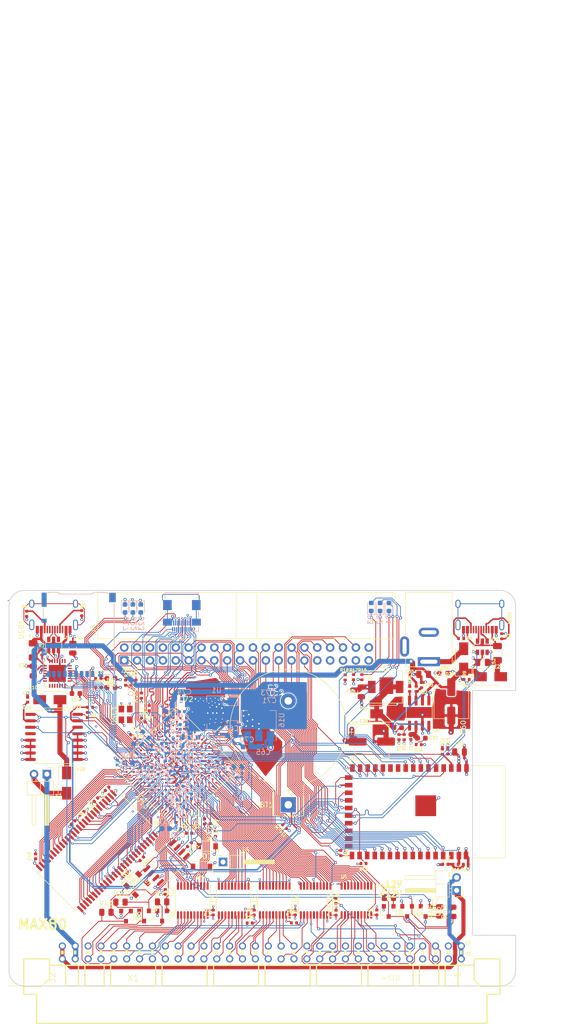
<source format=kicad_pcb>
(kicad_pcb (version 20171130) (host pcbnew 5.1.9-73d0e3b20d~88~ubuntu20.04.1)

  (general
    (thickness 1.6)
    (drawings 17)
    (tracks 5219)
    (zones 0)
    (modules 174)
    (nets 255)
  )

  (page A4)
  (title_block
    (title MAX80)
    (date 2021-01-31)
    (rev 0.01)
    (company "No name")
  )

  (layers
    (0 F.Cu signal)
    (1 In1.Cu power)
    (2 In2.Cu signal)
    (31 B.Cu signal)
    (32 B.Adhes user)
    (33 F.Adhes user)
    (34 B.Paste user)
    (35 F.Paste user)
    (36 B.SilkS user)
    (37 F.SilkS user)
    (38 B.Mask user)
    (39 F.Mask user)
    (40 Dwgs.User user)
    (41 Cmts.User user)
    (42 Eco1.User user)
    (43 Eco2.User user)
    (44 Edge.Cuts user)
    (45 Margin user)
    (46 B.CrtYd user)
    (47 F.CrtYd user)
    (48 B.Fab user hide)
    (49 F.Fab user hide)
  )

  (setup
    (last_trace_width 0.15)
    (user_trace_width 0.15)
    (user_trace_width 0.3)
    (user_trace_width 0.5)
    (trace_clearance 0.15)
    (zone_clearance 0.15)
    (zone_45_only no)
    (trace_min 0.15)
    (via_size 0.6)
    (via_drill 0.3)
    (via_min_size 0.45)
    (via_min_drill 0.2)
    (user_via 0.45 0.2)
    (uvia_size 0.3)
    (uvia_drill 0.1)
    (uvias_allowed yes)
    (uvia_min_size 0.2)
    (uvia_min_drill 0.1)
    (edge_width 0.15)
    (segment_width 0.3)
    (pcb_text_width 0.3)
    (pcb_text_size 1.5 1.5)
    (mod_edge_width 0.15)
    (mod_text_size 1 1)
    (mod_text_width 0.15)
    (pad_size 0.46 0.4)
    (pad_drill 0)
    (pad_to_mask_clearance 0)
    (aux_axis_origin 0 0)
    (visible_elements FFFFFF7F)
    (pcbplotparams
      (layerselection 0x010fc_ffffffff)
      (usegerberextensions false)
      (usegerberattributes true)
      (usegerberadvancedattributes true)
      (creategerberjobfile true)
      (excludeedgelayer true)
      (linewidth 0.100000)
      (plotframeref false)
      (viasonmask false)
      (mode 1)
      (useauxorigin false)
      (hpglpennumber 1)
      (hpglpenspeed 20)
      (hpglpendiameter 15.000000)
      (psnegative false)
      (psa4output false)
      (plotreference true)
      (plotvalue true)
      (plotinvisibletext false)
      (padsonsilk false)
      (subtractmaskfromsilk false)
      (outputformat 1)
      (mirror false)
      (drillshape 0)
      (scaleselection 1)
      (outputdirectory "abc80_gerber"))
  )

  (net 0 "")
  (net 1 GND)
  (net 2 +5V)
  (net 3 "Net-(R5-Pad2)")
  (net 4 "Net-(R6-Pad2)")
  (net 5 "Net-(R7-Pad1)")
  (net 6 "Net-(U10-Pad5)")
  (net 7 "Net-(U10-Pad4)")
  (net 8 "Net-(U9-Pad4)")
  (net 9 "Net-(U9-Pad6)")
  (net 10 "Net-(USB1-Pad13)")
  (net 11 "Net-(BT1-Pad1)")
  (net 12 /A4)
  (net 13 /A3)
  (net 14 /A2)
  (net 15 /A1)
  (net 16 /A0)
  (net 17 /IO0)
  (net 18 /IO3)
  (net 19 /IO4)
  (net 20 /IO5)
  (net 21 /IO6)
  (net 22 /IO7)
  (net 23 /A11)
  (net 24 /IO9)
  (net 25 /A8)
  (net 26 /A7)
  (net 27 /A6)
  (net 28 /A5)
  (net 29 /A9)
  (net 30 /A10)
  (net 31 /A12)
  (net 32 /IO8)
  (net 33 /IO10)
  (net 34 /IO11)
  (net 35 /IO12)
  (net 36 /IO13)
  (net 37 /IO14)
  (net 38 /IO15)
  (net 39 /abc80bus/D7)
  (net 40 /abc80bus/D6)
  (net 41 /abc80bus/D5)
  (net 42 /abc80bus/D4)
  (net 43 /abc80bus/D3)
  (net 44 /abc80bus/D2)
  (net 45 /abc80bus/D1)
  (net 46 /abc80bus/D0)
  (net 47 /abc80bus/A8)
  (net 48 /abc80bus/A9)
  (net 49 /abc80bus/A10)
  (net 50 /abc80bus/A11)
  (net 51 /abc80bus/A12)
  (net 52 /abc80bus/A13)
  (net 53 /abc80bus/A14)
  (net 54 /abc80bus/A15)
  (net 55 /abc80bus/A7)
  (net 56 /abc80bus/A6)
  (net 57 /abc80bus/A5)
  (net 58 /abc80bus/A4)
  (net 59 /abc80bus/A3)
  (net 60 /abc80bus/A2)
  (net 61 /abc80bus/A1)
  (net 62 /abc80bus/A0)
  (net 63 /IO1)
  (net 64 /IO2)
  (net 65 /32KHZ)
  (net 66 /RTC_INT)
  (net 67 /abc80bus/ABC5V)
  (net 68 /SD_DAT1)
  (net 69 /SD_DAT3)
  (net 70 /SD_CMD)
  (net 71 /SD_CLK)
  (net 72 /SD_DAT0)
  (net 73 FPGA_TDI)
  (net 74 FPGA_TMS)
  (net 75 FPGA_TDO)
  (net 76 FPGA_TCK)
  (net 77 ABC_CLK_5)
  (net 78 /FPGA_SCL)
  (net 79 /FPGA_SDA)
  (net 80 FPGA_SPI_CLK)
  (net 81 FGPA_SPI_CS_ESP32)
  (net 82 INT_ESP32)
  (net 83 "Net-(C53-Pad1)")
  (net 84 "Net-(F2-Pad2)")
  (net 85 ESP32_TDO)
  (net 86 ESP32_TCK)
  (net 87 ESP32_TMS)
  (net 88 ESP32_IO0)
  (net 89 ESP32_RXD)
  (net 90 ESP32_TXD)
  (net 91 ESP32_EN)
  (net 92 "Net-(R3-Pad2)")
  (net 93 "Net-(R4-Pad2)")
  (net 94 /ESP32/USB_D-)
  (net 95 /ESP32/USB_D+)
  (net 96 ESP32_TDI)
  (net 97 "Net-(U15-Pad6)")
  (net 98 "Net-(U15-Pad4)")
  (net 99 "Net-(USB2-Pad13)")
  (net 100 "Net-(D1-Pad2)")
  (net 101 "Net-(D1-Pad1)")
  (net 102 "Net-(D2-Pad2)")
  (net 103 "Net-(D2-Pad1)")
  (net 104 "Net-(D3-Pad2)")
  (net 105 "Net-(D3-Pad1)")
  (net 106 ESP32_SCL)
  (net 107 ESP32_SDA)
  (net 108 ESP32_CS2)
  (net 109 ESP32_CS0)
  (net 110 ESP32_MISO)
  (net 111 ESP32_SCK)
  (net 112 ESP32_MOSI)
  (net 113 ESP32_CS1)
  (net 114 /FPGA_USB_TXD)
  (net 115 /FPGA_USB_RXD)
  (net 116 /abc80bus/~CS)
  (net 117 /abc80bus/~C4)
  (net 118 /abc80bus/~C3)
  (net 119 /abc80bus/~C2)
  (net 120 /abc80bus/~C1)
  (net 121 /abc80bus/~OUT)
  (net 122 /abc80bus/~RST)
  (net 123 /abc80bus/~XMEMFL)
  (net 124 /abc80bus/~INP)
  (net 125 /abc80bus/~STATUS)
  (net 126 /abc80bus/~XINPSTB)
  (net 127 /abc80bus/~XOUTSTB)
  (net 128 AD0)
  (net 129 AD1)
  (net 130 AD2)
  (net 131 AD3)
  (net 132 AD4)
  (net 133 AD5)
  (net 134 AD6)
  (net 135 AD7)
  (net 136 /abc80bus/~RESIN)
  (net 137 /FPGA_LED1)
  (net 138 /FPGA_LED2)
  (net 139 /FPGA_LED3)
  (net 140 "Net-(D17-Pad2)")
  (net 141 "Net-(D22-Pad2)")
  (net 142 "Net-(D23-Pad2)")
  (net 143 FPGA_GPIO3)
  (net 144 FPGA_GPIO2)
  (net 145 FPGA_GPIO1)
  (net 146 FPGA_GPIO0)
  (net 147 FPGA_GPIO5)
  (net 148 FPGA_GPIO4)
  (net 149 "Net-(C36-Pad1)")
  (net 150 "Net-(C37-Pad2)")
  (net 151 "Net-(C37-Pad1)")
  (net 152 "Net-(C38-Pad2)")
  (net 153 "Net-(R32-Pad2)")
  (net 154 "Net-(R35-Pad2)")
  (net 155 "Net-(C38-Pad1)")
  (net 156 /abc80bus/READY)
  (net 157 /abc80bus/~NMI)
  (net 158 ~FPGA_READY)
  (net 159 FPGA_NMI)
  (net 160 "Net-(D26-Pad2)")
  (net 161 FPGA_RESIN)
  (net 162 /DQMH)
  (net 163 /CLK)
  (net 164 /CKE)
  (net 165 /BA1)
  (net 166 /BA0)
  (net 167 /DQML)
  (net 168 "Net-(D28-Pad2)")
  (net 169 "Net-(D25-Pad2)")
  (net 170 "Net-(F1-Pad2)")
  (net 171 /FPGA_USB_RTS)
  (net 172 /FPGA_USB_CTS)
  (net 173 "Net-(C39-Pad1)")
  (net 174 "Net-(C52-Pad1)")
  (net 175 /WE#)
  (net 176 /CAS#)
  (net 177 /RAS#)
  (net 178 /CS#)
  (net 179 "Net-(D29-Pad1)")
  (net 180 "Net-(D30-Pad1)")
  (net 181 +3V3)
  (net 182 +2V5)
  (net 183 +1V2)
  (net 184 "Net-(R13-Pad1)")
  (net 185 "Net-(R37-Pad2)")
  (net 186 "Net-(R38-Pad2)")
  (net 187 "Net-(R41-Pad2)")
  (net 188 DATA0)
  (net 189 ~CS_ABC_3V3)
  (net 190 ~OUT_ABC_3V3)
  (net 191 AD8)
  (net 192 ~C1_ABC_3V3)
  (net 193 AD9)
  (net 194 ~C2_ABC_3V3)
  (net 195 AD10)
  (net 196 ~C3_ABC_3V3)
  (net 197 ~C4_ABC_3V3)
  (net 198 AD11)
  (net 199 AD12)
  (net 200 AD13)
  (net 201 AD14)
  (net 202 AD15)
  (net 203 DLCK)
  (net 204 ASD0)
  (net 205 nCE0)
  (net 206 ~INP_ABC_3V3)
  (net 207 ~STATUS_ABC_3V3)
  (net 208 DD0)
  (net 209 DD1)
  (net 210 DD2)
  (net 211 DD3)
  (net 212 DD4)
  (net 213 DD5)
  (net 214 DD6)
  (net 215 DD7)
  (net 216 DD8)
  (net 217 ~XOUTSTB_ABC_3V3)
  (net 218 ~RST_ABC_3V3)
  (net 219 ~XMEMFL_ABC_3V3)
  (net 220 ~XINPSTB_ABC_3V3)
  (net 221 ABC_CLK_3V3)
  (net 222 DD9)
  (net 223 FPGA_SPI_MOSI)
  (net 224 FPGA_SPI_MISO)
  (net 225 /SD_DAT2)
  (net 226 CLK0n)
  (net 227 "Net-(J5-PadSH)")
  (net 228 HDMI_CK-)
  (net 229 HDMI_D0+)
  (net 230 HDMI_D1-)
  (net 231 HDMI_D2+)
  (net 232 HDMI_CK+)
  (net 233 HDMI_D0-)
  (net 234 HDMI_D1+)
  (net 235 HDMI_D2-)
  (net 236 HDMI_SDA)
  (net 237 HDMI_HPD)
  (net 238 HDMI_SCL)
  (net 239 FPGA_JTAGEN)
  (net 240 FLASH_CS#)
  (net 241 /abc80bus/~INT)
  (net 242 /abc80bus/~XMEMW800)
  (net 243 /abc80bus/~XMEMW80)
  (net 244 INT_ABC_3V3)
  (net 245 INT800_ABC_3V3)
  (net 246 ~XMEMW80_ABC_3V3)
  (net 247 ~XMEMW800_ABC_3V3)
  (net 248 /abc80bus/~XM)
  (net 249 XM_ABC_3V3)
  (net 250 "Net-(R25-Pad2)")
  (net 251 AD16)
  (net 252 DD10)
  (net 253 /abc80bus/ABC_-12V)
  (net 254 /abc80bus/ABC_12V)

  (net_class Default "This is the default net class."
    (clearance 0.15)
    (trace_width 0.15)
    (via_dia 0.6)
    (via_drill 0.3)
    (uvia_dia 0.3)
    (uvia_drill 0.1)
    (add_net +1V2)
    (add_net +2V5)
    (add_net +3V3)
    (add_net +5V)
    (add_net /32KHZ)
    (add_net /A0)
    (add_net /A1)
    (add_net /A10)
    (add_net /A11)
    (add_net /A12)
    (add_net /A2)
    (add_net /A3)
    (add_net /A4)
    (add_net /A5)
    (add_net /A6)
    (add_net /A7)
    (add_net /A8)
    (add_net /A9)
    (add_net /BA0)
    (add_net /BA1)
    (add_net /CAS#)
    (add_net /CKE)
    (add_net /CLK)
    (add_net /CS#)
    (add_net /DQMH)
    (add_net /DQML)
    (add_net /ESP32/USB_D+)
    (add_net /ESP32/USB_D-)
    (add_net /FPGA_LED1)
    (add_net /FPGA_LED2)
    (add_net /FPGA_LED3)
    (add_net /FPGA_SCL)
    (add_net /FPGA_SDA)
    (add_net /FPGA_USB_CTS)
    (add_net /FPGA_USB_RTS)
    (add_net /FPGA_USB_RXD)
    (add_net /FPGA_USB_TXD)
    (add_net /IO0)
    (add_net /IO1)
    (add_net /IO10)
    (add_net /IO11)
    (add_net /IO12)
    (add_net /IO13)
    (add_net /IO14)
    (add_net /IO15)
    (add_net /IO2)
    (add_net /IO3)
    (add_net /IO4)
    (add_net /IO5)
    (add_net /IO6)
    (add_net /IO7)
    (add_net /IO8)
    (add_net /IO9)
    (add_net /RAS#)
    (add_net /RTC_INT)
    (add_net /SD_CLK)
    (add_net /SD_CMD)
    (add_net /SD_DAT0)
    (add_net /SD_DAT1)
    (add_net /SD_DAT2)
    (add_net /SD_DAT3)
    (add_net /WE#)
    (add_net /abc80bus/A0)
    (add_net /abc80bus/A1)
    (add_net /abc80bus/A10)
    (add_net /abc80bus/A11)
    (add_net /abc80bus/A12)
    (add_net /abc80bus/A13)
    (add_net /abc80bus/A14)
    (add_net /abc80bus/A15)
    (add_net /abc80bus/A2)
    (add_net /abc80bus/A3)
    (add_net /abc80bus/A4)
    (add_net /abc80bus/A5)
    (add_net /abc80bus/A6)
    (add_net /abc80bus/A7)
    (add_net /abc80bus/A8)
    (add_net /abc80bus/A9)
    (add_net /abc80bus/ABC5V)
    (add_net /abc80bus/ABC_-12V)
    (add_net /abc80bus/ABC_12V)
    (add_net /abc80bus/D0)
    (add_net /abc80bus/D1)
    (add_net /abc80bus/D2)
    (add_net /abc80bus/D3)
    (add_net /abc80bus/D4)
    (add_net /abc80bus/D5)
    (add_net /abc80bus/D6)
    (add_net /abc80bus/D7)
    (add_net /abc80bus/READY)
    (add_net /abc80bus/~C1)
    (add_net /abc80bus/~C2)
    (add_net /abc80bus/~C3)
    (add_net /abc80bus/~C4)
    (add_net /abc80bus/~CS)
    (add_net /abc80bus/~INP)
    (add_net /abc80bus/~INT)
    (add_net /abc80bus/~NMI)
    (add_net /abc80bus/~OUT)
    (add_net /abc80bus/~RESIN)
    (add_net /abc80bus/~RST)
    (add_net /abc80bus/~STATUS)
    (add_net /abc80bus/~XINPSTB)
    (add_net /abc80bus/~XM)
    (add_net /abc80bus/~XMEMFL)
    (add_net /abc80bus/~XMEMW80)
    (add_net /abc80bus/~XMEMW800)
    (add_net /abc80bus/~XOUTSTB)
    (add_net ABC_CLK_3V3)
    (add_net ABC_CLK_5)
    (add_net AD0)
    (add_net AD1)
    (add_net AD10)
    (add_net AD11)
    (add_net AD12)
    (add_net AD13)
    (add_net AD14)
    (add_net AD15)
    (add_net AD16)
    (add_net AD2)
    (add_net AD3)
    (add_net AD4)
    (add_net AD5)
    (add_net AD6)
    (add_net AD7)
    (add_net AD8)
    (add_net AD9)
    (add_net ASD0)
    (add_net CLK0n)
    (add_net DATA0)
    (add_net DD0)
    (add_net DD1)
    (add_net DD10)
    (add_net DD2)
    (add_net DD3)
    (add_net DD4)
    (add_net DD5)
    (add_net DD6)
    (add_net DD7)
    (add_net DD8)
    (add_net DD9)
    (add_net DLCK)
    (add_net ESP32_CS0)
    (add_net ESP32_CS1)
    (add_net ESP32_CS2)
    (add_net ESP32_EN)
    (add_net ESP32_IO0)
    (add_net ESP32_MISO)
    (add_net ESP32_MOSI)
    (add_net ESP32_RXD)
    (add_net ESP32_SCK)
    (add_net ESP32_SCL)
    (add_net ESP32_SDA)
    (add_net ESP32_TCK)
    (add_net ESP32_TDI)
    (add_net ESP32_TDO)
    (add_net ESP32_TMS)
    (add_net ESP32_TXD)
    (add_net FGPA_SPI_CS_ESP32)
    (add_net FLASH_CS#)
    (add_net FPGA_GPIO0)
    (add_net FPGA_GPIO1)
    (add_net FPGA_GPIO2)
    (add_net FPGA_GPIO3)
    (add_net FPGA_GPIO4)
    (add_net FPGA_GPIO5)
    (add_net FPGA_JTAGEN)
    (add_net FPGA_NMI)
    (add_net FPGA_RESIN)
    (add_net FPGA_SPI_CLK)
    (add_net FPGA_SPI_MISO)
    (add_net FPGA_SPI_MOSI)
    (add_net FPGA_TCK)
    (add_net FPGA_TDI)
    (add_net FPGA_TDO)
    (add_net FPGA_TMS)
    (add_net GND)
    (add_net HDMI_CK+)
    (add_net HDMI_CK-)
    (add_net HDMI_D0+)
    (add_net HDMI_D0-)
    (add_net HDMI_D1+)
    (add_net HDMI_D1-)
    (add_net HDMI_D2+)
    (add_net HDMI_D2-)
    (add_net HDMI_HPD)
    (add_net HDMI_SCL)
    (add_net HDMI_SDA)
    (add_net INT800_ABC_3V3)
    (add_net INT_ABC_3V3)
    (add_net INT_ESP32)
    (add_net "Net-(BT1-Pad1)")
    (add_net "Net-(C36-Pad1)")
    (add_net "Net-(C37-Pad1)")
    (add_net "Net-(C37-Pad2)")
    (add_net "Net-(C38-Pad1)")
    (add_net "Net-(C38-Pad2)")
    (add_net "Net-(C39-Pad1)")
    (add_net "Net-(C52-Pad1)")
    (add_net "Net-(C53-Pad1)")
    (add_net "Net-(D1-Pad1)")
    (add_net "Net-(D1-Pad2)")
    (add_net "Net-(D17-Pad2)")
    (add_net "Net-(D2-Pad1)")
    (add_net "Net-(D2-Pad2)")
    (add_net "Net-(D22-Pad2)")
    (add_net "Net-(D23-Pad2)")
    (add_net "Net-(D25-Pad2)")
    (add_net "Net-(D26-Pad2)")
    (add_net "Net-(D28-Pad2)")
    (add_net "Net-(D29-Pad1)")
    (add_net "Net-(D3-Pad1)")
    (add_net "Net-(D3-Pad2)")
    (add_net "Net-(D30-Pad1)")
    (add_net "Net-(F1-Pad2)")
    (add_net "Net-(F2-Pad2)")
    (add_net "Net-(J5-PadSH)")
    (add_net "Net-(R13-Pad1)")
    (add_net "Net-(R25-Pad2)")
    (add_net "Net-(R3-Pad2)")
    (add_net "Net-(R32-Pad2)")
    (add_net "Net-(R35-Pad2)")
    (add_net "Net-(R37-Pad2)")
    (add_net "Net-(R38-Pad2)")
    (add_net "Net-(R4-Pad2)")
    (add_net "Net-(R41-Pad2)")
    (add_net "Net-(R5-Pad2)")
    (add_net "Net-(R6-Pad2)")
    (add_net "Net-(R7-Pad1)")
    (add_net "Net-(U10-Pad4)")
    (add_net "Net-(U10-Pad5)")
    (add_net "Net-(U15-Pad4)")
    (add_net "Net-(U15-Pad6)")
    (add_net "Net-(U9-Pad4)")
    (add_net "Net-(U9-Pad6)")
    (add_net "Net-(USB1-Pad13)")
    (add_net "Net-(USB2-Pad13)")
    (add_net XM_ABC_3V3)
    (add_net nCE0)
    (add_net ~C1_ABC_3V3)
    (add_net ~C2_ABC_3V3)
    (add_net ~C3_ABC_3V3)
    (add_net ~C4_ABC_3V3)
    (add_net ~CS_ABC_3V3)
    (add_net ~FPGA_READY)
    (add_net ~INP_ABC_3V3)
    (add_net ~OUT_ABC_3V3)
    (add_net ~RST_ABC_3V3)
    (add_net ~STATUS_ABC_3V3)
    (add_net ~XINPSTB_ABC_3V3)
    (add_net ~XMEMFL_ABC_3V3)
    (add_net ~XMEMW800_ABC_3V3)
    (add_net ~XMEMW80_ABC_3V3)
    (add_net ~XOUTSTB_ABC_3V3)
  )

  (module Diode_SMD:D_SOD-123 (layer F.Cu) (tedit 58645DC7) (tstamp 60442506)
    (at 91.625 151.45 180)
    (descr SOD-123)
    (tags SOD-123)
    (path /60D4872C)
    (attr smd)
    (fp_text reference D7 (at 0 -2) (layer F.SilkS)
      (effects (font (size 1 1) (thickness 0.15)))
    )
    (fp_text value D_Schottky (at 0 2.1) (layer F.Fab)
      (effects (font (size 1 1) (thickness 0.15)))
    )
    (fp_text user %R (at 0 -2) (layer F.Fab)
      (effects (font (size 1 1) (thickness 0.15)))
    )
    (fp_line (start -2.25 -1) (end -2.25 1) (layer F.SilkS) (width 0.12))
    (fp_line (start 0.25 0) (end 0.75 0) (layer F.Fab) (width 0.1))
    (fp_line (start 0.25 0.4) (end -0.35 0) (layer F.Fab) (width 0.1))
    (fp_line (start 0.25 -0.4) (end 0.25 0.4) (layer F.Fab) (width 0.1))
    (fp_line (start -0.35 0) (end 0.25 -0.4) (layer F.Fab) (width 0.1))
    (fp_line (start -0.35 0) (end -0.35 0.55) (layer F.Fab) (width 0.1))
    (fp_line (start -0.35 0) (end -0.35 -0.55) (layer F.Fab) (width 0.1))
    (fp_line (start -0.75 0) (end -0.35 0) (layer F.Fab) (width 0.1))
    (fp_line (start -1.4 0.9) (end -1.4 -0.9) (layer F.Fab) (width 0.1))
    (fp_line (start 1.4 0.9) (end -1.4 0.9) (layer F.Fab) (width 0.1))
    (fp_line (start 1.4 -0.9) (end 1.4 0.9) (layer F.Fab) (width 0.1))
    (fp_line (start -1.4 -0.9) (end 1.4 -0.9) (layer F.Fab) (width 0.1))
    (fp_line (start -2.35 -1.15) (end 2.35 -1.15) (layer F.CrtYd) (width 0.05))
    (fp_line (start 2.35 -1.15) (end 2.35 1.15) (layer F.CrtYd) (width 0.05))
    (fp_line (start 2.35 1.15) (end -2.35 1.15) (layer F.CrtYd) (width 0.05))
    (fp_line (start -2.35 -1.15) (end -2.35 1.15) (layer F.CrtYd) (width 0.05))
    (fp_line (start -2.25 1) (end 1.65 1) (layer F.SilkS) (width 0.12))
    (fp_line (start -2.25 -1) (end 1.65 -1) (layer F.SilkS) (width 0.12))
    (pad 2 smd rect (at 1.65 0 180) (size 0.9 1.2) (layers F.Cu F.Paste F.Mask)
      (net 188 DATA0))
    (pad 1 smd rect (at -1.65 0 180) (size 0.9 1.2) (layers F.Cu F.Paste F.Mask)
      (net 181 +3V3))
    (model ${KISYS3DMOD}/Diode_SMD.3dshapes/D_SOD-123.wrl
      (at (xyz 0 0 0))
      (scale (xyz 1 1 1))
      (rotate (xyz 0 0 0))
    )
  )

  (module Diode_SMD:D_SOD-123 (layer F.Cu) (tedit 58645DC7) (tstamp 604424ED)
    (at 76.925 158.125 45)
    (descr SOD-123)
    (tags SOD-123)
    (path /60D4963D)
    (attr smd)
    (fp_text reference D6 (at 0 -2 45) (layer F.SilkS)
      (effects (font (size 1 1) (thickness 0.15)))
    )
    (fp_text value D_Schottky (at 0 2.1 45) (layer F.Fab)
      (effects (font (size 1 1) (thickness 0.15)))
    )
    (fp_text user %R (at 0 -2 45) (layer F.Fab)
      (effects (font (size 1 1) (thickness 0.15)))
    )
    (fp_line (start -2.25 -1) (end -2.25 1) (layer F.SilkS) (width 0.12))
    (fp_line (start 0.25 0) (end 0.75 0) (layer F.Fab) (width 0.1))
    (fp_line (start 0.25 0.4) (end -0.35 0) (layer F.Fab) (width 0.1))
    (fp_line (start 0.25 -0.4) (end 0.25 0.4) (layer F.Fab) (width 0.1))
    (fp_line (start -0.35 0) (end 0.25 -0.4) (layer F.Fab) (width 0.1))
    (fp_line (start -0.35 0) (end -0.35 0.55) (layer F.Fab) (width 0.1))
    (fp_line (start -0.35 0) (end -0.35 -0.55) (layer F.Fab) (width 0.1))
    (fp_line (start -0.75 0) (end -0.35 0) (layer F.Fab) (width 0.1))
    (fp_line (start -1.4 0.9) (end -1.4 -0.9) (layer F.Fab) (width 0.1))
    (fp_line (start 1.4 0.9) (end -1.4 0.9) (layer F.Fab) (width 0.1))
    (fp_line (start 1.4 -0.9) (end 1.4 0.9) (layer F.Fab) (width 0.1))
    (fp_line (start -1.4 -0.9) (end 1.4 -0.9) (layer F.Fab) (width 0.1))
    (fp_line (start -2.35 -1.15) (end 2.35 -1.15) (layer F.CrtYd) (width 0.05))
    (fp_line (start 2.35 -1.15) (end 2.35 1.15) (layer F.CrtYd) (width 0.05))
    (fp_line (start 2.35 1.15) (end -2.35 1.15) (layer F.CrtYd) (width 0.05))
    (fp_line (start -2.35 -1.15) (end -2.35 1.15) (layer F.CrtYd) (width 0.05))
    (fp_line (start -2.25 1) (end 1.65 1) (layer F.SilkS) (width 0.12))
    (fp_line (start -2.25 -1) (end 1.65 -1) (layer F.SilkS) (width 0.12))
    (pad 2 smd rect (at 1.65 0 45) (size 0.9 1.2) (layers F.Cu F.Paste F.Mask)
      (net 204 ASD0))
    (pad 1 smd rect (at -1.65 0 45) (size 0.9 1.2) (layers F.Cu F.Paste F.Mask)
      (net 181 +3V3))
    (model ${KISYS3DMOD}/Diode_SMD.3dshapes/D_SOD-123.wrl
      (at (xyz 0 0 0))
      (scale (xyz 1 1 1))
      (rotate (xyz 0 0 0))
    )
  )

  (module Diode_SMD:D_SOD-123 (layer F.Cu) (tedit 58645DC7) (tstamp 604424D4)
    (at 78.625 159.85 45)
    (descr SOD-123)
    (tags SOD-123)
    (path /60E7A93B)
    (attr smd)
    (fp_text reference D5 (at 0 -2 45) (layer F.SilkS)
      (effects (font (size 1 1) (thickness 0.15)))
    )
    (fp_text value D_Schottky (at 0 2.1 45) (layer F.Fab)
      (effects (font (size 1 1) (thickness 0.15)))
    )
    (fp_text user %R (at 0 -2 45) (layer F.Fab)
      (effects (font (size 1 1) (thickness 0.15)))
    )
    (fp_line (start -2.25 -1) (end -2.25 1) (layer F.SilkS) (width 0.12))
    (fp_line (start 0.25 0) (end 0.75 0) (layer F.Fab) (width 0.1))
    (fp_line (start 0.25 0.4) (end -0.35 0) (layer F.Fab) (width 0.1))
    (fp_line (start 0.25 -0.4) (end 0.25 0.4) (layer F.Fab) (width 0.1))
    (fp_line (start -0.35 0) (end 0.25 -0.4) (layer F.Fab) (width 0.1))
    (fp_line (start -0.35 0) (end -0.35 0.55) (layer F.Fab) (width 0.1))
    (fp_line (start -0.35 0) (end -0.35 -0.55) (layer F.Fab) (width 0.1))
    (fp_line (start -0.75 0) (end -0.35 0) (layer F.Fab) (width 0.1))
    (fp_line (start -1.4 0.9) (end -1.4 -0.9) (layer F.Fab) (width 0.1))
    (fp_line (start 1.4 0.9) (end -1.4 0.9) (layer F.Fab) (width 0.1))
    (fp_line (start 1.4 -0.9) (end 1.4 0.9) (layer F.Fab) (width 0.1))
    (fp_line (start -1.4 -0.9) (end 1.4 -0.9) (layer F.Fab) (width 0.1))
    (fp_line (start -2.35 -1.15) (end 2.35 -1.15) (layer F.CrtYd) (width 0.05))
    (fp_line (start 2.35 -1.15) (end 2.35 1.15) (layer F.CrtYd) (width 0.05))
    (fp_line (start 2.35 1.15) (end -2.35 1.15) (layer F.CrtYd) (width 0.05))
    (fp_line (start -2.35 -1.15) (end -2.35 1.15) (layer F.CrtYd) (width 0.05))
    (fp_line (start -2.25 1) (end 1.65 1) (layer F.SilkS) (width 0.12))
    (fp_line (start -2.25 -1) (end 1.65 -1) (layer F.SilkS) (width 0.12))
    (pad 2 smd rect (at 1.65 0 45) (size 0.9 1.2) (layers F.Cu F.Paste F.Mask)
      (net 203 DLCK))
    (pad 1 smd rect (at -1.65 0 45) (size 0.9 1.2) (layers F.Cu F.Paste F.Mask)
      (net 181 +3V3))
    (model ${KISYS3DMOD}/Diode_SMD.3dshapes/D_SOD-123.wrl
      (at (xyz 0 0 0))
      (scale (xyz 1 1 1))
      (rotate (xyz 0 0 0))
    )
  )

  (module Diode_SMD:D_SOD-123 (layer F.Cu) (tedit 58645DC7) (tstamp 60446C83)
    (at 90.475 155.475 180)
    (descr SOD-123)
    (tags SOD-123)
    (path /60D15E22)
    (attr smd)
    (fp_text reference D4 (at 0 -2) (layer F.SilkS)
      (effects (font (size 1 1) (thickness 0.15)))
    )
    (fp_text value D_Schottky (at 0 2.1) (layer F.Fab)
      (effects (font (size 1 1) (thickness 0.15)))
    )
    (fp_text user %R (at 0 -2) (layer F.Fab)
      (effects (font (size 1 1) (thickness 0.15)))
    )
    (fp_line (start -2.25 -1) (end -2.25 1) (layer F.SilkS) (width 0.12))
    (fp_line (start 0.25 0) (end 0.75 0) (layer F.Fab) (width 0.1))
    (fp_line (start 0.25 0.4) (end -0.35 0) (layer F.Fab) (width 0.1))
    (fp_line (start 0.25 -0.4) (end 0.25 0.4) (layer F.Fab) (width 0.1))
    (fp_line (start -0.35 0) (end 0.25 -0.4) (layer F.Fab) (width 0.1))
    (fp_line (start -0.35 0) (end -0.35 0.55) (layer F.Fab) (width 0.1))
    (fp_line (start -0.35 0) (end -0.35 -0.55) (layer F.Fab) (width 0.1))
    (fp_line (start -0.75 0) (end -0.35 0) (layer F.Fab) (width 0.1))
    (fp_line (start -1.4 0.9) (end -1.4 -0.9) (layer F.Fab) (width 0.1))
    (fp_line (start 1.4 0.9) (end -1.4 0.9) (layer F.Fab) (width 0.1))
    (fp_line (start 1.4 -0.9) (end 1.4 0.9) (layer F.Fab) (width 0.1))
    (fp_line (start -1.4 -0.9) (end 1.4 -0.9) (layer F.Fab) (width 0.1))
    (fp_line (start -2.35 -1.15) (end 2.35 -1.15) (layer F.CrtYd) (width 0.05))
    (fp_line (start 2.35 -1.15) (end 2.35 1.15) (layer F.CrtYd) (width 0.05))
    (fp_line (start 2.35 1.15) (end -2.35 1.15) (layer F.CrtYd) (width 0.05))
    (fp_line (start -2.35 -1.15) (end -2.35 1.15) (layer F.CrtYd) (width 0.05))
    (fp_line (start -2.25 1) (end 1.65 1) (layer F.SilkS) (width 0.12))
    (fp_line (start -2.25 -1) (end 1.65 -1) (layer F.SilkS) (width 0.12))
    (pad 2 smd rect (at 1.65 0 180) (size 0.9 1.2) (layers F.Cu F.Paste F.Mask)
      (net 205 nCE0))
    (pad 1 smd rect (at -1.65 0 180) (size 0.9 1.2) (layers F.Cu F.Paste F.Mask)
      (net 181 +3V3))
    (model ${KISYS3DMOD}/Diode_SMD.3dshapes/D_SOD-123.wrl
      (at (xyz 0 0 0))
      (scale (xyz 1 1 1))
      (rotate (xyz 0 0 0))
    )
  )

  (module Connector_PinHeader_2.54mm:PinHeader_1x01_P2.54mm_Horizontal (layer F.Cu) (tedit 59FED5CB) (tstamp 6043450D)
    (at 94.75 154.55)
    (descr "Through hole angled pin header, 1x01, 2.54mm pitch, 6mm pin length, single row")
    (tags "Through hole angled pin header THT 1x01 2.54mm single row")
    (path /6013B380/60CC7EFE)
    (fp_text reference J6 (at 4.385 -2.27) (layer F.SilkS)
      (effects (font (size 1 1) (thickness 0.15)))
    )
    (fp_text value Conn_01x01_Male (at 4.385 2.27) (layer F.Fab)
      (effects (font (size 1 1) (thickness 0.15)))
    )
    (fp_text user %R (at 2.77 0 90) (layer F.Fab)
      (effects (font (size 1 1) (thickness 0.15)))
    )
    (fp_line (start 2.135 -1.27) (end 4.04 -1.27) (layer F.Fab) (width 0.1))
    (fp_line (start 4.04 -1.27) (end 4.04 1.27) (layer F.Fab) (width 0.1))
    (fp_line (start 4.04 1.27) (end 1.5 1.27) (layer F.Fab) (width 0.1))
    (fp_line (start 1.5 1.27) (end 1.5 -0.635) (layer F.Fab) (width 0.1))
    (fp_line (start 1.5 -0.635) (end 2.135 -1.27) (layer F.Fab) (width 0.1))
    (fp_line (start -0.32 -0.32) (end 1.5 -0.32) (layer F.Fab) (width 0.1))
    (fp_line (start -0.32 -0.32) (end -0.32 0.32) (layer F.Fab) (width 0.1))
    (fp_line (start -0.32 0.32) (end 1.5 0.32) (layer F.Fab) (width 0.1))
    (fp_line (start 4.04 -0.32) (end 10.04 -0.32) (layer F.Fab) (width 0.1))
    (fp_line (start 10.04 -0.32) (end 10.04 0.32) (layer F.Fab) (width 0.1))
    (fp_line (start 4.04 0.32) (end 10.04 0.32) (layer F.Fab) (width 0.1))
    (fp_line (start 1.44 -1.33) (end 1.44 1.33) (layer F.SilkS) (width 0.12))
    (fp_line (start 1.44 1.33) (end 4.1 1.33) (layer F.SilkS) (width 0.12))
    (fp_line (start 4.1 1.33) (end 4.1 -1.33) (layer F.SilkS) (width 0.12))
    (fp_line (start 4.1 -1.33) (end 1.44 -1.33) (layer F.SilkS) (width 0.12))
    (fp_line (start 4.1 -0.38) (end 10.1 -0.38) (layer F.SilkS) (width 0.12))
    (fp_line (start 10.1 -0.38) (end 10.1 0.38) (layer F.SilkS) (width 0.12))
    (fp_line (start 10.1 0.38) (end 4.1 0.38) (layer F.SilkS) (width 0.12))
    (fp_line (start 4.1 -0.32) (end 10.1 -0.32) (layer F.SilkS) (width 0.12))
    (fp_line (start 4.1 -0.2) (end 10.1 -0.2) (layer F.SilkS) (width 0.12))
    (fp_line (start 4.1 -0.08) (end 10.1 -0.08) (layer F.SilkS) (width 0.12))
    (fp_line (start 4.1 0.04) (end 10.1 0.04) (layer F.SilkS) (width 0.12))
    (fp_line (start 4.1 0.16) (end 10.1 0.16) (layer F.SilkS) (width 0.12))
    (fp_line (start 4.1 0.28) (end 10.1 0.28) (layer F.SilkS) (width 0.12))
    (fp_line (start 1.11 -0.38) (end 1.44 -0.38) (layer F.SilkS) (width 0.12))
    (fp_line (start 1.11 0.38) (end 1.44 0.38) (layer F.SilkS) (width 0.12))
    (fp_line (start -1.27 0) (end -1.27 -1.27) (layer F.SilkS) (width 0.12))
    (fp_line (start -1.27 -1.27) (end 0 -1.27) (layer F.SilkS) (width 0.12))
    (fp_line (start -1.8 -1.8) (end -1.8 1.8) (layer F.CrtYd) (width 0.05))
    (fp_line (start -1.8 1.8) (end 10.55 1.8) (layer F.CrtYd) (width 0.05))
    (fp_line (start 10.55 1.8) (end 10.55 -1.8) (layer F.CrtYd) (width 0.05))
    (fp_line (start 10.55 -1.8) (end -1.8 -1.8) (layer F.CrtYd) (width 0.05))
    (pad 1 thru_hole rect (at 0 0) (size 1.7 1.7) (drill 1) (layers *.Cu *.Mask)
      (net 1 GND))
    (model ${KISYS3DMOD}/Connector_PinHeader_2.54mm.3dshapes/PinHeader_1x01_P2.54mm_Horizontal.wrl
      (at (xyz 0 0 0))
      (scale (xyz 1 1 1))
      (rotate (xyz 0 0 0))
    )
  )

  (module Resistor_SMD:R_0805_2012Metric (layer F.Cu) (tedit 5F68FEEE) (tstamp 60427883)
    (at 137.525 164.3 90)
    (descr "Resistor SMD 0805 (2012 Metric), square (rectangular) end terminal, IPC_7351 nominal, (Body size source: IPC-SM-782 page 72, https://www.pcb-3d.com/wordpress/wp-content/uploads/ipc-sm-782a_amendment_1_and_2.pdf), generated with kicad-footprint-generator")
    (tags resistor)
    (path /6013B380/60B3A85D)
    (attr smd)
    (fp_text reference R45 (at 0 -1.65 90) (layer F.SilkS)
      (effects (font (size 1 1) (thickness 0.15)))
    )
    (fp_text value 0 (at 0 1.65 90) (layer F.Fab)
      (effects (font (size 1 1) (thickness 0.15)))
    )
    (fp_text user %R (at 0 0 90) (layer F.Fab)
      (effects (font (size 0.5 0.5) (thickness 0.08)))
    )
    (fp_line (start -1 0.625) (end -1 -0.625) (layer F.Fab) (width 0.1))
    (fp_line (start -1 -0.625) (end 1 -0.625) (layer F.Fab) (width 0.1))
    (fp_line (start 1 -0.625) (end 1 0.625) (layer F.Fab) (width 0.1))
    (fp_line (start 1 0.625) (end -1 0.625) (layer F.Fab) (width 0.1))
    (fp_line (start -0.227064 -0.735) (end 0.227064 -0.735) (layer F.SilkS) (width 0.12))
    (fp_line (start -0.227064 0.735) (end 0.227064 0.735) (layer F.SilkS) (width 0.12))
    (fp_line (start -1.68 0.95) (end -1.68 -0.95) (layer F.CrtYd) (width 0.05))
    (fp_line (start -1.68 -0.95) (end 1.68 -0.95) (layer F.CrtYd) (width 0.05))
    (fp_line (start 1.68 -0.95) (end 1.68 0.95) (layer F.CrtYd) (width 0.05))
    (fp_line (start 1.68 0.95) (end -1.68 0.95) (layer F.CrtYd) (width 0.05))
    (pad 2 smd roundrect (at 0.9125 0 90) (size 1.025 1.4) (layers F.Cu F.Paste F.Mask) (roundrect_rratio 0.243902)
      (net 245 INT800_ABC_3V3))
    (pad 1 smd roundrect (at -0.9125 0 90) (size 1.025 1.4) (layers F.Cu F.Paste F.Mask) (roundrect_rratio 0.243902)
      (net 243 /abc80bus/~XMEMW80))
    (model ${KISYS3DMOD}/Resistor_SMD.3dshapes/R_0805_2012Metric.wrl
      (at (xyz 0 0 0))
      (scale (xyz 1 1 1))
      (rotate (xyz 0 0 0))
    )
  )

  (module Resistor_SMD:R_0805_2012Metric (layer F.Cu) (tedit 5F68FEEE) (tstamp 60427872)
    (at 71.725 164.475)
    (descr "Resistor SMD 0805 (2012 Metric), square (rectangular) end terminal, IPC_7351 nominal, (Body size source: IPC-SM-782 page 72, https://www.pcb-3d.com/wordpress/wp-content/uploads/ipc-sm-782a_amendment_1_and_2.pdf), generated with kicad-footprint-generator")
    (tags resistor)
    (path /6013B380/60B3CF12)
    (attr smd)
    (fp_text reference R44 (at 0 -1.65) (layer F.SilkS)
      (effects (font (size 1 1) (thickness 0.15)))
    )
    (fp_text value 0 (at 0 1.65) (layer F.Fab)
      (effects (font (size 1 1) (thickness 0.15)))
    )
    (fp_text user %R (at 0 0) (layer F.Fab)
      (effects (font (size 0.5 0.5) (thickness 0.08)))
    )
    (fp_line (start -1 0.625) (end -1 -0.625) (layer F.Fab) (width 0.1))
    (fp_line (start -1 -0.625) (end 1 -0.625) (layer F.Fab) (width 0.1))
    (fp_line (start 1 -0.625) (end 1 0.625) (layer F.Fab) (width 0.1))
    (fp_line (start 1 0.625) (end -1 0.625) (layer F.Fab) (width 0.1))
    (fp_line (start -0.227064 -0.735) (end 0.227064 -0.735) (layer F.SilkS) (width 0.12))
    (fp_line (start -0.227064 0.735) (end 0.227064 0.735) (layer F.SilkS) (width 0.12))
    (fp_line (start -1.68 0.95) (end -1.68 -0.95) (layer F.CrtYd) (width 0.05))
    (fp_line (start -1.68 -0.95) (end 1.68 -0.95) (layer F.CrtYd) (width 0.05))
    (fp_line (start 1.68 -0.95) (end 1.68 0.95) (layer F.CrtYd) (width 0.05))
    (fp_line (start 1.68 0.95) (end -1.68 0.95) (layer F.CrtYd) (width 0.05))
    (pad 2 smd roundrect (at 0.9125 0) (size 1.025 1.4) (layers F.Cu F.Paste F.Mask) (roundrect_rratio 0.243902)
      (net 249 XM_ABC_3V3))
    (pad 1 smd roundrect (at -0.9125 0) (size 1.025 1.4) (layers F.Cu F.Paste F.Mask) (roundrect_rratio 0.243902)
      (net 248 /abc80bus/~XM))
    (model ${KISYS3DMOD}/Resistor_SMD.3dshapes/R_0805_2012Metric.wrl
      (at (xyz 0 0 0))
      (scale (xyz 1 1 1))
      (rotate (xyz 0 0 0))
    )
  )

  (module Resistor_SMD:R_0805_2012Metric (layer F.Cu) (tedit 5F68FEEE) (tstamp 60427861)
    (at 140.125 164.375 90)
    (descr "Resistor SMD 0805 (2012 Metric), square (rectangular) end terminal, IPC_7351 nominal, (Body size source: IPC-SM-782 page 72, https://www.pcb-3d.com/wordpress/wp-content/uploads/ipc-sm-782a_amendment_1_and_2.pdf), generated with kicad-footprint-generator")
    (tags resistor)
    (path /6013B380/60B38966)
    (attr smd)
    (fp_text reference R43 (at 0 -1.65 90) (layer F.SilkS)
      (effects (font (size 1 1) (thickness 0.15)))
    )
    (fp_text value 0 (at 0 1.65 90) (layer F.Fab)
      (effects (font (size 1 1) (thickness 0.15)))
    )
    (fp_text user %R (at 0 0 90) (layer F.Fab)
      (effects (font (size 0.5 0.5) (thickness 0.08)))
    )
    (fp_line (start -1 0.625) (end -1 -0.625) (layer F.Fab) (width 0.1))
    (fp_line (start -1 -0.625) (end 1 -0.625) (layer F.Fab) (width 0.1))
    (fp_line (start 1 -0.625) (end 1 0.625) (layer F.Fab) (width 0.1))
    (fp_line (start 1 0.625) (end -1 0.625) (layer F.Fab) (width 0.1))
    (fp_line (start -0.227064 -0.735) (end 0.227064 -0.735) (layer F.SilkS) (width 0.12))
    (fp_line (start -0.227064 0.735) (end 0.227064 0.735) (layer F.SilkS) (width 0.12))
    (fp_line (start -1.68 0.95) (end -1.68 -0.95) (layer F.CrtYd) (width 0.05))
    (fp_line (start -1.68 -0.95) (end 1.68 -0.95) (layer F.CrtYd) (width 0.05))
    (fp_line (start 1.68 -0.95) (end 1.68 0.95) (layer F.CrtYd) (width 0.05))
    (fp_line (start 1.68 0.95) (end -1.68 0.95) (layer F.CrtYd) (width 0.05))
    (pad 2 smd roundrect (at 0.9125 0 90) (size 1.025 1.4) (layers F.Cu F.Paste F.Mask) (roundrect_rratio 0.243902)
      (net 244 INT_ABC_3V3))
    (pad 1 smd roundrect (at -0.9125 0 90) (size 1.025 1.4) (layers F.Cu F.Paste F.Mask) (roundrect_rratio 0.243902)
      (net 241 /abc80bus/~INT))
    (model ${KISYS3DMOD}/Resistor_SMD.3dshapes/R_0805_2012Metric.wrl
      (at (xyz 0 0 0))
      (scale (xyz 1 1 1))
      (rotate (xyz 0 0 0))
    )
  )

  (module Resistor_SMD:R_0805_2012Metric (layer F.Cu) (tedit 5F68FEEE) (tstamp 60427690)
    (at 127.475 161.55)
    (descr "Resistor SMD 0805 (2012 Metric), square (rectangular) end terminal, IPC_7351 nominal, (Body size source: IPC-SM-782 page 72, https://www.pcb-3d.com/wordpress/wp-content/uploads/ipc-sm-782a_amendment_1_and_2.pdf), generated with kicad-footprint-generator")
    (tags resistor)
    (path /6013B380/60B37C47)
    (attr smd)
    (fp_text reference R28 (at 0 -1.65) (layer F.SilkS)
      (effects (font (size 1 1) (thickness 0.15)))
    )
    (fp_text value 0 (at 0 1.65) (layer F.Fab)
      (effects (font (size 1 1) (thickness 0.15)))
    )
    (fp_text user %R (at 0 0) (layer F.Fab)
      (effects (font (size 0.5 0.5) (thickness 0.08)))
    )
    (fp_line (start -1 0.625) (end -1 -0.625) (layer F.Fab) (width 0.1))
    (fp_line (start -1 -0.625) (end 1 -0.625) (layer F.Fab) (width 0.1))
    (fp_line (start 1 -0.625) (end 1 0.625) (layer F.Fab) (width 0.1))
    (fp_line (start 1 0.625) (end -1 0.625) (layer F.Fab) (width 0.1))
    (fp_line (start -0.227064 -0.735) (end 0.227064 -0.735) (layer F.SilkS) (width 0.12))
    (fp_line (start -0.227064 0.735) (end 0.227064 0.735) (layer F.SilkS) (width 0.12))
    (fp_line (start -1.68 0.95) (end -1.68 -0.95) (layer F.CrtYd) (width 0.05))
    (fp_line (start -1.68 -0.95) (end 1.68 -0.95) (layer F.CrtYd) (width 0.05))
    (fp_line (start 1.68 -0.95) (end 1.68 0.95) (layer F.CrtYd) (width 0.05))
    (fp_line (start 1.68 0.95) (end -1.68 0.95) (layer F.CrtYd) (width 0.05))
    (pad 2 smd roundrect (at 0.9125 0) (size 1.025 1.4) (layers F.Cu F.Paste F.Mask) (roundrect_rratio 0.243902)
      (net 161 FPGA_RESIN))
    (pad 1 smd roundrect (at -0.9125 0) (size 1.025 1.4) (layers F.Cu F.Paste F.Mask) (roundrect_rratio 0.243902)
      (net 136 /abc80bus/~RESIN))
    (model ${KISYS3DMOD}/Resistor_SMD.3dshapes/R_0805_2012Metric.wrl
      (at (xyz 0 0 0))
      (scale (xyz 1 1 1))
      (rotate (xyz 0 0 0))
    )
  )

  (module Resistor_SMD:R_0805_2012Metric (layer F.Cu) (tedit 5F68FEEE) (tstamp 6042767F)
    (at 82.725 162.425)
    (descr "Resistor SMD 0805 (2012 Metric), square (rectangular) end terminal, IPC_7351 nominal, (Body size source: IPC-SM-782 page 72, https://www.pcb-3d.com/wordpress/wp-content/uploads/ipc-sm-782a_amendment_1_and_2.pdf), generated with kicad-footprint-generator")
    (tags resistor)
    (path /6013B380/60B36F20)
    (attr smd)
    (fp_text reference R27 (at 0 -1.65) (layer F.SilkS)
      (effects (font (size 1 1) (thickness 0.15)))
    )
    (fp_text value 0 (at 0 1.65) (layer F.Fab)
      (effects (font (size 1 1) (thickness 0.15)))
    )
    (fp_text user %R (at 0 0) (layer F.Fab)
      (effects (font (size 0.5 0.5) (thickness 0.08)))
    )
    (fp_line (start -1 0.625) (end -1 -0.625) (layer F.Fab) (width 0.1))
    (fp_line (start -1 -0.625) (end 1 -0.625) (layer F.Fab) (width 0.1))
    (fp_line (start 1 -0.625) (end 1 0.625) (layer F.Fab) (width 0.1))
    (fp_line (start 1 0.625) (end -1 0.625) (layer F.Fab) (width 0.1))
    (fp_line (start -0.227064 -0.735) (end 0.227064 -0.735) (layer F.SilkS) (width 0.12))
    (fp_line (start -0.227064 0.735) (end 0.227064 0.735) (layer F.SilkS) (width 0.12))
    (fp_line (start -1.68 0.95) (end -1.68 -0.95) (layer F.CrtYd) (width 0.05))
    (fp_line (start -1.68 -0.95) (end 1.68 -0.95) (layer F.CrtYd) (width 0.05))
    (fp_line (start 1.68 -0.95) (end 1.68 0.95) (layer F.CrtYd) (width 0.05))
    (fp_line (start 1.68 0.95) (end -1.68 0.95) (layer F.CrtYd) (width 0.05))
    (pad 2 smd roundrect (at 0.9125 0) (size 1.025 1.4) (layers F.Cu F.Paste F.Mask) (roundrect_rratio 0.243902)
      (net 159 FPGA_NMI))
    (pad 1 smd roundrect (at -0.9125 0) (size 1.025 1.4) (layers F.Cu F.Paste F.Mask) (roundrect_rratio 0.243902)
      (net 157 /abc80bus/~NMI))
    (model ${KISYS3DMOD}/Resistor_SMD.3dshapes/R_0805_2012Metric.wrl
      (at (xyz 0 0 0))
      (scale (xyz 1 1 1))
      (rotate (xyz 0 0 0))
    )
  )

  (module Resistor_SMD:R_0805_2012Metric (layer F.Cu) (tedit 5F68FEEE) (tstamp 60445813)
    (at 74.5 162.475)
    (descr "Resistor SMD 0805 (2012 Metric), square (rectangular) end terminal, IPC_7351 nominal, (Body size source: IPC-SM-782 page 72, https://www.pcb-3d.com/wordpress/wp-content/uploads/ipc-sm-782a_amendment_1_and_2.pdf), generated with kicad-footprint-generator")
    (tags resistor)
    (path /6013B380/60B354D0)
    (attr smd)
    (fp_text reference R26 (at 0 -1.65) (layer F.SilkS)
      (effects (font (size 1 1) (thickness 0.15)))
    )
    (fp_text value 0 (at 0 1.65) (layer F.Fab)
      (effects (font (size 1 1) (thickness 0.15)))
    )
    (fp_text user %R (at 0 0) (layer F.Fab)
      (effects (font (size 0.5 0.5) (thickness 0.08)))
    )
    (fp_line (start -1 0.625) (end -1 -0.625) (layer F.Fab) (width 0.1))
    (fp_line (start -1 -0.625) (end 1 -0.625) (layer F.Fab) (width 0.1))
    (fp_line (start 1 -0.625) (end 1 0.625) (layer F.Fab) (width 0.1))
    (fp_line (start 1 0.625) (end -1 0.625) (layer F.Fab) (width 0.1))
    (fp_line (start -0.227064 -0.735) (end 0.227064 -0.735) (layer F.SilkS) (width 0.12))
    (fp_line (start -0.227064 0.735) (end 0.227064 0.735) (layer F.SilkS) (width 0.12))
    (fp_line (start -1.68 0.95) (end -1.68 -0.95) (layer F.CrtYd) (width 0.05))
    (fp_line (start -1.68 -0.95) (end 1.68 -0.95) (layer F.CrtYd) (width 0.05))
    (fp_line (start 1.68 -0.95) (end 1.68 0.95) (layer F.CrtYd) (width 0.05))
    (fp_line (start 1.68 0.95) (end -1.68 0.95) (layer F.CrtYd) (width 0.05))
    (pad 2 smd roundrect (at 0.9125 0) (size 1.025 1.4) (layers F.Cu F.Paste F.Mask) (roundrect_rratio 0.243902)
      (net 158 ~FPGA_READY))
    (pad 1 smd roundrect (at -0.9125 0) (size 1.025 1.4) (layers F.Cu F.Paste F.Mask) (roundrect_rratio 0.243902)
      (net 156 /abc80bus/READY))
    (model ${KISYS3DMOD}/Resistor_SMD.3dshapes/R_0805_2012Metric.wrl
      (at (xyz 0 0 0))
      (scale (xyz 1 1 1))
      (rotate (xyz 0 0 0))
    )
  )

  (module Connector_PinHeader_2.54mm:PinHeader_1x02_P2.54mm_Horizontal (layer F.Cu) (tedit 59FED5CB) (tstamp 604192A4)
    (at 140.85 160.15 180)
    (descr "Through hole angled pin header, 1x02, 2.54mm pitch, 6mm pin length, single row")
    (tags "Through hole angled pin header THT 1x02 2.54mm single row")
    (path /6013B380/609B79F6)
    (fp_text reference J7 (at 4.385 -2.27) (layer F.SilkS)
      (effects (font (size 1 1) (thickness 0.15)))
    )
    (fp_text value Conn_01x02_Male (at 4.385 4.81) (layer F.Fab)
      (effects (font (size 1 1) (thickness 0.15)))
    )
    (fp_line (start 10.55 -1.8) (end -1.8 -1.8) (layer F.CrtYd) (width 0.05))
    (fp_line (start 10.55 4.35) (end 10.55 -1.8) (layer F.CrtYd) (width 0.05))
    (fp_line (start -1.8 4.35) (end 10.55 4.35) (layer F.CrtYd) (width 0.05))
    (fp_line (start -1.8 -1.8) (end -1.8 4.35) (layer F.CrtYd) (width 0.05))
    (fp_line (start -1.27 -1.27) (end 0 -1.27) (layer F.SilkS) (width 0.12))
    (fp_line (start -1.27 0) (end -1.27 -1.27) (layer F.SilkS) (width 0.12))
    (fp_line (start 1.042929 2.92) (end 1.44 2.92) (layer F.SilkS) (width 0.12))
    (fp_line (start 1.042929 2.16) (end 1.44 2.16) (layer F.SilkS) (width 0.12))
    (fp_line (start 10.1 2.92) (end 4.1 2.92) (layer F.SilkS) (width 0.12))
    (fp_line (start 10.1 2.16) (end 10.1 2.92) (layer F.SilkS) (width 0.12))
    (fp_line (start 4.1 2.16) (end 10.1 2.16) (layer F.SilkS) (width 0.12))
    (fp_line (start 1.44 1.27) (end 4.1 1.27) (layer F.SilkS) (width 0.12))
    (fp_line (start 1.11 0.38) (end 1.44 0.38) (layer F.SilkS) (width 0.12))
    (fp_line (start 1.11 -0.38) (end 1.44 -0.38) (layer F.SilkS) (width 0.12))
    (fp_line (start 4.1 0.28) (end 10.1 0.28) (layer F.SilkS) (width 0.12))
    (fp_line (start 4.1 0.16) (end 10.1 0.16) (layer F.SilkS) (width 0.12))
    (fp_line (start 4.1 0.04) (end 10.1 0.04) (layer F.SilkS) (width 0.12))
    (fp_line (start 4.1 -0.08) (end 10.1 -0.08) (layer F.SilkS) (width 0.12))
    (fp_line (start 4.1 -0.2) (end 10.1 -0.2) (layer F.SilkS) (width 0.12))
    (fp_line (start 4.1 -0.32) (end 10.1 -0.32) (layer F.SilkS) (width 0.12))
    (fp_line (start 10.1 0.38) (end 4.1 0.38) (layer F.SilkS) (width 0.12))
    (fp_line (start 10.1 -0.38) (end 10.1 0.38) (layer F.SilkS) (width 0.12))
    (fp_line (start 4.1 -0.38) (end 10.1 -0.38) (layer F.SilkS) (width 0.12))
    (fp_line (start 4.1 -1.33) (end 1.44 -1.33) (layer F.SilkS) (width 0.12))
    (fp_line (start 4.1 3.87) (end 4.1 -1.33) (layer F.SilkS) (width 0.12))
    (fp_line (start 1.44 3.87) (end 4.1 3.87) (layer F.SilkS) (width 0.12))
    (fp_line (start 1.44 -1.33) (end 1.44 3.87) (layer F.SilkS) (width 0.12))
    (fp_line (start 4.04 2.86) (end 10.04 2.86) (layer F.Fab) (width 0.1))
    (fp_line (start 10.04 2.22) (end 10.04 2.86) (layer F.Fab) (width 0.1))
    (fp_line (start 4.04 2.22) (end 10.04 2.22) (layer F.Fab) (width 0.1))
    (fp_line (start -0.32 2.86) (end 1.5 2.86) (layer F.Fab) (width 0.1))
    (fp_line (start -0.32 2.22) (end -0.32 2.86) (layer F.Fab) (width 0.1))
    (fp_line (start -0.32 2.22) (end 1.5 2.22) (layer F.Fab) (width 0.1))
    (fp_line (start 4.04 0.32) (end 10.04 0.32) (layer F.Fab) (width 0.1))
    (fp_line (start 10.04 -0.32) (end 10.04 0.32) (layer F.Fab) (width 0.1))
    (fp_line (start 4.04 -0.32) (end 10.04 -0.32) (layer F.Fab) (width 0.1))
    (fp_line (start -0.32 0.32) (end 1.5 0.32) (layer F.Fab) (width 0.1))
    (fp_line (start -0.32 -0.32) (end -0.32 0.32) (layer F.Fab) (width 0.1))
    (fp_line (start -0.32 -0.32) (end 1.5 -0.32) (layer F.Fab) (width 0.1))
    (fp_line (start 1.5 -0.635) (end 2.135 -1.27) (layer F.Fab) (width 0.1))
    (fp_line (start 1.5 3.81) (end 1.5 -0.635) (layer F.Fab) (width 0.1))
    (fp_line (start 4.04 3.81) (end 1.5 3.81) (layer F.Fab) (width 0.1))
    (fp_line (start 4.04 -1.27) (end 4.04 3.81) (layer F.Fab) (width 0.1))
    (fp_line (start 2.135 -1.27) (end 4.04 -1.27) (layer F.Fab) (width 0.1))
    (fp_text user %R (at 2.77 1.27 90) (layer F.Fab)
      (effects (font (size 1 1) (thickness 0.15)))
    )
    (pad 2 thru_hole oval (at 0 2.54 180) (size 1.7 1.7) (drill 1) (layers *.Cu *.Mask)
      (net 253 /abc80bus/ABC_-12V))
    (pad 1 thru_hole rect (at 0 0 180) (size 1.7 1.7) (drill 1) (layers *.Cu *.Mask)
      (net 254 /abc80bus/ABC_12V))
    (model ${KISYS3DMOD}/Connector_PinHeader_2.54mm.3dshapes/PinHeader_1x02_P2.54mm_Horizontal.wrl
      (at (xyz 0 0 0))
      (scale (xyz 1 1 1))
      (rotate (xyz 0 0 0))
    )
  )

  (module Capacitor_SMD:C_0603_1608Metric (layer B.Cu) (tedit 5F68FEEE) (tstamp 60801197)
    (at 79.42 129.51 135)
    (descr "Capacitor SMD 0603 (1608 Metric), square (rectangular) end terminal, IPC_7351 nominal, (Body size source: IPC-SM-782 page 76, https://www.pcb-3d.com/wordpress/wp-content/uploads/ipc-sm-782a_amendment_1_and_2.pdf), generated with kicad-footprint-generator")
    (tags capacitor)
    (path /604B2191/65C73D10)
    (zone_connect 2)
    (attr smd)
    (fp_text reference C62 (at 0 1.43 315) (layer B.SilkS)
      (effects (font (size 1 1) (thickness 0.15)) (justify mirror))
    )
    (fp_text value 47uF (at 0 -1.43 315) (layer B.Fab)
      (effects (font (size 1 1) (thickness 0.15)) (justify mirror))
    )
    (fp_line (start 1.48 -0.73) (end -1.48 -0.73) (layer B.CrtYd) (width 0.05))
    (fp_line (start 1.48 0.73) (end 1.48 -0.73) (layer B.CrtYd) (width 0.05))
    (fp_line (start -1.48 0.73) (end 1.48 0.73) (layer B.CrtYd) (width 0.05))
    (fp_line (start -1.48 -0.73) (end -1.48 0.73) (layer B.CrtYd) (width 0.05))
    (fp_line (start -0.14058 -0.51) (end 0.14058 -0.51) (layer B.SilkS) (width 0.12))
    (fp_line (start -0.14058 0.51) (end 0.14058 0.51) (layer B.SilkS) (width 0.12))
    (fp_line (start 0.8 -0.4) (end -0.8 -0.4) (layer B.Fab) (width 0.1))
    (fp_line (start 0.8 0.4) (end 0.8 -0.4) (layer B.Fab) (width 0.1))
    (fp_line (start -0.8 0.4) (end 0.8 0.4) (layer B.Fab) (width 0.1))
    (fp_line (start -0.8 -0.4) (end -0.8 0.4) (layer B.Fab) (width 0.1))
    (fp_text user %R (at 0 0 315) (layer B.Fab)
      (effects (font (size 0.4 0.4) (thickness 0.06)) (justify mirror))
    )
    (pad 2 smd roundrect (at 0.775 0 135) (size 0.9 0.95) (layers B.Cu B.Paste B.Mask) (roundrect_rratio 0.25)
      (net 1 GND) (zone_connect 2))
    (pad 1 smd roundrect (at -0.775 0 135) (size 0.9 0.95) (layers B.Cu B.Paste B.Mask) (roundrect_rratio 0.25)
      (net 183 +1V2) (zone_connect 2))
    (model ${KISYS3DMOD}/Capacitor_SMD.3dshapes/C_0603_1608Metric.wrl
      (at (xyz 0 0 0))
      (scale (xyz 1 1 1))
      (rotate (xyz 0 0 0))
    )
  )

  (module Resistor_SMD:R_0402_1005Metric (layer F.Cu) (tedit 5F68FEEE) (tstamp 603D5A54)
    (at 117.025 162.225 90)
    (descr "Resistor SMD 0402 (1005 Metric), square (rectangular) end terminal, IPC_7351 nominal, (Body size source: IPC-SM-782 page 72, https://www.pcb-3d.com/wordpress/wp-content/uploads/ipc-sm-782a_amendment_1_and_2.pdf), generated with kicad-footprint-generator")
    (tags resistor)
    (path /6013B380/6049E6B8)
    (attr smd)
    (fp_text reference R25 (at 0 -1.17 90) (layer F.SilkS)
      (effects (font (size 1 1) (thickness 0.15)))
    )
    (fp_text value 10k (at 0 1.17 90) (layer F.Fab)
      (effects (font (size 1 1) (thickness 0.15)))
    )
    (fp_line (start 0.93 0.47) (end -0.93 0.47) (layer F.CrtYd) (width 0.05))
    (fp_line (start 0.93 -0.47) (end 0.93 0.47) (layer F.CrtYd) (width 0.05))
    (fp_line (start -0.93 -0.47) (end 0.93 -0.47) (layer F.CrtYd) (width 0.05))
    (fp_line (start -0.93 0.47) (end -0.93 -0.47) (layer F.CrtYd) (width 0.05))
    (fp_line (start -0.153641 0.38) (end 0.153641 0.38) (layer F.SilkS) (width 0.12))
    (fp_line (start -0.153641 -0.38) (end 0.153641 -0.38) (layer F.SilkS) (width 0.12))
    (fp_line (start 0.525 0.27) (end -0.525 0.27) (layer F.Fab) (width 0.1))
    (fp_line (start 0.525 -0.27) (end 0.525 0.27) (layer F.Fab) (width 0.1))
    (fp_line (start -0.525 -0.27) (end 0.525 -0.27) (layer F.Fab) (width 0.1))
    (fp_line (start -0.525 0.27) (end -0.525 -0.27) (layer F.Fab) (width 0.1))
    (fp_text user %R (at 0 0 90) (layer F.Fab)
      (effects (font (size 0.26 0.26) (thickness 0.04)))
    )
    (pad 2 smd roundrect (at 0.51 0 90) (size 0.54 0.64) (layers F.Cu F.Paste F.Mask) (roundrect_rratio 0.25)
      (net 250 "Net-(R25-Pad2)"))
    (pad 1 smd roundrect (at -0.51 0 90) (size 0.54 0.64) (layers F.Cu F.Paste F.Mask) (roundrect_rratio 0.25)
      (net 243 /abc80bus/~XMEMW80))
    (model ${KISYS3DMOD}/Resistor_SMD.3dshapes/R_0402_1005Metric.wrl
      (at (xyz 0 0 0))
      (scale (xyz 1 1 1))
      (rotate (xyz 0 0 0))
    )
  )

  (module Package_TO_SOT_SMD:SOT-23 (layer F.Cu) (tedit 5A02FF57) (tstamp 603D5743)
    (at 75.6 165.24 270)
    (descr "SOT-23, Standard")
    (tags SOT-23)
    (path /6013B380/6042861D)
    (attr smd)
    (fp_text reference Q6 (at 0 -2.5 90) (layer F.SilkS)
      (effects (font (size 1 1) (thickness 0.15)))
    )
    (fp_text value AO3400A (at 0 2.5 90) (layer F.Fab)
      (effects (font (size 1 1) (thickness 0.15)))
    )
    (fp_line (start 0.76 1.58) (end -0.7 1.58) (layer F.SilkS) (width 0.12))
    (fp_line (start 0.76 -1.58) (end -1.4 -1.58) (layer F.SilkS) (width 0.12))
    (fp_line (start -1.7 1.75) (end -1.7 -1.75) (layer F.CrtYd) (width 0.05))
    (fp_line (start 1.7 1.75) (end -1.7 1.75) (layer F.CrtYd) (width 0.05))
    (fp_line (start 1.7 -1.75) (end 1.7 1.75) (layer F.CrtYd) (width 0.05))
    (fp_line (start -1.7 -1.75) (end 1.7 -1.75) (layer F.CrtYd) (width 0.05))
    (fp_line (start 0.76 -1.58) (end 0.76 -0.65) (layer F.SilkS) (width 0.12))
    (fp_line (start 0.76 1.58) (end 0.76 0.65) (layer F.SilkS) (width 0.12))
    (fp_line (start -0.7 1.52) (end 0.7 1.52) (layer F.Fab) (width 0.1))
    (fp_line (start 0.7 -1.52) (end 0.7 1.52) (layer F.Fab) (width 0.1))
    (fp_line (start -0.7 -0.95) (end -0.15 -1.52) (layer F.Fab) (width 0.1))
    (fp_line (start -0.15 -1.52) (end 0.7 -1.52) (layer F.Fab) (width 0.1))
    (fp_line (start -0.7 -0.95) (end -0.7 1.5) (layer F.Fab) (width 0.1))
    (fp_text user %R (at 0 0) (layer F.Fab)
      (effects (font (size 0.5 0.5) (thickness 0.075)))
    )
    (pad 3 smd rect (at 1 0 270) (size 0.9 0.8) (layers F.Cu F.Paste F.Mask)
      (net 248 /abc80bus/~XM))
    (pad 2 smd rect (at -1 0.95 270) (size 0.9 0.8) (layers F.Cu F.Paste F.Mask)
      (net 1 GND))
    (pad 1 smd rect (at -1 -0.95 270) (size 0.9 0.8) (layers F.Cu F.Paste F.Mask)
      (net 249 XM_ABC_3V3))
    (model ${KISYS3DMOD}/Package_TO_SOT_SMD.3dshapes/SOT-23.wrl
      (at (xyz 0 0 0))
      (scale (xyz 1 1 1))
      (rotate (xyz 0 0 0))
    )
  )

  (module Package_TO_SOT_SMD:SOT-223-3_TabPin2 (layer B.Cu) (tedit 5A02FF57) (tstamp 608BAB44)
    (at 101.83 126.59 90)
    (descr "module CMS SOT223 4 pins")
    (tags "CMS SOT")
    (path /604B2191/672CF238)
    (zone_connect 2)
    (attr smd)
    (fp_text reference U16 (at 0 4.5 90) (layer B.SilkS)
      (effects (font (size 1 1) (thickness 0.15)) (justify mirror))
    )
    (fp_text value AMS1117-2.5 (at 0 -4.5 90) (layer B.Fab)
      (effects (font (size 1 1) (thickness 0.15)) (justify mirror))
    )
    (fp_line (start 1.91 -3.41) (end 1.91 -2.15) (layer B.SilkS) (width 0.12))
    (fp_line (start 1.91 3.41) (end 1.91 2.15) (layer B.SilkS) (width 0.12))
    (fp_line (start 4.4 3.6) (end -4.4 3.6) (layer B.CrtYd) (width 0.05))
    (fp_line (start 4.4 -3.6) (end 4.4 3.6) (layer B.CrtYd) (width 0.05))
    (fp_line (start -4.4 -3.6) (end 4.4 -3.6) (layer B.CrtYd) (width 0.05))
    (fp_line (start -4.4 3.6) (end -4.4 -3.6) (layer B.CrtYd) (width 0.05))
    (fp_line (start -1.85 2.35) (end -0.85 3.35) (layer B.Fab) (width 0.1))
    (fp_line (start -1.85 2.35) (end -1.85 -3.35) (layer B.Fab) (width 0.1))
    (fp_line (start -1.85 -3.41) (end 1.91 -3.41) (layer B.SilkS) (width 0.12))
    (fp_line (start -0.85 3.35) (end 1.85 3.35) (layer B.Fab) (width 0.1))
    (fp_line (start -4.1 3.41) (end 1.91 3.41) (layer B.SilkS) (width 0.12))
    (fp_line (start -1.85 -3.35) (end 1.85 -3.35) (layer B.Fab) (width 0.1))
    (fp_line (start 1.85 3.35) (end 1.85 -3.35) (layer B.Fab) (width 0.1))
    (fp_text user %R (at 0 0 180) (layer B.Fab)
      (effects (font (size 0.8 0.8) (thickness 0.12)) (justify mirror))
    )
    (pad 1 smd rect (at -3.15 2.3 90) (size 2 1.5) (layers B.Cu B.Paste B.Mask)
      (net 1 GND) (zone_connect 2))
    (pad 3 smd rect (at -3.15 -2.3 90) (size 2 1.5) (layers B.Cu B.Paste B.Mask)
      (net 181 +3V3) (zone_connect 2))
    (pad 2 smd rect (at -3.15 0 90) (size 2 1.5) (layers B.Cu B.Paste B.Mask)
      (net 182 +2V5) (zone_connect 2))
    (pad 2 smd rect (at 3.15 0 90) (size 2 3.8) (layers B.Cu B.Paste B.Mask)
      (net 182 +2V5) (zone_connect 2))
    (model ${KISYS3DMOD}/Package_TO_SOT_SMD.3dshapes/SOT-223.wrl
      (at (xyz 0 0 0))
      (scale (xyz 1 1 1))
      (rotate (xyz 0 0 0))
    )
  )

  (module Package_TO_SOT_SMD:SOT-223-3_TabPin2 (layer B.Cu) (tedit 5A02FF57) (tstamp 608BA4CA)
    (at 93.46 125.19 180)
    (descr "module CMS SOT223 4 pins")
    (tags "CMS SOT")
    (path /604B2191/672CD418)
    (zone_connect 2)
    (attr smd)
    (fp_text reference U1 (at 0 4.5) (layer B.SilkS)
      (effects (font (size 1 1) (thickness 0.15)) (justify mirror))
    )
    (fp_text value AMS1117-1.2 (at 0 -4.5) (layer B.Fab)
      (effects (font (size 1 1) (thickness 0.15)) (justify mirror))
    )
    (fp_line (start 1.91 -3.41) (end 1.91 -2.15) (layer B.SilkS) (width 0.12))
    (fp_line (start 1.91 3.41) (end 1.91 2.15) (layer B.SilkS) (width 0.12))
    (fp_line (start 4.4 3.6) (end -4.4 3.6) (layer B.CrtYd) (width 0.05))
    (fp_line (start 4.4 -3.6) (end 4.4 3.6) (layer B.CrtYd) (width 0.05))
    (fp_line (start -4.4 -3.6) (end 4.4 -3.6) (layer B.CrtYd) (width 0.05))
    (fp_line (start -4.4 3.6) (end -4.4 -3.6) (layer B.CrtYd) (width 0.05))
    (fp_line (start -1.85 2.35) (end -0.85 3.35) (layer B.Fab) (width 0.1))
    (fp_line (start -1.85 2.35) (end -1.85 -3.35) (layer B.Fab) (width 0.1))
    (fp_line (start -1.85 -3.41) (end 1.91 -3.41) (layer B.SilkS) (width 0.12))
    (fp_line (start -0.85 3.35) (end 1.85 3.35) (layer B.Fab) (width 0.1))
    (fp_line (start -4.1 3.41) (end 1.91 3.41) (layer B.SilkS) (width 0.12))
    (fp_line (start -1.85 -3.35) (end 1.85 -3.35) (layer B.Fab) (width 0.1))
    (fp_line (start 1.85 3.35) (end 1.85 -3.35) (layer B.Fab) (width 0.1))
    (fp_text user %R (at 0 0 270) (layer B.Fab)
      (effects (font (size 0.8 0.8) (thickness 0.12)) (justify mirror))
    )
    (pad 1 smd rect (at -3.15 2.3 180) (size 2 1.5) (layers B.Cu B.Paste B.Mask)
      (net 1 GND) (zone_connect 2))
    (pad 3 smd rect (at -3.15 -2.3 180) (size 2 1.5) (layers B.Cu B.Paste B.Mask)
      (net 181 +3V3) (zone_connect 2))
    (pad 2 smd rect (at -3.15 0 180) (size 2 1.5) (layers B.Cu B.Paste B.Mask)
      (net 183 +1V2) (zone_connect 2))
    (pad 2 smd rect (at 3.15 0 180) (size 2 3.8) (layers B.Cu B.Paste B.Mask)
      (net 183 +1V2) (zone_connect 2))
    (model ${KISYS3DMOD}/Package_TO_SOT_SMD.3dshapes/SOT-223.wrl
      (at (xyz 0 0 0))
      (scale (xyz 1 1 1))
      (rotate (xyz 0 0 0))
    )
  )

  (module Capacitor_SMD:C_0402_1005Metric (layer B.Cu) (tedit 5F68FEEE) (tstamp 608B994E)
    (at 87.1 122.15 180)
    (descr "Capacitor SMD 0402 (1005 Metric), square (rectangular) end terminal, IPC_7351 nominal, (Body size source: IPC-SM-782 page 76, https://www.pcb-3d.com/wordpress/wp-content/uploads/ipc-sm-782a_amendment_1_and_2.pdf), generated with kicad-footprint-generator")
    (tags capacitor)
    (path /604B2191/672F7260)
    (zone_connect 2)
    (attr smd)
    (fp_text reference C74 (at 0 1.16) (layer B.SilkS)
      (effects (font (size 1 1) (thickness 0.15)) (justify mirror))
    )
    (fp_text value 100nF (at 0 -1.16) (layer B.Fab)
      (effects (font (size 1 1) (thickness 0.15)) (justify mirror))
    )
    (fp_line (start -0.5 -0.25) (end -0.5 0.25) (layer B.Fab) (width 0.1))
    (fp_line (start -0.5 0.25) (end 0.5 0.25) (layer B.Fab) (width 0.1))
    (fp_line (start 0.5 0.25) (end 0.5 -0.25) (layer B.Fab) (width 0.1))
    (fp_line (start 0.5 -0.25) (end -0.5 -0.25) (layer B.Fab) (width 0.1))
    (fp_line (start -0.107836 0.36) (end 0.107836 0.36) (layer B.SilkS) (width 0.12))
    (fp_line (start -0.107836 -0.36) (end 0.107836 -0.36) (layer B.SilkS) (width 0.12))
    (fp_line (start -0.91 -0.46) (end -0.91 0.46) (layer B.CrtYd) (width 0.05))
    (fp_line (start -0.91 0.46) (end 0.91 0.46) (layer B.CrtYd) (width 0.05))
    (fp_line (start 0.91 0.46) (end 0.91 -0.46) (layer B.CrtYd) (width 0.05))
    (fp_line (start 0.91 -0.46) (end -0.91 -0.46) (layer B.CrtYd) (width 0.05))
    (fp_text user %R (at 0 0) (layer B.Fab)
      (effects (font (size 0.25 0.25) (thickness 0.04)) (justify mirror))
    )
    (pad 2 smd roundrect (at 0.48 0 180) (size 0.56 0.62) (layers B.Cu B.Paste B.Mask) (roundrect_rratio 0.25)
      (net 1 GND) (zone_connect 2))
    (pad 1 smd roundrect (at -0.48 0 180) (size 0.56 0.62) (layers B.Cu B.Paste B.Mask) (roundrect_rratio 0.25)
      (net 183 +1V2) (zone_connect 2))
    (model ${KISYS3DMOD}/Capacitor_SMD.3dshapes/C_0402_1005Metric.wrl
      (at (xyz 0 0 0))
      (scale (xyz 1 1 1))
      (rotate (xyz 0 0 0))
    )
  )

  (module Capacitor_SMD:C_0402_1005Metric (layer B.Cu) (tedit 5F68FEEE) (tstamp 608B993D)
    (at 103.6 120.02)
    (descr "Capacitor SMD 0402 (1005 Metric), square (rectangular) end terminal, IPC_7351 nominal, (Body size source: IPC-SM-782 page 76, https://www.pcb-3d.com/wordpress/wp-content/uploads/ipc-sm-782a_amendment_1_and_2.pdf), generated with kicad-footprint-generator")
    (tags capacitor)
    (path /604B2191/67327311)
    (zone_connect 2)
    (attr smd)
    (fp_text reference C73 (at 0 1.16) (layer B.SilkS)
      (effects (font (size 1 1) (thickness 0.15)) (justify mirror))
    )
    (fp_text value 100nF (at 0 -1.16) (layer B.Fab)
      (effects (font (size 1 1) (thickness 0.15)) (justify mirror))
    )
    (fp_line (start -0.5 -0.25) (end -0.5 0.25) (layer B.Fab) (width 0.1))
    (fp_line (start -0.5 0.25) (end 0.5 0.25) (layer B.Fab) (width 0.1))
    (fp_line (start 0.5 0.25) (end 0.5 -0.25) (layer B.Fab) (width 0.1))
    (fp_line (start 0.5 -0.25) (end -0.5 -0.25) (layer B.Fab) (width 0.1))
    (fp_line (start -0.107836 0.36) (end 0.107836 0.36) (layer B.SilkS) (width 0.12))
    (fp_line (start -0.107836 -0.36) (end 0.107836 -0.36) (layer B.SilkS) (width 0.12))
    (fp_line (start -0.91 -0.46) (end -0.91 0.46) (layer B.CrtYd) (width 0.05))
    (fp_line (start -0.91 0.46) (end 0.91 0.46) (layer B.CrtYd) (width 0.05))
    (fp_line (start 0.91 0.46) (end 0.91 -0.46) (layer B.CrtYd) (width 0.05))
    (fp_line (start 0.91 -0.46) (end -0.91 -0.46) (layer B.CrtYd) (width 0.05))
    (fp_text user %R (at 0 0) (layer B.Fab)
      (effects (font (size 0.25 0.25) (thickness 0.04)) (justify mirror))
    )
    (pad 2 smd roundrect (at 0.48 0) (size 0.56 0.62) (layers B.Cu B.Paste B.Mask) (roundrect_rratio 0.25)
      (net 1 GND) (zone_connect 2))
    (pad 1 smd roundrect (at -0.48 0) (size 0.56 0.62) (layers B.Cu B.Paste B.Mask) (roundrect_rratio 0.25)
      (net 182 +2V5) (zone_connect 2))
    (model ${KISYS3DMOD}/Capacitor_SMD.3dshapes/C_0402_1005Metric.wrl
      (at (xyz 0 0 0))
      (scale (xyz 1 1 1))
      (rotate (xyz 0 0 0))
    )
  )

  (module Capacitor_SMD:C_0603_1608Metric (layer F.Cu) (tedit 5F68FEEE) (tstamp 608B992C)
    (at 87.43 121.04 180)
    (descr "Capacitor SMD 0603 (1608 Metric), square (rectangular) end terminal, IPC_7351 nominal, (Body size source: IPC-SM-782 page 76, https://www.pcb-3d.com/wordpress/wp-content/uploads/ipc-sm-782a_amendment_1_and_2.pdf), generated with kicad-footprint-generator")
    (tags capacitor)
    (path /604B2191/672F463E)
    (zone_connect 2)
    (attr smd)
    (fp_text reference C72 (at 0 -1.43) (layer F.SilkS)
      (effects (font (size 1 1) (thickness 0.15)))
    )
    (fp_text value 47uF (at 0 1.43) (layer F.Fab)
      (effects (font (size 1 1) (thickness 0.15)))
    )
    (fp_line (start -0.8 0.4) (end -0.8 -0.4) (layer F.Fab) (width 0.1))
    (fp_line (start -0.8 -0.4) (end 0.8 -0.4) (layer F.Fab) (width 0.1))
    (fp_line (start 0.8 -0.4) (end 0.8 0.4) (layer F.Fab) (width 0.1))
    (fp_line (start 0.8 0.4) (end -0.8 0.4) (layer F.Fab) (width 0.1))
    (fp_line (start -0.14058 -0.51) (end 0.14058 -0.51) (layer F.SilkS) (width 0.12))
    (fp_line (start -0.14058 0.51) (end 0.14058 0.51) (layer F.SilkS) (width 0.12))
    (fp_line (start -1.48 0.73) (end -1.48 -0.73) (layer F.CrtYd) (width 0.05))
    (fp_line (start -1.48 -0.73) (end 1.48 -0.73) (layer F.CrtYd) (width 0.05))
    (fp_line (start 1.48 -0.73) (end 1.48 0.73) (layer F.CrtYd) (width 0.05))
    (fp_line (start 1.48 0.73) (end -1.48 0.73) (layer F.CrtYd) (width 0.05))
    (fp_text user %R (at 0 0) (layer F.Fab)
      (effects (font (size 0.4 0.4) (thickness 0.06)))
    )
    (pad 2 smd roundrect (at 0.775 0 180) (size 0.9 0.95) (layers F.Cu F.Paste F.Mask) (roundrect_rratio 0.25)
      (net 1 GND) (zone_connect 2))
    (pad 1 smd roundrect (at -0.775 0 180) (size 0.9 0.95) (layers F.Cu F.Paste F.Mask) (roundrect_rratio 0.25)
      (net 183 +1V2) (zone_connect 2))
    (model ${KISYS3DMOD}/Capacitor_SMD.3dshapes/C_0603_1608Metric.wrl
      (at (xyz 0 0 0))
      (scale (xyz 1 1 1))
      (rotate (xyz 0 0 0))
    )
  )

  (module Capacitor_SMD:C_0603_1608Metric (layer B.Cu) (tedit 5F68FEEE) (tstamp 608B991B)
    (at 103.88 121.28)
    (descr "Capacitor SMD 0603 (1608 Metric), square (rectangular) end terminal, IPC_7351 nominal, (Body size source: IPC-SM-782 page 76, https://www.pcb-3d.com/wordpress/wp-content/uploads/ipc-sm-782a_amendment_1_and_2.pdf), generated with kicad-footprint-generator")
    (tags capacitor)
    (path /604B2191/67326D2C)
    (zone_connect 2)
    (attr smd)
    (fp_text reference C71 (at 0 1.43) (layer B.SilkS)
      (effects (font (size 1 1) (thickness 0.15)) (justify mirror))
    )
    (fp_text value 47uF (at 0 -1.43) (layer B.Fab)
      (effects (font (size 1 1) (thickness 0.15)) (justify mirror))
    )
    (fp_line (start -0.8 -0.4) (end -0.8 0.4) (layer B.Fab) (width 0.1))
    (fp_line (start -0.8 0.4) (end 0.8 0.4) (layer B.Fab) (width 0.1))
    (fp_line (start 0.8 0.4) (end 0.8 -0.4) (layer B.Fab) (width 0.1))
    (fp_line (start 0.8 -0.4) (end -0.8 -0.4) (layer B.Fab) (width 0.1))
    (fp_line (start -0.14058 0.51) (end 0.14058 0.51) (layer B.SilkS) (width 0.12))
    (fp_line (start -0.14058 -0.51) (end 0.14058 -0.51) (layer B.SilkS) (width 0.12))
    (fp_line (start -1.48 -0.73) (end -1.48 0.73) (layer B.CrtYd) (width 0.05))
    (fp_line (start -1.48 0.73) (end 1.48 0.73) (layer B.CrtYd) (width 0.05))
    (fp_line (start 1.48 0.73) (end 1.48 -0.73) (layer B.CrtYd) (width 0.05))
    (fp_line (start 1.48 -0.73) (end -1.48 -0.73) (layer B.CrtYd) (width 0.05))
    (fp_text user %R (at 0 0) (layer B.Fab)
      (effects (font (size 0.4 0.4) (thickness 0.06)) (justify mirror))
    )
    (pad 2 smd roundrect (at 0.775 0) (size 0.9 0.95) (layers B.Cu B.Paste B.Mask) (roundrect_rratio 0.25)
      (net 1 GND) (zone_connect 2))
    (pad 1 smd roundrect (at -0.775 0) (size 0.9 0.95) (layers B.Cu B.Paste B.Mask) (roundrect_rratio 0.25)
      (net 182 +2V5) (zone_connect 2))
    (model ${KISYS3DMOD}/Capacitor_SMD.3dshapes/C_0603_1608Metric.wrl
      (at (xyz 0 0 0))
      (scale (xyz 1 1 1))
      (rotate (xyz 0 0 0))
    )
  )

  (module Capacitor_SMD:C_0603_1608Metric (layer B.Cu) (tedit 5F68FEEE) (tstamp 608B990A)
    (at 99.47 131.86 180)
    (descr "Capacitor SMD 0603 (1608 Metric), square (rectangular) end terminal, IPC_7351 nominal, (Body size source: IPC-SM-782 page 76, https://www.pcb-3d.com/wordpress/wp-content/uploads/ipc-sm-782a_amendment_1_and_2.pdf), generated with kicad-footprint-generator")
    (tags capacitor)
    (path /604B2191/672FA54F)
    (attr smd)
    (fp_text reference C70 (at 0 1.43) (layer B.SilkS)
      (effects (font (size 1 1) (thickness 0.15)) (justify mirror))
    )
    (fp_text value 47uF (at 0 -1.43) (layer B.Fab)
      (effects (font (size 1 1) (thickness 0.15)) (justify mirror))
    )
    (fp_line (start -0.8 -0.4) (end -0.8 0.4) (layer B.Fab) (width 0.1))
    (fp_line (start -0.8 0.4) (end 0.8 0.4) (layer B.Fab) (width 0.1))
    (fp_line (start 0.8 0.4) (end 0.8 -0.4) (layer B.Fab) (width 0.1))
    (fp_line (start 0.8 -0.4) (end -0.8 -0.4) (layer B.Fab) (width 0.1))
    (fp_line (start -0.14058 0.51) (end 0.14058 0.51) (layer B.SilkS) (width 0.12))
    (fp_line (start -0.14058 -0.51) (end 0.14058 -0.51) (layer B.SilkS) (width 0.12))
    (fp_line (start -1.48 -0.73) (end -1.48 0.73) (layer B.CrtYd) (width 0.05))
    (fp_line (start -1.48 0.73) (end 1.48 0.73) (layer B.CrtYd) (width 0.05))
    (fp_line (start 1.48 0.73) (end 1.48 -0.73) (layer B.CrtYd) (width 0.05))
    (fp_line (start 1.48 -0.73) (end -1.48 -0.73) (layer B.CrtYd) (width 0.05))
    (fp_text user %R (at 0 0) (layer B.Fab)
      (effects (font (size 0.4 0.4) (thickness 0.06)) (justify mirror))
    )
    (pad 2 smd roundrect (at 0.775 0 180) (size 0.9 0.95) (layers B.Cu B.Paste B.Mask) (roundrect_rratio 0.25)
      (net 1 GND))
    (pad 1 smd roundrect (at -0.775 0 180) (size 0.9 0.95) (layers B.Cu B.Paste B.Mask) (roundrect_rratio 0.25)
      (net 181 +3V3))
    (model ${KISYS3DMOD}/Capacitor_SMD.3dshapes/C_0603_1608Metric.wrl
      (at (xyz 0 0 0))
      (scale (xyz 1 1 1))
      (rotate (xyz 0 0 0))
    )
  )

  (module Capacitor_SMD:C_0603_1608Metric (layer B.Cu) (tedit 5F68FEEE) (tstamp 608B98B9)
    (at 96.41 129.63 180)
    (descr "Capacitor SMD 0603 (1608 Metric), square (rectangular) end terminal, IPC_7351 nominal, (Body size source: IPC-SM-782 page 76, https://www.pcb-3d.com/wordpress/wp-content/uploads/ipc-sm-782a_amendment_1_and_2.pdf), generated with kicad-footprint-generator")
    (tags capacitor)
    (path /604B2191/672F37BB)
    (attr smd)
    (fp_text reference C67 (at 0 1.43) (layer B.SilkS)
      (effects (font (size 1 1) (thickness 0.15)) (justify mirror))
    )
    (fp_text value 47uF (at 0 -1.43) (layer B.Fab)
      (effects (font (size 1 1) (thickness 0.15)) (justify mirror))
    )
    (fp_line (start -0.8 -0.4) (end -0.8 0.4) (layer B.Fab) (width 0.1))
    (fp_line (start -0.8 0.4) (end 0.8 0.4) (layer B.Fab) (width 0.1))
    (fp_line (start 0.8 0.4) (end 0.8 -0.4) (layer B.Fab) (width 0.1))
    (fp_line (start 0.8 -0.4) (end -0.8 -0.4) (layer B.Fab) (width 0.1))
    (fp_line (start -0.14058 0.51) (end 0.14058 0.51) (layer B.SilkS) (width 0.12))
    (fp_line (start -0.14058 -0.51) (end 0.14058 -0.51) (layer B.SilkS) (width 0.12))
    (fp_line (start -1.48 -0.73) (end -1.48 0.73) (layer B.CrtYd) (width 0.05))
    (fp_line (start -1.48 0.73) (end 1.48 0.73) (layer B.CrtYd) (width 0.05))
    (fp_line (start 1.48 0.73) (end 1.48 -0.73) (layer B.CrtYd) (width 0.05))
    (fp_line (start 1.48 -0.73) (end -1.48 -0.73) (layer B.CrtYd) (width 0.05))
    (fp_text user %R (at 0 0) (layer B.Fab)
      (effects (font (size 0.4 0.4) (thickness 0.06)) (justify mirror))
    )
    (pad 2 smd roundrect (at 0.775 0 180) (size 0.9 0.95) (layers B.Cu B.Paste B.Mask) (roundrect_rratio 0.25)
      (net 1 GND))
    (pad 1 smd roundrect (at -0.775 0 180) (size 0.9 0.95) (layers B.Cu B.Paste B.Mask) (roundrect_rratio 0.25)
      (net 181 +3V3))
    (model ${KISYS3DMOD}/Capacitor_SMD.3dshapes/C_0603_1608Metric.wrl
      (at (xyz 0 0 0))
      (scale (xyz 1 1 1))
      (rotate (xyz 0 0 0))
    )
  )

  (module Capacitor_SMD:C_0402_1005Metric (layer B.Cu) (tedit 5F68FEEE) (tstamp 608B9888)
    (at 102.68 131.74)
    (descr "Capacitor SMD 0402 (1005 Metric), square (rectangular) end terminal, IPC_7351 nominal, (Body size source: IPC-SM-782 page 76, https://www.pcb-3d.com/wordpress/wp-content/uploads/ipc-sm-782a_amendment_1_and_2.pdf), generated with kicad-footprint-generator")
    (tags capacitor)
    (path /604B2191/672FAB10)
    (attr smd)
    (fp_text reference C65 (at 0 1.16) (layer B.SilkS)
      (effects (font (size 1 1) (thickness 0.15)) (justify mirror))
    )
    (fp_text value 100nF (at 0 -1.16) (layer B.Fab)
      (effects (font (size 1 1) (thickness 0.15)) (justify mirror))
    )
    (fp_line (start -0.5 -0.25) (end -0.5 0.25) (layer B.Fab) (width 0.1))
    (fp_line (start -0.5 0.25) (end 0.5 0.25) (layer B.Fab) (width 0.1))
    (fp_line (start 0.5 0.25) (end 0.5 -0.25) (layer B.Fab) (width 0.1))
    (fp_line (start 0.5 -0.25) (end -0.5 -0.25) (layer B.Fab) (width 0.1))
    (fp_line (start -0.107836 0.36) (end 0.107836 0.36) (layer B.SilkS) (width 0.12))
    (fp_line (start -0.107836 -0.36) (end 0.107836 -0.36) (layer B.SilkS) (width 0.12))
    (fp_line (start -0.91 -0.46) (end -0.91 0.46) (layer B.CrtYd) (width 0.05))
    (fp_line (start -0.91 0.46) (end 0.91 0.46) (layer B.CrtYd) (width 0.05))
    (fp_line (start 0.91 0.46) (end 0.91 -0.46) (layer B.CrtYd) (width 0.05))
    (fp_line (start 0.91 -0.46) (end -0.91 -0.46) (layer B.CrtYd) (width 0.05))
    (fp_text user %R (at 0 0) (layer B.Fab)
      (effects (font (size 0.25 0.25) (thickness 0.04)) (justify mirror))
    )
    (pad 2 smd roundrect (at 0.48 0) (size 0.56 0.62) (layers B.Cu B.Paste B.Mask) (roundrect_rratio 0.25)
      (net 1 GND))
    (pad 1 smd roundrect (at -0.48 0) (size 0.56 0.62) (layers B.Cu B.Paste B.Mask) (roundrect_rratio 0.25)
      (net 181 +3V3))
    (model ${KISYS3DMOD}/Capacitor_SMD.3dshapes/C_0402_1005Metric.wrl
      (at (xyz 0 0 0))
      (scale (xyz 1 1 1))
      (rotate (xyz 0 0 0))
    )
  )

  (module Capacitor_SMD:C_0402_1005Metric (layer B.Cu) (tedit 5F68FEEE) (tstamp 608B9877)
    (at 93.95 129.39)
    (descr "Capacitor SMD 0402 (1005 Metric), square (rectangular) end terminal, IPC_7351 nominal, (Body size source: IPC-SM-782 page 76, https://www.pcb-3d.com/wordpress/wp-content/uploads/ipc-sm-782a_amendment_1_and_2.pdf), generated with kicad-footprint-generator")
    (tags capacitor)
    (path /604B2191/672F65A1)
    (attr smd)
    (fp_text reference C64 (at 0 1.16) (layer B.SilkS)
      (effects (font (size 1 1) (thickness 0.15)) (justify mirror))
    )
    (fp_text value 100nF (at 0 -1.16) (layer B.Fab)
      (effects (font (size 1 1) (thickness 0.15)) (justify mirror))
    )
    (fp_line (start -0.5 -0.25) (end -0.5 0.25) (layer B.Fab) (width 0.1))
    (fp_line (start -0.5 0.25) (end 0.5 0.25) (layer B.Fab) (width 0.1))
    (fp_line (start 0.5 0.25) (end 0.5 -0.25) (layer B.Fab) (width 0.1))
    (fp_line (start 0.5 -0.25) (end -0.5 -0.25) (layer B.Fab) (width 0.1))
    (fp_line (start -0.107836 0.36) (end 0.107836 0.36) (layer B.SilkS) (width 0.12))
    (fp_line (start -0.107836 -0.36) (end 0.107836 -0.36) (layer B.SilkS) (width 0.12))
    (fp_line (start -0.91 -0.46) (end -0.91 0.46) (layer B.CrtYd) (width 0.05))
    (fp_line (start -0.91 0.46) (end 0.91 0.46) (layer B.CrtYd) (width 0.05))
    (fp_line (start 0.91 0.46) (end 0.91 -0.46) (layer B.CrtYd) (width 0.05))
    (fp_line (start 0.91 -0.46) (end -0.91 -0.46) (layer B.CrtYd) (width 0.05))
    (fp_text user %R (at 0 0) (layer B.Fab)
      (effects (font (size 0.25 0.25) (thickness 0.04)) (justify mirror))
    )
    (pad 2 smd roundrect (at 0.48 0) (size 0.56 0.62) (layers B.Cu B.Paste B.Mask) (roundrect_rratio 0.25)
      (net 1 GND))
    (pad 1 smd roundrect (at -0.48 0) (size 0.56 0.62) (layers B.Cu B.Paste B.Mask) (roundrect_rratio 0.25)
      (net 181 +3V3))
    (model ${KISYS3DMOD}/Capacitor_SMD.3dshapes/C_0402_1005Metric.wrl
      (at (xyz 0 0 0))
      (scale (xyz 1 1 1))
      (rotate (xyz 0 0 0))
    )
  )

  (module Resistor_SMD:R_0402_1005Metric (layer F.Cu) (tedit 5F68FEEE) (tstamp 608A5B37)
    (at 78.61 121.75 90)
    (descr "Resistor SMD 0402 (1005 Metric), square (rectangular) end terminal, IPC_7351 nominal, (Body size source: IPC-SM-782 page 72, https://www.pcb-3d.com/wordpress/wp-content/uploads/ipc-sm-782a_amendment_1_and_2.pdf), generated with kicad-footprint-generator")
    (tags resistor)
    (path /66F72E4D)
    (attr smd)
    (fp_text reference R24 (at 0 -1.17 90) (layer F.SilkS)
      (effects (font (size 1 1) (thickness 0.15)))
    )
    (fp_text value 10k (at 0 1.17 90) (layer F.Fab)
      (effects (font (size 1 1) (thickness 0.15)))
    )
    (fp_line (start -0.525 0.27) (end -0.525 -0.27) (layer F.Fab) (width 0.1))
    (fp_line (start -0.525 -0.27) (end 0.525 -0.27) (layer F.Fab) (width 0.1))
    (fp_line (start 0.525 -0.27) (end 0.525 0.27) (layer F.Fab) (width 0.1))
    (fp_line (start 0.525 0.27) (end -0.525 0.27) (layer F.Fab) (width 0.1))
    (fp_line (start -0.153641 -0.38) (end 0.153641 -0.38) (layer F.SilkS) (width 0.12))
    (fp_line (start -0.153641 0.38) (end 0.153641 0.38) (layer F.SilkS) (width 0.12))
    (fp_line (start -0.93 0.47) (end -0.93 -0.47) (layer F.CrtYd) (width 0.05))
    (fp_line (start -0.93 -0.47) (end 0.93 -0.47) (layer F.CrtYd) (width 0.05))
    (fp_line (start 0.93 -0.47) (end 0.93 0.47) (layer F.CrtYd) (width 0.05))
    (fp_line (start 0.93 0.47) (end -0.93 0.47) (layer F.CrtYd) (width 0.05))
    (fp_text user %R (at 0 0 90) (layer F.Fab)
      (effects (font (size 0.26 0.26) (thickness 0.04)))
    )
    (pad 2 smd roundrect (at 0.51 0 90) (size 0.54 0.64) (layers F.Cu F.Paste F.Mask) (roundrect_rratio 0.25)
      (net 239 FPGA_JTAGEN))
    (pad 1 smd roundrect (at -0.51 0 90) (size 0.54 0.64) (layers F.Cu F.Paste F.Mask) (roundrect_rratio 0.25)
      (net 1 GND))
    (model ${KISYS3DMOD}/Resistor_SMD.3dshapes/R_0402_1005Metric.wrl
      (at (xyz 0 0 0))
      (scale (xyz 1 1 1))
      (rotate (xyz 0 0 0))
    )
  )

  (module Package_SO:TSSOP-20_4.4x6.5mm_P0.65mm (layer F.Cu) (tedit 5E476F32) (tstamp 6055C49A)
    (at 113.02 162.15 270)
    (descr "TSSOP, 20 Pin (JEDEC MO-153 Var AC https://www.jedec.org/document_search?search_api_views_fulltext=MO-153), generated with kicad-footprint-generator ipc_gullwing_generator.py")
    (tags "TSSOP SO")
    (path /6013B380/6277D5D4)
    (attr smd)
    (fp_text reference U14 (at 0 -4.2 90) (layer F.SilkS)
      (effects (font (size 1 1) (thickness 0.15)))
    )
    (fp_text value 74HC245 (at 0 4.2 90) (layer F.Fab)
      (effects (font (size 1 1) (thickness 0.15)))
    )
    (fp_line (start 3.85 -3.5) (end -3.85 -3.5) (layer F.CrtYd) (width 0.05))
    (fp_line (start 3.85 3.5) (end 3.85 -3.5) (layer F.CrtYd) (width 0.05))
    (fp_line (start -3.85 3.5) (end 3.85 3.5) (layer F.CrtYd) (width 0.05))
    (fp_line (start -3.85 -3.5) (end -3.85 3.5) (layer F.CrtYd) (width 0.05))
    (fp_line (start -2.2 -2.25) (end -1.2 -3.25) (layer F.Fab) (width 0.1))
    (fp_line (start -2.2 3.25) (end -2.2 -2.25) (layer F.Fab) (width 0.1))
    (fp_line (start 2.2 3.25) (end -2.2 3.25) (layer F.Fab) (width 0.1))
    (fp_line (start 2.2 -3.25) (end 2.2 3.25) (layer F.Fab) (width 0.1))
    (fp_line (start -1.2 -3.25) (end 2.2 -3.25) (layer F.Fab) (width 0.1))
    (fp_line (start 0 -3.385) (end -3.6 -3.385) (layer F.SilkS) (width 0.12))
    (fp_line (start 0 -3.385) (end 2.2 -3.385) (layer F.SilkS) (width 0.12))
    (fp_line (start 0 3.385) (end -2.2 3.385) (layer F.SilkS) (width 0.12))
    (fp_line (start 0 3.385) (end 2.2 3.385) (layer F.SilkS) (width 0.12))
    (fp_text user %R (at 0 0 90) (layer F.Fab)
      (effects (font (size 1 1) (thickness 0.15)))
    )
    (pad 20 smd roundrect (at 2.8625 -2.925 270) (size 1.475 0.4) (layers F.Cu F.Paste F.Mask) (roundrect_rratio 0.25)
      (net 181 +3V3))
    (pad 19 smd roundrect (at 2.8625 -2.275 270) (size 1.475 0.4) (layers F.Cu F.Paste F.Mask) (roundrect_rratio 0.25)
      (net 1 GND))
    (pad 18 smd roundrect (at 2.8625 -1.625 270) (size 1.475 0.4) (layers F.Cu F.Paste F.Mask) (roundrect_rratio 0.25)
      (net 123 /abc80bus/~XMEMFL))
    (pad 17 smd roundrect (at 2.8625 -0.975 270) (size 1.475 0.4) (layers F.Cu F.Paste F.Mask) (roundrect_rratio 0.25)
      (net 250 "Net-(R25-Pad2)"))
    (pad 16 smd roundrect (at 2.8625 -0.325 270) (size 1.475 0.4) (layers F.Cu F.Paste F.Mask) (roundrect_rratio 0.25)
      (net 242 /abc80bus/~XMEMW800))
    (pad 15 smd roundrect (at 2.8625 0.325 270) (size 1.475 0.4) (layers F.Cu F.Paste F.Mask) (roundrect_rratio 0.25))
    (pad 14 smd roundrect (at 2.8625 0.975 270) (size 1.475 0.4) (layers F.Cu F.Paste F.Mask) (roundrect_rratio 0.25)
      (net 77 ABC_CLK_5))
    (pad 13 smd roundrect (at 2.8625 1.625 270) (size 1.475 0.4) (layers F.Cu F.Paste F.Mask) (roundrect_rratio 0.25)
      (net 122 /abc80bus/~RST))
    (pad 12 smd roundrect (at 2.8625 2.275 270) (size 1.475 0.4) (layers F.Cu F.Paste F.Mask) (roundrect_rratio 0.25)
      (net 126 /abc80bus/~XINPSTB))
    (pad 11 smd roundrect (at 2.8625 2.925 270) (size 1.475 0.4) (layers F.Cu F.Paste F.Mask) (roundrect_rratio 0.25)
      (net 127 /abc80bus/~XOUTSTB))
    (pad 10 smd roundrect (at -2.8625 2.925 270) (size 1.475 0.4) (layers F.Cu F.Paste F.Mask) (roundrect_rratio 0.25)
      (net 1 GND))
    (pad 9 smd roundrect (at -2.8625 2.275 270) (size 1.475 0.4) (layers F.Cu F.Paste F.Mask) (roundrect_rratio 0.25)
      (net 217 ~XOUTSTB_ABC_3V3))
    (pad 8 smd roundrect (at -2.8625 1.625 270) (size 1.475 0.4) (layers F.Cu F.Paste F.Mask) (roundrect_rratio 0.25)
      (net 220 ~XINPSTB_ABC_3V3))
    (pad 7 smd roundrect (at -2.8625 0.975 270) (size 1.475 0.4) (layers F.Cu F.Paste F.Mask) (roundrect_rratio 0.25)
      (net 218 ~RST_ABC_3V3))
    (pad 6 smd roundrect (at -2.8625 0.325 270) (size 1.475 0.4) (layers F.Cu F.Paste F.Mask) (roundrect_rratio 0.25)
      (net 221 ABC_CLK_3V3))
    (pad 5 smd roundrect (at -2.8625 -0.325 270) (size 1.475 0.4) (layers F.Cu F.Paste F.Mask) (roundrect_rratio 0.25))
    (pad 4 smd roundrect (at -2.8625 -0.975 270) (size 1.475 0.4) (layers F.Cu F.Paste F.Mask) (roundrect_rratio 0.25)
      (net 247 ~XMEMW800_ABC_3V3))
    (pad 3 smd roundrect (at -2.8625 -1.625 270) (size 1.475 0.4) (layers F.Cu F.Paste F.Mask) (roundrect_rratio 0.25)
      (net 246 ~XMEMW80_ABC_3V3))
    (pad 2 smd roundrect (at -2.8625 -2.275 270) (size 1.475 0.4) (layers F.Cu F.Paste F.Mask) (roundrect_rratio 0.25)
      (net 219 ~XMEMFL_ABC_3V3))
    (pad 1 smd roundrect (at -2.8625 -2.925 270) (size 1.475 0.4) (layers F.Cu F.Paste F.Mask) (roundrect_rratio 0.25)
      (net 252 DD10))
    (model ${KISYS3DMOD}/Package_SO.3dshapes/TSSOP-20_4.4x6.5mm_P0.65mm.wrl
      (at (xyz 0 0 0))
      (scale (xyz 1 1 1))
      (rotate (xyz 0 0 0))
    )
  )

  (module Package_TO_SOT_SMD:SOT-23 (layer F.Cu) (tedit 5A02FF57) (tstamp 6089C3FD)
    (at 134.72 164.3 270)
    (descr "SOT-23, Standard")
    (tags SOT-23)
    (path /6013B380/66CDB068)
    (attr smd)
    (fp_text reference Q5 (at 0 -2.5 90) (layer F.SilkS)
      (effects (font (size 1 1) (thickness 0.15)))
    )
    (fp_text value AO3400A (at 0 2.5 90) (layer F.Fab)
      (effects (font (size 1 1) (thickness 0.15)))
    )
    (fp_line (start -0.7 -0.95) (end -0.7 1.5) (layer F.Fab) (width 0.1))
    (fp_line (start -0.15 -1.52) (end 0.7 -1.52) (layer F.Fab) (width 0.1))
    (fp_line (start -0.7 -0.95) (end -0.15 -1.52) (layer F.Fab) (width 0.1))
    (fp_line (start 0.7 -1.52) (end 0.7 1.52) (layer F.Fab) (width 0.1))
    (fp_line (start -0.7 1.52) (end 0.7 1.52) (layer F.Fab) (width 0.1))
    (fp_line (start 0.76 1.58) (end 0.76 0.65) (layer F.SilkS) (width 0.12))
    (fp_line (start 0.76 -1.58) (end 0.76 -0.65) (layer F.SilkS) (width 0.12))
    (fp_line (start -1.7 -1.75) (end 1.7 -1.75) (layer F.CrtYd) (width 0.05))
    (fp_line (start 1.7 -1.75) (end 1.7 1.75) (layer F.CrtYd) (width 0.05))
    (fp_line (start 1.7 1.75) (end -1.7 1.75) (layer F.CrtYd) (width 0.05))
    (fp_line (start -1.7 1.75) (end -1.7 -1.75) (layer F.CrtYd) (width 0.05))
    (fp_line (start 0.76 -1.58) (end -1.4 -1.58) (layer F.SilkS) (width 0.12))
    (fp_line (start 0.76 1.58) (end -0.7 1.58) (layer F.SilkS) (width 0.12))
    (fp_text user %R (at 0 0) (layer F.Fab)
      (effects (font (size 0.5 0.5) (thickness 0.075)))
    )
    (pad 3 smd rect (at 1 0 270) (size 0.9 0.8) (layers F.Cu F.Paste F.Mask)
      (net 243 /abc80bus/~XMEMW80))
    (pad 2 smd rect (at -1 0.95 270) (size 0.9 0.8) (layers F.Cu F.Paste F.Mask)
      (net 1 GND))
    (pad 1 smd rect (at -1 -0.95 270) (size 0.9 0.8) (layers F.Cu F.Paste F.Mask)
      (net 245 INT800_ABC_3V3))
    (model ${KISYS3DMOD}/Package_TO_SOT_SMD.3dshapes/SOT-23.wrl
      (at (xyz 0 0 0))
      (scale (xyz 1 1 1))
      (rotate (xyz 0 0 0))
    )
  )

  (module Package_TO_SOT_SMD:SOT-23 (layer F.Cu) (tedit 5A02FF57) (tstamp 6089C370)
    (at 131.08 164.3 270)
    (descr "SOT-23, Standard")
    (tags SOT-23)
    (path /6013B380/66D2EFA8)
    (attr smd)
    (fp_text reference Q1 (at 0 -2.5 90) (layer F.SilkS)
      (effects (font (size 1 1) (thickness 0.15)))
    )
    (fp_text value AO3400A (at 0 2.5 90) (layer F.Fab)
      (effects (font (size 1 1) (thickness 0.15)))
    )
    (fp_line (start -0.7 -0.95) (end -0.7 1.5) (layer F.Fab) (width 0.1))
    (fp_line (start -0.15 -1.52) (end 0.7 -1.52) (layer F.Fab) (width 0.1))
    (fp_line (start -0.7 -0.95) (end -0.15 -1.52) (layer F.Fab) (width 0.1))
    (fp_line (start 0.7 -1.52) (end 0.7 1.52) (layer F.Fab) (width 0.1))
    (fp_line (start -0.7 1.52) (end 0.7 1.52) (layer F.Fab) (width 0.1))
    (fp_line (start 0.76 1.58) (end 0.76 0.65) (layer F.SilkS) (width 0.12))
    (fp_line (start 0.76 -1.58) (end 0.76 -0.65) (layer F.SilkS) (width 0.12))
    (fp_line (start -1.7 -1.75) (end 1.7 -1.75) (layer F.CrtYd) (width 0.05))
    (fp_line (start 1.7 -1.75) (end 1.7 1.75) (layer F.CrtYd) (width 0.05))
    (fp_line (start 1.7 1.75) (end -1.7 1.75) (layer F.CrtYd) (width 0.05))
    (fp_line (start -1.7 1.75) (end -1.7 -1.75) (layer F.CrtYd) (width 0.05))
    (fp_line (start 0.76 -1.58) (end -1.4 -1.58) (layer F.SilkS) (width 0.12))
    (fp_line (start 0.76 1.58) (end -0.7 1.58) (layer F.SilkS) (width 0.12))
    (fp_text user %R (at 0 0) (layer F.Fab)
      (effects (font (size 0.5 0.5) (thickness 0.075)))
    )
    (pad 3 smd rect (at 1 0 270) (size 0.9 0.8) (layers F.Cu F.Paste F.Mask)
      (net 241 /abc80bus/~INT))
    (pad 2 smd rect (at -1 0.95 270) (size 0.9 0.8) (layers F.Cu F.Paste F.Mask)
      (net 1 GND))
    (pad 1 smd rect (at -1 -0.95 270) (size 0.9 0.8) (layers F.Cu F.Paste F.Mask)
      (net 244 INT_ABC_3V3))
    (model ${KISYS3DMOD}/Package_TO_SOT_SMD.3dshapes/SOT-23.wrl
      (at (xyz 0 0 0))
      (scale (xyz 1 1 1))
      (rotate (xyz 0 0 0))
    )
  )

  (module max80:Oscillator_SMD_Abracon_ASE-4Pin_3.2x2.5mm (layer F.Cu) (tedit 601D35AB) (tstamp 6025F54E)
    (at 75.51 125.45 270)
    (descr "Miniature Crystal Clock Oscillator Abracon ASE series, http://www.abracon.com/Oscillators/ASEseries.pdf, 3.2x2.5mm^2 package")
    (tags "SMD SMT crystal oscillator")
    (path /57BABF34)
    (attr smd)
    (fp_text reference OSC1 (at 0.201738 2.292794 270) (layer F.SilkS)
      (effects (font (size 1 1) (thickness 0.15)))
    )
    (fp_text value "EPSON Q33310 48 MHz" (at 0 2.450001 270) (layer F.Fab)
      (effects (font (size 1 1) (thickness 0.15)))
    )
    (fp_circle (center 0 0) (end 0.058333 0) (layer F.Adhes) (width 0.116667))
    (fp_circle (center 0 0) (end 0.133333 0) (layer F.Adhes) (width 0.083333))
    (fp_circle (center 0 0) (end 0.208333 0) (layer F.Adhes) (width 0.083333))
    (fp_circle (center 0 0) (end 0.25 0) (layer F.Adhes) (width 0.1))
    (fp_line (start 2 -1.7) (end -2 -1.7) (layer F.CrtYd) (width 0.05))
    (fp_line (start 2 1.7) (end 2 -1.7) (layer F.CrtYd) (width 0.05))
    (fp_line (start -2 1.7) (end 2 1.7) (layer F.CrtYd) (width 0.05))
    (fp_line (start -2 -1.7) (end -2 1.7) (layer F.CrtYd) (width 0.05))
    (fp_line (start -1.9 1.575) (end 1.9 1.575) (layer F.SilkS) (width 0.12))
    (fp_line (start -1.9 -1.575) (end -1.9 1.575) (layer F.SilkS) (width 0.12))
    (fp_line (start -1.6 0.25) (end -0.6 1.25) (layer F.Fab) (width 0.1))
    (fp_line (start -1.6 -1.15) (end -1.5 -1.25) (layer F.Fab) (width 0.1))
    (fp_line (start -1.6 1.15) (end -1.6 -1.15) (layer F.Fab) (width 0.1))
    (fp_line (start -1.5 1.25) (end -1.6 1.15) (layer F.Fab) (width 0.1))
    (fp_line (start 1.5 1.25) (end -1.5 1.25) (layer F.Fab) (width 0.1))
    (fp_line (start 1.6 1.15) (end 1.5 1.25) (layer F.Fab) (width 0.1))
    (fp_line (start 1.6 -1.15) (end 1.6 1.15) (layer F.Fab) (width 0.1))
    (fp_line (start 1.5 -1.25) (end 1.6 -1.15) (layer F.Fab) (width 0.1))
    (fp_line (start -1.5 -1.25) (end 1.5 -1.25) (layer F.Fab) (width 0.1))
    (fp_text user %R (at 0 0 270) (layer F.Fab)
      (effects (font (size 0.7 0.7) (thickness 0.105)))
    )
    (pad 4 smd rect (at -1.05 -0.825 270) (size 1.3 1.1) (layers F.Cu F.Paste F.Mask)
      (net 181 +3V3))
    (pad 3 smd rect (at 1.05 -0.825 270) (size 1.3 1.1) (layers F.Cu F.Paste F.Mask)
      (net 226 CLK0n))
    (pad 2 smd rect (at 1.05 0.825 270) (size 1.3 1.1) (layers F.Cu F.Paste F.Mask)
      (net 1 GND))
    (pad 1 smd rect (at -1.05 0.825 270) (size 1.3 1.1) (layers F.Cu F.Paste F.Mask)
      (net 181 +3V3))
    (model ${KISYS3DMOD}/Oscillator.3dshapes/Oscillator_SMD_Abracon_ASE-4Pin_3.2x2.5mm.wrl
      (at (xyz 0 0 0))
      (scale (xyz 1 1 1))
      (rotate (xyz 0 0 0))
    )
    (model "3d-models/3225 SMD Crystal Oscillator.STEP"
      (at (xyz 0 0 0))
      (scale (xyz 1 1 1))
      (rotate (xyz 90 180 180))
    )
  )

  (module Capacitor_SMD:C_0603_1608Metric (layer B.Cu) (tedit 5F68FEEE) (tstamp 6085A76A)
    (at 83.41 147.98 180)
    (descr "Capacitor SMD 0603 (1608 Metric), square (rectangular) end terminal, IPC_7351 nominal, (Body size source: IPC-SM-782 page 76, https://www.pcb-3d.com/wordpress/wp-content/uploads/ipc-sm-782a_amendment_1_and_2.pdf), generated with kicad-footprint-generator")
    (tags capacitor)
    (path /604B2191/65ECB149)
    (zone_connect 2)
    (attr smd)
    (fp_text reference C69 (at 0 1.43 180) (layer B.SilkS)
      (effects (font (size 1 1) (thickness 0.15)) (justify mirror))
    )
    (fp_text value 47uF (at 0 -1.43 180) (layer B.Fab)
      (effects (font (size 1 1) (thickness 0.15)) (justify mirror))
    )
    (fp_line (start 1.48 -0.73) (end -1.48 -0.73) (layer B.CrtYd) (width 0.05))
    (fp_line (start 1.48 0.73) (end 1.48 -0.73) (layer B.CrtYd) (width 0.05))
    (fp_line (start -1.48 0.73) (end 1.48 0.73) (layer B.CrtYd) (width 0.05))
    (fp_line (start -1.48 -0.73) (end -1.48 0.73) (layer B.CrtYd) (width 0.05))
    (fp_line (start -0.14058 -0.51) (end 0.14058 -0.51) (layer B.SilkS) (width 0.12))
    (fp_line (start -0.14058 0.51) (end 0.14058 0.51) (layer B.SilkS) (width 0.12))
    (fp_line (start 0.8 -0.4) (end -0.8 -0.4) (layer B.Fab) (width 0.1))
    (fp_line (start 0.8 0.4) (end 0.8 -0.4) (layer B.Fab) (width 0.1))
    (fp_line (start -0.8 0.4) (end 0.8 0.4) (layer B.Fab) (width 0.1))
    (fp_line (start -0.8 -0.4) (end -0.8 0.4) (layer B.Fab) (width 0.1))
    (fp_text user %R (at 0 0 180) (layer B.Fab)
      (effects (font (size 0.4 0.4) (thickness 0.06)) (justify mirror))
    )
    (pad 2 smd roundrect (at 0.775 0 180) (size 0.9 0.95) (layers B.Cu B.Paste B.Mask) (roundrect_rratio 0.25)
      (net 1 GND) (zone_connect 2))
    (pad 1 smd roundrect (at -0.775 0 180) (size 0.9 0.95) (layers B.Cu B.Paste B.Mask) (roundrect_rratio 0.25)
      (net 181 +3V3) (zone_connect 2))
    (model ${KISYS3DMOD}/Capacitor_SMD.3dshapes/C_0603_1608Metric.wrl
      (at (xyz 0 0 0))
      (scale (xyz 1 1 1))
      (rotate (xyz 0 0 0))
    )
  )

  (module Capacitor_SMD:C_0603_1608Metric (layer B.Cu) (tedit 5F68FEEE) (tstamp 6085A759)
    (at 76.07 134.97 180)
    (descr "Capacitor SMD 0603 (1608 Metric), square (rectangular) end terminal, IPC_7351 nominal, (Body size source: IPC-SM-782 page 76, https://www.pcb-3d.com/wordpress/wp-content/uploads/ipc-sm-782a_amendment_1_and_2.pdf), generated with kicad-footprint-generator")
    (tags capacitor)
    (path /604B2191/65ECB13E)
    (attr smd)
    (fp_text reference C68 (at 0 1.43) (layer B.SilkS)
      (effects (font (size 1 1) (thickness 0.15)) (justify mirror))
    )
    (fp_text value 47uF (at 0 -1.43) (layer B.Fab)
      (effects (font (size 1 1) (thickness 0.15)) (justify mirror))
    )
    (fp_line (start 1.48 -0.73) (end -1.48 -0.73) (layer B.CrtYd) (width 0.05))
    (fp_line (start 1.48 0.73) (end 1.48 -0.73) (layer B.CrtYd) (width 0.05))
    (fp_line (start -1.48 0.73) (end 1.48 0.73) (layer B.CrtYd) (width 0.05))
    (fp_line (start -1.48 -0.73) (end -1.48 0.73) (layer B.CrtYd) (width 0.05))
    (fp_line (start -0.14058 -0.51) (end 0.14058 -0.51) (layer B.SilkS) (width 0.12))
    (fp_line (start -0.14058 0.51) (end 0.14058 0.51) (layer B.SilkS) (width 0.12))
    (fp_line (start 0.8 -0.4) (end -0.8 -0.4) (layer B.Fab) (width 0.1))
    (fp_line (start 0.8 0.4) (end 0.8 -0.4) (layer B.Fab) (width 0.1))
    (fp_line (start -0.8 0.4) (end 0.8 0.4) (layer B.Fab) (width 0.1))
    (fp_line (start -0.8 -0.4) (end -0.8 0.4) (layer B.Fab) (width 0.1))
    (fp_text user %R (at 0 0) (layer B.Fab)
      (effects (font (size 0.4 0.4) (thickness 0.06)) (justify mirror))
    )
    (pad 2 smd roundrect (at 0.775 0 180) (size 0.9 0.95) (layers B.Cu B.Paste B.Mask) (roundrect_rratio 0.25)
      (net 1 GND))
    (pad 1 smd roundrect (at -0.775 0 180) (size 0.9 0.95) (layers B.Cu B.Paste B.Mask) (roundrect_rratio 0.25)
      (net 181 +3V3))
    (model ${KISYS3DMOD}/Capacitor_SMD.3dshapes/C_0603_1608Metric.wrl
      (at (xyz 0 0 0))
      (scale (xyz 1 1 1))
      (rotate (xyz 0 0 0))
    )
  )

  (module Capacitor_SMD:C_0603_1608Metric (layer B.Cu) (tedit 5F68FEEE) (tstamp 608635C9)
    (at 83.32 125.56 90)
    (descr "Capacitor SMD 0603 (1608 Metric), square (rectangular) end terminal, IPC_7351 nominal, (Body size source: IPC-SM-782 page 76, https://www.pcb-3d.com/wordpress/wp-content/uploads/ipc-sm-782a_amendment_1_and_2.pdf), generated with kicad-footprint-generator")
    (tags capacitor)
    (path /604B2191/65C7321F)
    (zone_connect 2)
    (attr smd)
    (fp_text reference C59 (at 0 1.43 270) (layer B.SilkS)
      (effects (font (size 1 1) (thickness 0.15)) (justify mirror))
    )
    (fp_text value 47uF (at 0 -1.43 270) (layer B.Fab)
      (effects (font (size 1 1) (thickness 0.15)) (justify mirror))
    )
    (fp_line (start 1.48 -0.73) (end -1.48 -0.73) (layer B.CrtYd) (width 0.05))
    (fp_line (start 1.48 0.73) (end 1.48 -0.73) (layer B.CrtYd) (width 0.05))
    (fp_line (start -1.48 0.73) (end 1.48 0.73) (layer B.CrtYd) (width 0.05))
    (fp_line (start -1.48 -0.73) (end -1.48 0.73) (layer B.CrtYd) (width 0.05))
    (fp_line (start -0.14058 -0.51) (end 0.14058 -0.51) (layer B.SilkS) (width 0.12))
    (fp_line (start -0.14058 0.51) (end 0.14058 0.51) (layer B.SilkS) (width 0.12))
    (fp_line (start 0.8 -0.4) (end -0.8 -0.4) (layer B.Fab) (width 0.1))
    (fp_line (start 0.8 0.4) (end 0.8 -0.4) (layer B.Fab) (width 0.1))
    (fp_line (start -0.8 0.4) (end 0.8 0.4) (layer B.Fab) (width 0.1))
    (fp_line (start -0.8 -0.4) (end -0.8 0.4) (layer B.Fab) (width 0.1))
    (fp_text user %R (at 0 0 270) (layer B.Fab)
      (effects (font (size 0.4 0.4) (thickness 0.06)) (justify mirror))
    )
    (pad 2 smd roundrect (at 0.775 0 90) (size 0.9 0.95) (layers B.Cu B.Paste B.Mask) (roundrect_rratio 0.25)
      (net 1 GND) (zone_connect 2))
    (pad 1 smd roundrect (at -0.775 0 90) (size 0.9 0.95) (layers B.Cu B.Paste B.Mask) (roundrect_rratio 0.25)
      (net 182 +2V5) (zone_connect 2))
    (model ${KISYS3DMOD}/Capacitor_SMD.3dshapes/C_0603_1608Metric.wrl
      (at (xyz 0 0 0))
      (scale (xyz 1 1 1))
      (rotate (xyz 0 0 0))
    )
  )

  (module Capacitor_SMD:C_0603_1608Metric (layer B.Cu) (tedit 5F68FEEE) (tstamp 60800FD9)
    (at 86.66 130.83 90)
    (descr "Capacitor SMD 0603 (1608 Metric), square (rectangular) end terminal, IPC_7351 nominal, (Body size source: IPC-SM-782 page 76, https://www.pcb-3d.com/wordpress/wp-content/uploads/ipc-sm-782a_amendment_1_and_2.pdf), generated with kicad-footprint-generator")
    (tags capacitor)
    (path /604B2191/65C7267E)
    (zone_connect 2)
    (attr smd)
    (fp_text reference C50 (at 0 1.43 270) (layer B.SilkS)
      (effects (font (size 1 1) (thickness 0.15)) (justify mirror))
    )
    (fp_text value 47uF (at 0 -1.43 270) (layer B.Fab)
      (effects (font (size 1 1) (thickness 0.15)) (justify mirror))
    )
    (fp_line (start 1.48 -0.73) (end -1.48 -0.73) (layer B.CrtYd) (width 0.05))
    (fp_line (start 1.48 0.73) (end 1.48 -0.73) (layer B.CrtYd) (width 0.05))
    (fp_line (start -1.48 0.73) (end 1.48 0.73) (layer B.CrtYd) (width 0.05))
    (fp_line (start -1.48 -0.73) (end -1.48 0.73) (layer B.CrtYd) (width 0.05))
    (fp_line (start -0.14058 -0.51) (end 0.14058 -0.51) (layer B.SilkS) (width 0.12))
    (fp_line (start -0.14058 0.51) (end 0.14058 0.51) (layer B.SilkS) (width 0.12))
    (fp_line (start 0.8 -0.4) (end -0.8 -0.4) (layer B.Fab) (width 0.1))
    (fp_line (start 0.8 0.4) (end 0.8 -0.4) (layer B.Fab) (width 0.1))
    (fp_line (start -0.8 0.4) (end 0.8 0.4) (layer B.Fab) (width 0.1))
    (fp_line (start -0.8 -0.4) (end -0.8 0.4) (layer B.Fab) (width 0.1))
    (fp_text user %R (at 0 0 180) (layer B.Fab)
      (effects (font (size 0.4 0.4) (thickness 0.06)) (justify mirror))
    )
    (pad 2 smd roundrect (at 0.775 0 90) (size 0.9 0.95) (layers B.Cu B.Paste B.Mask) (roundrect_rratio 0.25)
      (net 1 GND) (zone_connect 2))
    (pad 1 smd roundrect (at -0.775 0 90) (size 0.9 0.95) (layers B.Cu B.Paste B.Mask) (roundrect_rratio 0.25)
      (net 183 +1V2) (zone_connect 2))
    (model ${KISYS3DMOD}/Capacitor_SMD.3dshapes/C_0603_1608Metric.wrl
      (at (xyz 0 0 0))
      (scale (xyz 1 1 1))
      (rotate (xyz 0 0 0))
    )
  )

  (module Capacitor_SMD:C_0603_1608Metric (layer B.Cu) (tedit 5F68FEEE) (tstamp 60800F28)
    (at 89.03 129.96)
    (descr "Capacitor SMD 0603 (1608 Metric), square (rectangular) end terminal, IPC_7351 nominal, (Body size source: IPC-SM-782 page 76, https://www.pcb-3d.com/wordpress/wp-content/uploads/ipc-sm-782a_amendment_1_and_2.pdf), generated with kicad-footprint-generator")
    (tags capacitor)
    (path /604B2191/65C6F7D3)
    (zone_connect 2)
    (attr smd)
    (fp_text reference C44 (at 0 1.43) (layer B.SilkS)
      (effects (font (size 1 1) (thickness 0.15)) (justify mirror))
    )
    (fp_text value 47uF (at 0 -1.43) (layer B.Fab)
      (effects (font (size 1 1) (thickness 0.15)) (justify mirror))
    )
    (fp_line (start 1.48 -0.73) (end -1.48 -0.73) (layer B.CrtYd) (width 0.05))
    (fp_line (start 1.48 0.73) (end 1.48 -0.73) (layer B.CrtYd) (width 0.05))
    (fp_line (start -1.48 0.73) (end 1.48 0.73) (layer B.CrtYd) (width 0.05))
    (fp_line (start -1.48 -0.73) (end -1.48 0.73) (layer B.CrtYd) (width 0.05))
    (fp_line (start -0.14058 -0.51) (end 0.14058 -0.51) (layer B.SilkS) (width 0.12))
    (fp_line (start -0.14058 0.51) (end 0.14058 0.51) (layer B.SilkS) (width 0.12))
    (fp_line (start 0.8 -0.4) (end -0.8 -0.4) (layer B.Fab) (width 0.1))
    (fp_line (start 0.8 0.4) (end 0.8 -0.4) (layer B.Fab) (width 0.1))
    (fp_line (start -0.8 0.4) (end 0.8 0.4) (layer B.Fab) (width 0.1))
    (fp_line (start -0.8 -0.4) (end -0.8 0.4) (layer B.Fab) (width 0.1))
    (fp_text user %R (at 0 0) (layer B.Fab)
      (effects (font (size 0.4 0.4) (thickness 0.06)) (justify mirror))
    )
    (pad 2 smd roundrect (at 0.775 0) (size 0.9 0.95) (layers B.Cu B.Paste B.Mask) (roundrect_rratio 0.25)
      (net 1 GND) (zone_connect 2))
    (pad 1 smd roundrect (at -0.775 0) (size 0.9 0.95) (layers B.Cu B.Paste B.Mask) (roundrect_rratio 0.25)
      (net 183 +1V2) (zone_connect 2))
    (model ${KISYS3DMOD}/Capacitor_SMD.3dshapes/C_0603_1608Metric.wrl
      (at (xyz 0 0 0))
      (scale (xyz 1 1 1))
      (rotate (xyz 0 0 0))
    )
  )

  (module Capacitor_SMD:C_0603_1608Metric (layer B.Cu) (tedit 5F68FEEE) (tstamp 6085A1EC)
    (at 97.73 135.66)
    (descr "Capacitor SMD 0603 (1608 Metric), square (rectangular) end terminal, IPC_7351 nominal, (Body size source: IPC-SM-782 page 76, https://www.pcb-3d.com/wordpress/wp-content/uploads/ipc-sm-782a_amendment_1_and_2.pdf), generated with kicad-footprint-generator")
    (tags capacitor)
    (path /604B2191/65ECB133)
    (zone_connect 2)
    (attr smd)
    (fp_text reference C25 (at 0 1.43) (layer B.SilkS)
      (effects (font (size 1 1) (thickness 0.15)) (justify mirror))
    )
    (fp_text value 47uF (at 0 -1.43) (layer B.Fab)
      (effects (font (size 1 1) (thickness 0.15)) (justify mirror))
    )
    (fp_line (start 1.48 -0.73) (end -1.48 -0.73) (layer B.CrtYd) (width 0.05))
    (fp_line (start 1.48 0.73) (end 1.48 -0.73) (layer B.CrtYd) (width 0.05))
    (fp_line (start -1.48 0.73) (end 1.48 0.73) (layer B.CrtYd) (width 0.05))
    (fp_line (start -1.48 -0.73) (end -1.48 0.73) (layer B.CrtYd) (width 0.05))
    (fp_line (start -0.14058 -0.51) (end 0.14058 -0.51) (layer B.SilkS) (width 0.12))
    (fp_line (start -0.14058 0.51) (end 0.14058 0.51) (layer B.SilkS) (width 0.12))
    (fp_line (start 0.8 -0.4) (end -0.8 -0.4) (layer B.Fab) (width 0.1))
    (fp_line (start 0.8 0.4) (end 0.8 -0.4) (layer B.Fab) (width 0.1))
    (fp_line (start -0.8 0.4) (end 0.8 0.4) (layer B.Fab) (width 0.1))
    (fp_line (start -0.8 -0.4) (end -0.8 0.4) (layer B.Fab) (width 0.1))
    (fp_text user %R (at 0 0) (layer B.Fab)
      (effects (font (size 0.4 0.4) (thickness 0.06)) (justify mirror))
    )
    (pad 2 smd roundrect (at 0.775 0) (size 0.9 0.95) (layers B.Cu B.Paste B.Mask) (roundrect_rratio 0.25)
      (net 1 GND) (zone_connect 2))
    (pad 1 smd roundrect (at -0.775 0) (size 0.9 0.95) (layers B.Cu B.Paste B.Mask) (roundrect_rratio 0.25)
      (net 181 +3V3) (zone_connect 2))
    (model ${KISYS3DMOD}/Capacitor_SMD.3dshapes/C_0603_1608Metric.wrl
      (at (xyz 0 0 0))
      (scale (xyz 1 1 1))
      (rotate (xyz 0 0 0))
    )
  )

  (module Capacitor_SMD:C_0603_1608Metric (layer B.Cu) (tedit 5F68FEEE) (tstamp 6085A0DB)
    (at 77.88 131.28 180)
    (descr "Capacitor SMD 0603 (1608 Metric), square (rectangular) end terminal, IPC_7351 nominal, (Body size source: IPC-SM-782 page 76, https://www.pcb-3d.com/wordpress/wp-content/uploads/ipc-sm-782a_amendment_1_and_2.pdf), generated with kicad-footprint-generator")
    (tags capacitor)
    (path /604B2191/65ECAF24)
    (zone_connect 2)
    (attr smd)
    (fp_text reference C16 (at 0 1.43) (layer B.SilkS)
      (effects (font (size 1 1) (thickness 0.15)) (justify mirror))
    )
    (fp_text value 47uF (at 0 -1.43) (layer B.Fab)
      (effects (font (size 1 1) (thickness 0.15)) (justify mirror))
    )
    (fp_line (start 1.48 -0.73) (end -1.48 -0.73) (layer B.CrtYd) (width 0.05))
    (fp_line (start 1.48 0.73) (end 1.48 -0.73) (layer B.CrtYd) (width 0.05))
    (fp_line (start -1.48 0.73) (end 1.48 0.73) (layer B.CrtYd) (width 0.05))
    (fp_line (start -1.48 -0.73) (end -1.48 0.73) (layer B.CrtYd) (width 0.05))
    (fp_line (start -0.14058 -0.51) (end 0.14058 -0.51) (layer B.SilkS) (width 0.12))
    (fp_line (start -0.14058 0.51) (end 0.14058 0.51) (layer B.SilkS) (width 0.12))
    (fp_line (start 0.8 -0.4) (end -0.8 -0.4) (layer B.Fab) (width 0.1))
    (fp_line (start 0.8 0.4) (end 0.8 -0.4) (layer B.Fab) (width 0.1))
    (fp_line (start -0.8 0.4) (end 0.8 0.4) (layer B.Fab) (width 0.1))
    (fp_line (start -0.8 -0.4) (end -0.8 0.4) (layer B.Fab) (width 0.1))
    (fp_text user %R (at 0 0) (layer B.Fab)
      (effects (font (size 0.4 0.4) (thickness 0.06)) (justify mirror))
    )
    (pad 2 smd roundrect (at 0.775 0 180) (size 0.9 0.95) (layers B.Cu B.Paste B.Mask) (roundrect_rratio 0.25)
      (net 1 GND) (zone_connect 2))
    (pad 1 smd roundrect (at -0.775 0 180) (size 0.9 0.95) (layers B.Cu B.Paste B.Mask) (roundrect_rratio 0.25)
      (net 181 +3V3) (zone_connect 2))
    (model ${KISYS3DMOD}/Capacitor_SMD.3dshapes/C_0603_1608Metric.wrl
      (at (xyz 0 0 0))
      (scale (xyz 1 1 1))
      (rotate (xyz 0 0 0))
    )
  )

  (module Capacitor_SMD:C_0402_1005Metric (layer B.Cu) (tedit 5F68FEEE) (tstamp 6083DED1)
    (at 85.999411 141.870589 225)
    (descr "Capacitor SMD 0402 (1005 Metric), square (rectangular) end terminal, IPC_7351 nominal, (Body size source: IPC-SM-782 page 76, https://www.pcb-3d.com/wordpress/wp-content/uploads/ipc-sm-782a_amendment_1_and_2.pdf), generated with kicad-footprint-generator")
    (tags capacitor)
    (path /604B2191/65AC4DDD)
    (attr smd)
    (fp_text reference C28 (at 0 1.16 45) (layer B.SilkS)
      (effects (font (size 1 1) (thickness 0.15)) (justify mirror))
    )
    (fp_text value 1uF (at 0 -1.16 45) (layer B.Fab)
      (effects (font (size 1 1) (thickness 0.15)) (justify mirror))
    )
    (fp_line (start 0.91 -0.46) (end -0.91 -0.46) (layer B.CrtYd) (width 0.05))
    (fp_line (start 0.91 0.46) (end 0.91 -0.46) (layer B.CrtYd) (width 0.05))
    (fp_line (start -0.91 0.46) (end 0.91 0.46) (layer B.CrtYd) (width 0.05))
    (fp_line (start -0.91 -0.46) (end -0.91 0.46) (layer B.CrtYd) (width 0.05))
    (fp_line (start -0.107836 -0.36) (end 0.107836 -0.36) (layer B.SilkS) (width 0.12))
    (fp_line (start -0.107836 0.36) (end 0.107836 0.36) (layer B.SilkS) (width 0.12))
    (fp_line (start 0.5 -0.25) (end -0.5 -0.25) (layer B.Fab) (width 0.1))
    (fp_line (start 0.5 0.25) (end 0.5 -0.25) (layer B.Fab) (width 0.1))
    (fp_line (start -0.5 0.25) (end 0.5 0.25) (layer B.Fab) (width 0.1))
    (fp_line (start -0.5 -0.25) (end -0.5 0.25) (layer B.Fab) (width 0.1))
    (fp_text user %R (at 0 0 45) (layer B.Fab)
      (effects (font (size 0.25 0.25) (thickness 0.04)) (justify mirror))
    )
    (pad 2 smd roundrect (at 0.48 0 225) (size 0.56 0.62) (layers B.Cu B.Paste B.Mask) (roundrect_rratio 0.25)
      (net 1 GND))
    (pad 1 smd roundrect (at -0.48 0 225) (size 0.56 0.62) (layers B.Cu B.Paste B.Mask) (roundrect_rratio 0.25)
      (net 181 +3V3))
    (model ${KISYS3DMOD}/Capacitor_SMD.3dshapes/C_0402_1005Metric.wrl
      (at (xyz 0 0 0))
      (scale (xyz 1 1 1))
      (rotate (xyz 0 0 0))
    )
  )

  (module Capacitor_SMD:C_0402_1005Metric (layer B.Cu) (tedit 5F68FEEE) (tstamp 607EE770)
    (at 80.65 136.33 90)
    (descr "Capacitor SMD 0402 (1005 Metric), square (rectangular) end terminal, IPC_7351 nominal, (Body size source: IPC-SM-782 page 76, https://www.pcb-3d.com/wordpress/wp-content/uploads/ipc-sm-782a_amendment_1_and_2.pdf), generated with kicad-footprint-generator")
    (tags capacitor)
    (path /604B2191/65B648F2)
    (attr smd)
    (fp_text reference C43 (at 0 1.16 90) (layer B.SilkS)
      (effects (font (size 1 1) (thickness 0.15)) (justify mirror))
    )
    (fp_text value 1uF (at 0 -1.16 90) (layer B.Fab)
      (effects (font (size 1 1) (thickness 0.15)) (justify mirror))
    )
    (fp_line (start 0.91 -0.46) (end -0.91 -0.46) (layer B.CrtYd) (width 0.05))
    (fp_line (start 0.91 0.46) (end 0.91 -0.46) (layer B.CrtYd) (width 0.05))
    (fp_line (start -0.91 0.46) (end 0.91 0.46) (layer B.CrtYd) (width 0.05))
    (fp_line (start -0.91 -0.46) (end -0.91 0.46) (layer B.CrtYd) (width 0.05))
    (fp_line (start -0.107836 -0.36) (end 0.107836 -0.36) (layer B.SilkS) (width 0.12))
    (fp_line (start -0.107836 0.36) (end 0.107836 0.36) (layer B.SilkS) (width 0.12))
    (fp_line (start 0.5 -0.25) (end -0.5 -0.25) (layer B.Fab) (width 0.1))
    (fp_line (start 0.5 0.25) (end 0.5 -0.25) (layer B.Fab) (width 0.1))
    (fp_line (start -0.5 0.25) (end 0.5 0.25) (layer B.Fab) (width 0.1))
    (fp_line (start -0.5 -0.25) (end -0.5 0.25) (layer B.Fab) (width 0.1))
    (fp_text user %R (at 0 0 90) (layer B.Fab)
      (effects (font (size 0.25 0.25) (thickness 0.04)) (justify mirror))
    )
    (pad 2 smd roundrect (at 0.48 0 90) (size 0.56 0.62) (layers B.Cu B.Paste B.Mask) (roundrect_rratio 0.25)
      (net 1 GND))
    (pad 1 smd roundrect (at -0.48 0 90) (size 0.56 0.62) (layers B.Cu B.Paste B.Mask) (roundrect_rratio 0.25)
      (net 182 +2V5))
    (model ${KISYS3DMOD}/Capacitor_SMD.3dshapes/C_0402_1005Metric.wrl
      (at (xyz 0 0 0))
      (scale (xyz 1 1 1))
      (rotate (xyz 0 0 0))
    )
  )

  (module Capacitor_SMD:C_0402_1005Metric (layer B.Cu) (tedit 5F68FEEE) (tstamp 607EE7D0)
    (at 88.58 136.16 90)
    (descr "Capacitor SMD 0402 (1005 Metric), square (rectangular) end terminal, IPC_7351 nominal, (Body size source: IPC-SM-782 page 76, https://www.pcb-3d.com/wordpress/wp-content/uploads/ipc-sm-782a_amendment_1_and_2.pdf), generated with kicad-footprint-generator")
    (tags capacitor)
    (path /604B2191/65B648D0)
    (attr smd)
    (fp_text reference C42 (at 0 1.16 90) (layer B.SilkS)
      (effects (font (size 1 1) (thickness 0.15)) (justify mirror))
    )
    (fp_text value 1uF (at 0 -1.16 90) (layer B.Fab)
      (effects (font (size 1 1) (thickness 0.15)) (justify mirror))
    )
    (fp_line (start 0.91 -0.46) (end -0.91 -0.46) (layer B.CrtYd) (width 0.05))
    (fp_line (start 0.91 0.46) (end 0.91 -0.46) (layer B.CrtYd) (width 0.05))
    (fp_line (start -0.91 0.46) (end 0.91 0.46) (layer B.CrtYd) (width 0.05))
    (fp_line (start -0.91 -0.46) (end -0.91 0.46) (layer B.CrtYd) (width 0.05))
    (fp_line (start -0.107836 -0.36) (end 0.107836 -0.36) (layer B.SilkS) (width 0.12))
    (fp_line (start -0.107836 0.36) (end 0.107836 0.36) (layer B.SilkS) (width 0.12))
    (fp_line (start 0.5 -0.25) (end -0.5 -0.25) (layer B.Fab) (width 0.1))
    (fp_line (start 0.5 0.25) (end 0.5 -0.25) (layer B.Fab) (width 0.1))
    (fp_line (start -0.5 0.25) (end 0.5 0.25) (layer B.Fab) (width 0.1))
    (fp_line (start -0.5 -0.25) (end -0.5 0.25) (layer B.Fab) (width 0.1))
    (fp_text user %R (at 0 0 90) (layer B.Fab)
      (effects (font (size 0.25 0.25) (thickness 0.04)) (justify mirror))
    )
    (pad 2 smd roundrect (at 0.48 0 90) (size 0.56 0.62) (layers B.Cu B.Paste B.Mask) (roundrect_rratio 0.25)
      (net 1 GND))
    (pad 1 smd roundrect (at -0.48 0 90) (size 0.56 0.62) (layers B.Cu B.Paste B.Mask) (roundrect_rratio 0.25)
      (net 182 +2V5))
    (model ${KISYS3DMOD}/Capacitor_SMD.3dshapes/C_0402_1005Metric.wrl
      (at (xyz 0 0 0))
      (scale (xyz 1 1 1))
      (rotate (xyz 0 0 0))
    )
  )

  (module Capacitor_SMD:C_0402_1005Metric (layer B.Cu) (tedit 5F68FEEE) (tstamp 607EE7A0)
    (at 86.46 139.94 45)
    (descr "Capacitor SMD 0402 (1005 Metric), square (rectangular) end terminal, IPC_7351 nominal, (Body size source: IPC-SM-782 page 76, https://www.pcb-3d.com/wordpress/wp-content/uploads/ipc-sm-782a_amendment_1_and_2.pdf), generated with kicad-footprint-generator")
    (tags capacitor)
    (path /604B2191/65B648DB)
    (attr smd)
    (fp_text reference C41 (at 0 1.16 45) (layer B.SilkS)
      (effects (font (size 1 1) (thickness 0.15)) (justify mirror))
    )
    (fp_text value 1uF (at 0 -1.16 45) (layer B.Fab)
      (effects (font (size 1 1) (thickness 0.15)) (justify mirror))
    )
    (fp_line (start 0.91 -0.46) (end -0.91 -0.46) (layer B.CrtYd) (width 0.05))
    (fp_line (start 0.91 0.46) (end 0.91 -0.46) (layer B.CrtYd) (width 0.05))
    (fp_line (start -0.91 0.46) (end 0.91 0.46) (layer B.CrtYd) (width 0.05))
    (fp_line (start -0.91 -0.46) (end -0.91 0.46) (layer B.CrtYd) (width 0.05))
    (fp_line (start -0.107836 -0.36) (end 0.107836 -0.36) (layer B.SilkS) (width 0.12))
    (fp_line (start -0.107836 0.36) (end 0.107836 0.36) (layer B.SilkS) (width 0.12))
    (fp_line (start 0.5 -0.25) (end -0.5 -0.25) (layer B.Fab) (width 0.1))
    (fp_line (start 0.5 0.25) (end 0.5 -0.25) (layer B.Fab) (width 0.1))
    (fp_line (start -0.5 0.25) (end 0.5 0.25) (layer B.Fab) (width 0.1))
    (fp_line (start -0.5 -0.25) (end -0.5 0.25) (layer B.Fab) (width 0.1))
    (fp_text user %R (at 0 0 45) (layer B.Fab)
      (effects (font (size 0.25 0.25) (thickness 0.04)) (justify mirror))
    )
    (pad 2 smd roundrect (at 0.48 0 45) (size 0.56 0.62) (layers B.Cu B.Paste B.Mask) (roundrect_rratio 0.25)
      (net 1 GND))
    (pad 1 smd roundrect (at -0.48 0 45) (size 0.56 0.62) (layers B.Cu B.Paste B.Mask) (roundrect_rratio 0.25)
      (net 182 +2V5))
    (model ${KISYS3DMOD}/Capacitor_SMD.3dshapes/C_0402_1005Metric.wrl
      (at (xyz 0 0 0))
      (scale (xyz 1 1 1))
      (rotate (xyz 0 0 0))
    )
  )

  (module Capacitor_SMD:C_0402_1005Metric (layer B.Cu) (tedit 5F68FEEE) (tstamp 607EE740)
    (at 84.91 130.63 90)
    (descr "Capacitor SMD 0402 (1005 Metric), square (rectangular) end terminal, IPC_7351 nominal, (Body size source: IPC-SM-782 page 76, https://www.pcb-3d.com/wordpress/wp-content/uploads/ipc-sm-782a_amendment_1_and_2.pdf), generated with kicad-footprint-generator")
    (tags capacitor)
    (path /604B2191/65B6444F)
    (attr smd)
    (fp_text reference C32 (at 0 1.16 90) (layer B.SilkS)
      (effects (font (size 1 1) (thickness 0.15)) (justify mirror))
    )
    (fp_text value 1uF (at 0 -1.16 90) (layer B.Fab)
      (effects (font (size 1 1) (thickness 0.15)) (justify mirror))
    )
    (fp_line (start 0.91 -0.46) (end -0.91 -0.46) (layer B.CrtYd) (width 0.05))
    (fp_line (start 0.91 0.46) (end 0.91 -0.46) (layer B.CrtYd) (width 0.05))
    (fp_line (start -0.91 0.46) (end 0.91 0.46) (layer B.CrtYd) (width 0.05))
    (fp_line (start -0.91 -0.46) (end -0.91 0.46) (layer B.CrtYd) (width 0.05))
    (fp_line (start -0.107836 -0.36) (end 0.107836 -0.36) (layer B.SilkS) (width 0.12))
    (fp_line (start -0.107836 0.36) (end 0.107836 0.36) (layer B.SilkS) (width 0.12))
    (fp_line (start 0.5 -0.25) (end -0.5 -0.25) (layer B.Fab) (width 0.1))
    (fp_line (start 0.5 0.25) (end 0.5 -0.25) (layer B.Fab) (width 0.1))
    (fp_line (start -0.5 0.25) (end 0.5 0.25) (layer B.Fab) (width 0.1))
    (fp_line (start -0.5 -0.25) (end -0.5 0.25) (layer B.Fab) (width 0.1))
    (fp_text user %R (at 0 0 90) (layer B.Fab)
      (effects (font (size 0.25 0.25) (thickness 0.04)) (justify mirror))
    )
    (pad 2 smd roundrect (at 0.48 0 90) (size 0.56 0.62) (layers B.Cu B.Paste B.Mask) (roundrect_rratio 0.25)
      (net 1 GND))
    (pad 1 smd roundrect (at -0.48 0 90) (size 0.56 0.62) (layers B.Cu B.Paste B.Mask) (roundrect_rratio 0.25)
      (net 182 +2V5))
    (model ${KISYS3DMOD}/Capacitor_SMD.3dshapes/C_0402_1005Metric.wrl
      (at (xyz 0 0 0))
      (scale (xyz 1 1 1))
      (rotate (xyz 0 0 0))
    )
  )

  (module Capacitor_SMD:C_0402_1005Metric (layer B.Cu) (tedit 5F68FEEE) (tstamp 607E93F3)
    (at 88.51 141.58 90)
    (descr "Capacitor SMD 0402 (1005 Metric), square (rectangular) end terminal, IPC_7351 nominal, (Body size source: IPC-SM-782 page 76, https://www.pcb-3d.com/wordpress/wp-content/uploads/ipc-sm-782a_amendment_1_and_2.pdf), generated with kicad-footprint-generator")
    (tags capacitor)
    (path /604B2191/65B40618)
    (attr smd)
    (fp_text reference C31 (at 0 1.16 90) (layer B.SilkS)
      (effects (font (size 1 1) (thickness 0.15)) (justify mirror))
    )
    (fp_text value 1uF (at 0 -1.16 90) (layer B.Fab)
      (effects (font (size 1 1) (thickness 0.15)) (justify mirror))
    )
    (fp_line (start 0.91 -0.46) (end -0.91 -0.46) (layer B.CrtYd) (width 0.05))
    (fp_line (start 0.91 0.46) (end 0.91 -0.46) (layer B.CrtYd) (width 0.05))
    (fp_line (start -0.91 0.46) (end 0.91 0.46) (layer B.CrtYd) (width 0.05))
    (fp_line (start -0.91 -0.46) (end -0.91 0.46) (layer B.CrtYd) (width 0.05))
    (fp_line (start -0.107836 -0.36) (end 0.107836 -0.36) (layer B.SilkS) (width 0.12))
    (fp_line (start -0.107836 0.36) (end 0.107836 0.36) (layer B.SilkS) (width 0.12))
    (fp_line (start 0.5 -0.25) (end -0.5 -0.25) (layer B.Fab) (width 0.1))
    (fp_line (start 0.5 0.25) (end 0.5 -0.25) (layer B.Fab) (width 0.1))
    (fp_line (start -0.5 0.25) (end 0.5 0.25) (layer B.Fab) (width 0.1))
    (fp_line (start -0.5 -0.25) (end -0.5 0.25) (layer B.Fab) (width 0.1))
    (fp_text user %R (at 0 0 90) (layer B.Fab)
      (effects (font (size 0.25 0.25) (thickness 0.04)) (justify mirror))
    )
    (pad 2 smd roundrect (at 0.48 0 90) (size 0.56 0.62) (layers B.Cu B.Paste B.Mask) (roundrect_rratio 0.25)
      (net 1 GND))
    (pad 1 smd roundrect (at -0.48 0 90) (size 0.56 0.62) (layers B.Cu B.Paste B.Mask) (roundrect_rratio 0.25)
      (net 181 +3V3))
    (model ${KISYS3DMOD}/Capacitor_SMD.3dshapes/C_0402_1005Metric.wrl
      (at (xyz 0 0 0))
      (scale (xyz 1 1 1))
      (rotate (xyz 0 0 0))
    )
  )

  (module Capacitor_SMD:C_0402_1005Metric (layer B.Cu) (tedit 5F68FEEE) (tstamp 607E3C86)
    (at 85.9 148.07)
    (descr "Capacitor SMD 0402 (1005 Metric), square (rectangular) end terminal, IPC_7351 nominal, (Body size source: IPC-SM-782 page 76, https://www.pcb-3d.com/wordpress/wp-content/uploads/ipc-sm-782a_amendment_1_and_2.pdf), generated with kicad-footprint-generator")
    (tags capacitor)
    (path /604B2191/65B1E160)
    (attr smd)
    (fp_text reference C30 (at 0 1.16) (layer B.SilkS)
      (effects (font (size 1 1) (thickness 0.15)) (justify mirror))
    )
    (fp_text value 1uF (at 0 -1.16) (layer B.Fab)
      (effects (font (size 1 1) (thickness 0.15)) (justify mirror))
    )
    (fp_line (start 0.91 -0.46) (end -0.91 -0.46) (layer B.CrtYd) (width 0.05))
    (fp_line (start 0.91 0.46) (end 0.91 -0.46) (layer B.CrtYd) (width 0.05))
    (fp_line (start -0.91 0.46) (end 0.91 0.46) (layer B.CrtYd) (width 0.05))
    (fp_line (start -0.91 -0.46) (end -0.91 0.46) (layer B.CrtYd) (width 0.05))
    (fp_line (start -0.107836 -0.36) (end 0.107836 -0.36) (layer B.SilkS) (width 0.12))
    (fp_line (start -0.107836 0.36) (end 0.107836 0.36) (layer B.SilkS) (width 0.12))
    (fp_line (start 0.5 -0.25) (end -0.5 -0.25) (layer B.Fab) (width 0.1))
    (fp_line (start 0.5 0.25) (end 0.5 -0.25) (layer B.Fab) (width 0.1))
    (fp_line (start -0.5 0.25) (end 0.5 0.25) (layer B.Fab) (width 0.1))
    (fp_line (start -0.5 -0.25) (end -0.5 0.25) (layer B.Fab) (width 0.1))
    (fp_text user %R (at 0 0) (layer B.Fab)
      (effects (font (size 0.25 0.25) (thickness 0.04)) (justify mirror))
    )
    (pad 2 smd roundrect (at 0.48 0) (size 0.56 0.62) (layers B.Cu B.Paste B.Mask) (roundrect_rratio 0.25)
      (net 1 GND))
    (pad 1 smd roundrect (at -0.48 0) (size 0.56 0.62) (layers B.Cu B.Paste B.Mask) (roundrect_rratio 0.25)
      (net 181 +3V3))
    (model ${KISYS3DMOD}/Capacitor_SMD.3dshapes/C_0402_1005Metric.wrl
      (at (xyz 0 0 0))
      (scale (xyz 1 1 1))
      (rotate (xyz 0 0 0))
    )
  )

  (module Capacitor_SMD:C_0402_1005Metric (layer B.Cu) (tedit 5F68FEEE) (tstamp 607E3C75)
    (at 87.296274 143.916274 315)
    (descr "Capacitor SMD 0402 (1005 Metric), square (rectangular) end terminal, IPC_7351 nominal, (Body size source: IPC-SM-782 page 76, https://www.pcb-3d.com/wordpress/wp-content/uploads/ipc-sm-782a_amendment_1_and_2.pdf), generated with kicad-footprint-generator")
    (tags capacitor)
    (path /604B2191/65B1E57B)
    (attr smd)
    (fp_text reference C29 (at 0 1.16 135) (layer B.SilkS)
      (effects (font (size 1 1) (thickness 0.15)) (justify mirror))
    )
    (fp_text value 1uF (at 0 -1.16 135) (layer B.Fab)
      (effects (font (size 1 1) (thickness 0.15)) (justify mirror))
    )
    (fp_line (start 0.91 -0.46) (end -0.91 -0.46) (layer B.CrtYd) (width 0.05))
    (fp_line (start 0.91 0.46) (end 0.91 -0.46) (layer B.CrtYd) (width 0.05))
    (fp_line (start -0.91 0.46) (end 0.91 0.46) (layer B.CrtYd) (width 0.05))
    (fp_line (start -0.91 -0.46) (end -0.91 0.46) (layer B.CrtYd) (width 0.05))
    (fp_line (start -0.107836 -0.36) (end 0.107836 -0.36) (layer B.SilkS) (width 0.12))
    (fp_line (start -0.107836 0.36) (end 0.107836 0.36) (layer B.SilkS) (width 0.12))
    (fp_line (start 0.5 -0.25) (end -0.5 -0.25) (layer B.Fab) (width 0.1))
    (fp_line (start 0.5 0.25) (end 0.5 -0.25) (layer B.Fab) (width 0.1))
    (fp_line (start -0.5 0.25) (end 0.5 0.25) (layer B.Fab) (width 0.1))
    (fp_line (start -0.5 -0.25) (end -0.5 0.25) (layer B.Fab) (width 0.1))
    (fp_text user %R (at 0 0 135) (layer B.Fab)
      (effects (font (size 0.25 0.25) (thickness 0.04)) (justify mirror))
    )
    (pad 2 smd roundrect (at 0.48 0 315) (size 0.56 0.62) (layers B.Cu B.Paste B.Mask) (roundrect_rratio 0.25)
      (net 1 GND))
    (pad 1 smd roundrect (at -0.48 0 315) (size 0.56 0.62) (layers B.Cu B.Paste B.Mask) (roundrect_rratio 0.25)
      (net 181 +3V3))
    (model ${KISYS3DMOD}/Capacitor_SMD.3dshapes/C_0402_1005Metric.wrl
      (at (xyz 0 0 0))
      (scale (xyz 1 1 1))
      (rotate (xyz 0 0 0))
    )
  )

  (module Capacitor_SMD:C_0402_1005Metric (layer B.Cu) (tedit 5F68FEEE) (tstamp 607A70A7)
    (at 80.586274 139.093726 45)
    (descr "Capacitor SMD 0402 (1005 Metric), square (rectangular) end terminal, IPC_7351 nominal, (Body size source: IPC-SM-782 page 76, https://www.pcb-3d.com/wordpress/wp-content/uploads/ipc-sm-782a_amendment_1_and_2.pdf), generated with kicad-footprint-generator")
    (tags capacitor)
    (path /604B2191/6584EC4A)
    (attr smd)
    (fp_text reference C27 (at 0 1.16 45) (layer B.SilkS)
      (effects (font (size 1 1) (thickness 0.15)) (justify mirror))
    )
    (fp_text value 1uF (at 0 -1.16 45) (layer B.Fab)
      (effects (font (size 1 1) (thickness 0.15)) (justify mirror))
    )
    (fp_line (start 0.91 -0.46) (end -0.91 -0.46) (layer B.CrtYd) (width 0.05))
    (fp_line (start 0.91 0.46) (end 0.91 -0.46) (layer B.CrtYd) (width 0.05))
    (fp_line (start -0.91 0.46) (end 0.91 0.46) (layer B.CrtYd) (width 0.05))
    (fp_line (start -0.91 -0.46) (end -0.91 0.46) (layer B.CrtYd) (width 0.05))
    (fp_line (start -0.107836 -0.36) (end 0.107836 -0.36) (layer B.SilkS) (width 0.12))
    (fp_line (start -0.107836 0.36) (end 0.107836 0.36) (layer B.SilkS) (width 0.12))
    (fp_line (start 0.5 -0.25) (end -0.5 -0.25) (layer B.Fab) (width 0.1))
    (fp_line (start 0.5 0.25) (end 0.5 -0.25) (layer B.Fab) (width 0.1))
    (fp_line (start -0.5 0.25) (end 0.5 0.25) (layer B.Fab) (width 0.1))
    (fp_line (start -0.5 -0.25) (end -0.5 0.25) (layer B.Fab) (width 0.1))
    (fp_text user %R (at 0 0 45) (layer B.Fab)
      (effects (font (size 0.25 0.25) (thickness 0.04)) (justify mirror))
    )
    (pad 2 smd roundrect (at 0.48 0 45) (size 0.56 0.62) (layers B.Cu B.Paste B.Mask) (roundrect_rratio 0.25)
      (net 1 GND))
    (pad 1 smd roundrect (at -0.48 0 45) (size 0.56 0.62) (layers B.Cu B.Paste B.Mask) (roundrect_rratio 0.25)
      (net 181 +3V3))
    (model ${KISYS3DMOD}/Capacitor_SMD.3dshapes/C_0402_1005Metric.wrl
      (at (xyz 0 0 0))
      (scale (xyz 1 1 1))
      (rotate (xyz 0 0 0))
    )
  )

  (module Capacitor_SMD:C_0402_1005Metric (layer B.Cu) (tedit 5F68FEEE) (tstamp 607D9A1C)
    (at 84.12 143.82 135)
    (descr "Capacitor SMD 0402 (1005 Metric), square (rectangular) end terminal, IPC_7351 nominal, (Body size source: IPC-SM-782 page 76, https://www.pcb-3d.com/wordpress/wp-content/uploads/ipc-sm-782a_amendment_1_and_2.pdf), generated with kicad-footprint-generator")
    (tags capacitor)
    (path /604B2191/65AC4F8F)
    (attr smd)
    (fp_text reference C26 (at 0 1.16 135) (layer B.SilkS)
      (effects (font (size 1 1) (thickness 0.15)) (justify mirror))
    )
    (fp_text value 1uF (at 0 -1.16 135) (layer B.Fab)
      (effects (font (size 1 1) (thickness 0.15)) (justify mirror))
    )
    (fp_line (start 0.91 -0.46) (end -0.91 -0.46) (layer B.CrtYd) (width 0.05))
    (fp_line (start 0.91 0.46) (end 0.91 -0.46) (layer B.CrtYd) (width 0.05))
    (fp_line (start -0.91 0.46) (end 0.91 0.46) (layer B.CrtYd) (width 0.05))
    (fp_line (start -0.91 -0.46) (end -0.91 0.46) (layer B.CrtYd) (width 0.05))
    (fp_line (start -0.107836 -0.36) (end 0.107836 -0.36) (layer B.SilkS) (width 0.12))
    (fp_line (start -0.107836 0.36) (end 0.107836 0.36) (layer B.SilkS) (width 0.12))
    (fp_line (start 0.5 -0.25) (end -0.5 -0.25) (layer B.Fab) (width 0.1))
    (fp_line (start 0.5 0.25) (end 0.5 -0.25) (layer B.Fab) (width 0.1))
    (fp_line (start -0.5 0.25) (end 0.5 0.25) (layer B.Fab) (width 0.1))
    (fp_line (start -0.5 -0.25) (end -0.5 0.25) (layer B.Fab) (width 0.1))
    (fp_text user %R (at 0 0 135) (layer B.Fab)
      (effects (font (size 0.25 0.25) (thickness 0.04)) (justify mirror))
    )
    (pad 2 smd roundrect (at 0.48 0 135) (size 0.56 0.62) (layers B.Cu B.Paste B.Mask) (roundrect_rratio 0.25)
      (net 1 GND))
    (pad 1 smd roundrect (at -0.48 0 135) (size 0.56 0.62) (layers B.Cu B.Paste B.Mask) (roundrect_rratio 0.25)
      (net 181 +3V3))
    (model ${KISYS3DMOD}/Capacitor_SMD.3dshapes/C_0402_1005Metric.wrl
      (at (xyz 0 0 0))
      (scale (xyz 1 1 1))
      (rotate (xyz 0 0 0))
    )
  )

  (module Capacitor_SMD:C_0402_1005Metric (layer B.Cu) (tedit 5F68FEEE) (tstamp 607A3F68)
    (at 94.21 134.97)
    (descr "Capacitor SMD 0402 (1005 Metric), square (rectangular) end terminal, IPC_7351 nominal, (Body size source: IPC-SM-782 page 76, https://www.pcb-3d.com/wordpress/wp-content/uploads/ipc-sm-782a_amendment_1_and_2.pdf), generated with kicad-footprint-generator")
    (tags capacitor)
    (path /604B2191/6584EC29)
    (zone_connect 2)
    (attr smd)
    (fp_text reference C24 (at 0 1.16) (layer B.SilkS)
      (effects (font (size 1 1) (thickness 0.15)) (justify mirror))
    )
    (fp_text value 1uF (at 0 -1.16) (layer B.Fab)
      (effects (font (size 1 1) (thickness 0.15)) (justify mirror))
    )
    (fp_line (start 0.91 -0.46) (end -0.91 -0.46) (layer B.CrtYd) (width 0.05))
    (fp_line (start 0.91 0.46) (end 0.91 -0.46) (layer B.CrtYd) (width 0.05))
    (fp_line (start -0.91 0.46) (end 0.91 0.46) (layer B.CrtYd) (width 0.05))
    (fp_line (start -0.91 -0.46) (end -0.91 0.46) (layer B.CrtYd) (width 0.05))
    (fp_line (start -0.107836 -0.36) (end 0.107836 -0.36) (layer B.SilkS) (width 0.12))
    (fp_line (start -0.107836 0.36) (end 0.107836 0.36) (layer B.SilkS) (width 0.12))
    (fp_line (start 0.5 -0.25) (end -0.5 -0.25) (layer B.Fab) (width 0.1))
    (fp_line (start 0.5 0.25) (end 0.5 -0.25) (layer B.Fab) (width 0.1))
    (fp_line (start -0.5 0.25) (end 0.5 0.25) (layer B.Fab) (width 0.1))
    (fp_line (start -0.5 -0.25) (end -0.5 0.25) (layer B.Fab) (width 0.1))
    (fp_text user %R (at 0 0) (layer B.Fab)
      (effects (font (size 0.25 0.25) (thickness 0.04)) (justify mirror))
    )
    (pad 2 smd roundrect (at 0.48 0) (size 0.56 0.62) (layers B.Cu B.Paste B.Mask) (roundrect_rratio 0.25)
      (net 1 GND) (zone_connect 2))
    (pad 1 smd roundrect (at -0.48 0) (size 0.56 0.62) (layers B.Cu B.Paste B.Mask) (roundrect_rratio 0.25)
      (net 181 +3V3) (zone_connect 2))
    (model ${KISYS3DMOD}/Capacitor_SMD.3dshapes/C_0402_1005Metric.wrl
      (at (xyz 0 0 0))
      (scale (xyz 1 1 1))
      (rotate (xyz 0 0 0))
    )
  )

  (module Capacitor_SMD:C_0402_1005Metric (layer B.Cu) (tedit 5F68FEEE) (tstamp 607A3F57)
    (at 81.91 136.78 270)
    (descr "Capacitor SMD 0402 (1005 Metric), square (rectangular) end terminal, IPC_7351 nominal, (Body size source: IPC-SM-782 page 76, https://www.pcb-3d.com/wordpress/wp-content/uploads/ipc-sm-782a_amendment_1_and_2.pdf), generated with kicad-footprint-generator")
    (tags capacitor)
    (path /604B2191/6584EC1E)
    (attr smd)
    (fp_text reference C23 (at 0 1.16 90) (layer B.SilkS)
      (effects (font (size 1 1) (thickness 0.15)) (justify mirror))
    )
    (fp_text value 1uF (at 0 -1.16 90) (layer B.Fab)
      (effects (font (size 1 1) (thickness 0.15)) (justify mirror))
    )
    (fp_line (start 0.91 -0.46) (end -0.91 -0.46) (layer B.CrtYd) (width 0.05))
    (fp_line (start 0.91 0.46) (end 0.91 -0.46) (layer B.CrtYd) (width 0.05))
    (fp_line (start -0.91 0.46) (end 0.91 0.46) (layer B.CrtYd) (width 0.05))
    (fp_line (start -0.91 -0.46) (end -0.91 0.46) (layer B.CrtYd) (width 0.05))
    (fp_line (start -0.107836 -0.36) (end 0.107836 -0.36) (layer B.SilkS) (width 0.12))
    (fp_line (start -0.107836 0.36) (end 0.107836 0.36) (layer B.SilkS) (width 0.12))
    (fp_line (start 0.5 -0.25) (end -0.5 -0.25) (layer B.Fab) (width 0.1))
    (fp_line (start 0.5 0.25) (end 0.5 -0.25) (layer B.Fab) (width 0.1))
    (fp_line (start -0.5 0.25) (end 0.5 0.25) (layer B.Fab) (width 0.1))
    (fp_line (start -0.5 -0.25) (end -0.5 0.25) (layer B.Fab) (width 0.1))
    (fp_text user %R (at 0 0 90) (layer B.Fab)
      (effects (font (size 0.25 0.25) (thickness 0.04)) (justify mirror))
    )
    (pad 2 smd roundrect (at 0.48 0 270) (size 0.56 0.62) (layers B.Cu B.Paste B.Mask) (roundrect_rratio 0.25)
      (net 1 GND))
    (pad 1 smd roundrect (at -0.48 0 270) (size 0.56 0.62) (layers B.Cu B.Paste B.Mask) (roundrect_rratio 0.25)
      (net 183 +1V2))
    (model ${KISYS3DMOD}/Capacitor_SMD.3dshapes/C_0402_1005Metric.wrl
      (at (xyz 0 0 0))
      (scale (xyz 1 1 1))
      (rotate (xyz 0 0 0))
    )
  )

  (module Capacitor_SMD:C_0402_1005Metric (layer B.Cu) (tedit 5F68FEEE) (tstamp 607A3F46)
    (at 88.59 131.23 180)
    (descr "Capacitor SMD 0402 (1005 Metric), square (rectangular) end terminal, IPC_7351 nominal, (Body size source: IPC-SM-782 page 76, https://www.pcb-3d.com/wordpress/wp-content/uploads/ipc-sm-782a_amendment_1_and_2.pdf), generated with kicad-footprint-generator")
    (tags capacitor)
    (path /604B2191/6584EC09)
    (attr smd)
    (fp_text reference C22 (at 0 1.16) (layer B.SilkS)
      (effects (font (size 1 1) (thickness 0.15)) (justify mirror))
    )
    (fp_text value 1uF (at 0 -1.16) (layer B.Fab)
      (effects (font (size 1 1) (thickness 0.15)) (justify mirror))
    )
    (fp_line (start 0.91 -0.46) (end -0.91 -0.46) (layer B.CrtYd) (width 0.05))
    (fp_line (start 0.91 0.46) (end 0.91 -0.46) (layer B.CrtYd) (width 0.05))
    (fp_line (start -0.91 0.46) (end 0.91 0.46) (layer B.CrtYd) (width 0.05))
    (fp_line (start -0.91 -0.46) (end -0.91 0.46) (layer B.CrtYd) (width 0.05))
    (fp_line (start -0.107836 -0.36) (end 0.107836 -0.36) (layer B.SilkS) (width 0.12))
    (fp_line (start -0.107836 0.36) (end 0.107836 0.36) (layer B.SilkS) (width 0.12))
    (fp_line (start 0.5 -0.25) (end -0.5 -0.25) (layer B.Fab) (width 0.1))
    (fp_line (start 0.5 0.25) (end 0.5 -0.25) (layer B.Fab) (width 0.1))
    (fp_line (start -0.5 0.25) (end 0.5 0.25) (layer B.Fab) (width 0.1))
    (fp_line (start -0.5 -0.25) (end -0.5 0.25) (layer B.Fab) (width 0.1))
    (fp_text user %R (at 0 0) (layer B.Fab)
      (effects (font (size 0.25 0.25) (thickness 0.04)) (justify mirror))
    )
    (pad 2 smd roundrect (at 0.48 0 180) (size 0.56 0.62) (layers B.Cu B.Paste B.Mask) (roundrect_rratio 0.25)
      (net 1 GND))
    (pad 1 smd roundrect (at -0.48 0 180) (size 0.56 0.62) (layers B.Cu B.Paste B.Mask) (roundrect_rratio 0.25)
      (net 181 +3V3))
    (model ${KISYS3DMOD}/Capacitor_SMD.3dshapes/C_0402_1005Metric.wrl
      (at (xyz 0 0 0))
      (scale (xyz 1 1 1))
      (rotate (xyz 0 0 0))
    )
  )

  (module Capacitor_SMD:C_0402_1005Metric (layer B.Cu) (tedit 5F68FEEE) (tstamp 607A3F35)
    (at 97.16 137.45 315)
    (descr "Capacitor SMD 0402 (1005 Metric), square (rectangular) end terminal, IPC_7351 nominal, (Body size source: IPC-SM-782 page 76, https://www.pcb-3d.com/wordpress/wp-content/uploads/ipc-sm-782a_amendment_1_and_2.pdf), generated with kicad-footprint-generator")
    (tags capacitor)
    (path /604B2191/6584E8B0)
    (attr smd)
    (fp_text reference C21 (at 0 1.16 135) (layer B.SilkS)
      (effects (font (size 1 1) (thickness 0.15)) (justify mirror))
    )
    (fp_text value 1uF (at 0 -1.16 135) (layer B.Fab)
      (effects (font (size 1 1) (thickness 0.15)) (justify mirror))
    )
    (fp_line (start 0.91 -0.46) (end -0.91 -0.46) (layer B.CrtYd) (width 0.05))
    (fp_line (start 0.91 0.46) (end 0.91 -0.46) (layer B.CrtYd) (width 0.05))
    (fp_line (start -0.91 0.46) (end 0.91 0.46) (layer B.CrtYd) (width 0.05))
    (fp_line (start -0.91 -0.46) (end -0.91 0.46) (layer B.CrtYd) (width 0.05))
    (fp_line (start -0.107836 -0.36) (end 0.107836 -0.36) (layer B.SilkS) (width 0.12))
    (fp_line (start -0.107836 0.36) (end 0.107836 0.36) (layer B.SilkS) (width 0.12))
    (fp_line (start 0.5 -0.25) (end -0.5 -0.25) (layer B.Fab) (width 0.1))
    (fp_line (start 0.5 0.25) (end 0.5 -0.25) (layer B.Fab) (width 0.1))
    (fp_line (start -0.5 0.25) (end 0.5 0.25) (layer B.Fab) (width 0.1))
    (fp_line (start -0.5 -0.25) (end -0.5 0.25) (layer B.Fab) (width 0.1))
    (fp_text user %R (at 0 0 135) (layer B.Fab)
      (effects (font (size 0.25 0.25) (thickness 0.04)) (justify mirror))
    )
    (pad 2 smd roundrect (at 0.48 0 315) (size 0.56 0.62) (layers B.Cu B.Paste B.Mask) (roundrect_rratio 0.25)
      (net 1 GND))
    (pad 1 smd roundrect (at -0.48 0 315) (size 0.56 0.62) (layers B.Cu B.Paste B.Mask) (roundrect_rratio 0.25)
      (net 181 +3V3))
    (model ${KISYS3DMOD}/Capacitor_SMD.3dshapes/C_0402_1005Metric.wrl
      (at (xyz 0 0 0))
      (scale (xyz 1 1 1))
      (rotate (xyz 0 0 0))
    )
  )

  (module Capacitor_SMD:C_0402_1005Metric (layer B.Cu) (tedit 5F68FEEE) (tstamp 6079E175)
    (at 85.94 139.04 45)
    (descr "Capacitor SMD 0402 (1005 Metric), square (rectangular) end terminal, IPC_7351 nominal, (Body size source: IPC-SM-782 page 76, https://www.pcb-3d.com/wordpress/wp-content/uploads/ipc-sm-782a_amendment_1_and_2.pdf), generated with kicad-footprint-generator")
    (tags capacitor)
    (path /604B2191/65825098)
    (attr smd)
    (fp_text reference C20 (at 0 1.16 45) (layer B.SilkS)
      (effects (font (size 1 1) (thickness 0.15)) (justify mirror))
    )
    (fp_text value 1uF (at 0 -1.16 45) (layer B.Fab)
      (effects (font (size 1 1) (thickness 0.15)) (justify mirror))
    )
    (fp_line (start 0.91 -0.46) (end -0.91 -0.46) (layer B.CrtYd) (width 0.05))
    (fp_line (start 0.91 0.46) (end 0.91 -0.46) (layer B.CrtYd) (width 0.05))
    (fp_line (start -0.91 0.46) (end 0.91 0.46) (layer B.CrtYd) (width 0.05))
    (fp_line (start -0.91 -0.46) (end -0.91 0.46) (layer B.CrtYd) (width 0.05))
    (fp_line (start -0.107836 -0.36) (end 0.107836 -0.36) (layer B.SilkS) (width 0.12))
    (fp_line (start -0.107836 0.36) (end 0.107836 0.36) (layer B.SilkS) (width 0.12))
    (fp_line (start 0.5 -0.25) (end -0.5 -0.25) (layer B.Fab) (width 0.1))
    (fp_line (start 0.5 0.25) (end 0.5 -0.25) (layer B.Fab) (width 0.1))
    (fp_line (start -0.5 0.25) (end 0.5 0.25) (layer B.Fab) (width 0.1))
    (fp_line (start -0.5 -0.25) (end -0.5 0.25) (layer B.Fab) (width 0.1))
    (fp_text user %R (at 0 0 45) (layer B.Fab)
      (effects (font (size 0.25 0.25) (thickness 0.04)) (justify mirror))
    )
    (pad 2 smd roundrect (at 0.48 0 45) (size 0.56 0.62) (layers B.Cu B.Paste B.Mask) (roundrect_rratio 0.25)
      (net 1 GND))
    (pad 1 smd roundrect (at -0.48 0 45) (size 0.56 0.62) (layers B.Cu B.Paste B.Mask) (roundrect_rratio 0.25)
      (net 183 +1V2))
    (model ${KISYS3DMOD}/Capacitor_SMD.3dshapes/C_0402_1005Metric.wrl
      (at (xyz 0 0 0))
      (scale (xyz 1 1 1))
      (rotate (xyz 0 0 0))
    )
  )

  (module Capacitor_SMD:C_0402_1005Metric (layer B.Cu) (tedit 5F68FEEE) (tstamp 6079E164)
    (at 83.76 134.65)
    (descr "Capacitor SMD 0402 (1005 Metric), square (rectangular) end terminal, IPC_7351 nominal, (Body size source: IPC-SM-782 page 76, https://www.pcb-3d.com/wordpress/wp-content/uploads/ipc-sm-782a_amendment_1_and_2.pdf), generated with kicad-footprint-generator")
    (tags capacitor)
    (path /604B2191/6582508D)
    (attr smd)
    (fp_text reference C19 (at 0 1.16) (layer B.SilkS)
      (effects (font (size 1 1) (thickness 0.15)) (justify mirror))
    )
    (fp_text value 1uF (at 0 -1.16) (layer B.Fab)
      (effects (font (size 1 1) (thickness 0.15)) (justify mirror))
    )
    (fp_line (start 0.91 -0.46) (end -0.91 -0.46) (layer B.CrtYd) (width 0.05))
    (fp_line (start 0.91 0.46) (end 0.91 -0.46) (layer B.CrtYd) (width 0.05))
    (fp_line (start -0.91 0.46) (end 0.91 0.46) (layer B.CrtYd) (width 0.05))
    (fp_line (start -0.91 -0.46) (end -0.91 0.46) (layer B.CrtYd) (width 0.05))
    (fp_line (start -0.107836 -0.36) (end 0.107836 -0.36) (layer B.SilkS) (width 0.12))
    (fp_line (start -0.107836 0.36) (end 0.107836 0.36) (layer B.SilkS) (width 0.12))
    (fp_line (start 0.5 -0.25) (end -0.5 -0.25) (layer B.Fab) (width 0.1))
    (fp_line (start 0.5 0.25) (end 0.5 -0.25) (layer B.Fab) (width 0.1))
    (fp_line (start -0.5 0.25) (end 0.5 0.25) (layer B.Fab) (width 0.1))
    (fp_line (start -0.5 -0.25) (end -0.5 0.25) (layer B.Fab) (width 0.1))
    (fp_text user %R (at 0 0) (layer B.Fab)
      (effects (font (size 0.25 0.25) (thickness 0.04)) (justify mirror))
    )
    (pad 2 smd roundrect (at 0.48 0) (size 0.56 0.62) (layers B.Cu B.Paste B.Mask) (roundrect_rratio 0.25)
      (net 1 GND))
    (pad 1 smd roundrect (at -0.48 0) (size 0.56 0.62) (layers B.Cu B.Paste B.Mask) (roundrect_rratio 0.25)
      (net 183 +1V2))
    (model ${KISYS3DMOD}/Capacitor_SMD.3dshapes/C_0402_1005Metric.wrl
      (at (xyz 0 0 0))
      (scale (xyz 1 1 1))
      (rotate (xyz 0 0 0))
    )
  )

  (module Capacitor_SMD:C_0402_1005Metric (layer B.Cu) (tedit 5F68FEEE) (tstamp 6079E153)
    (at 84.76 136.94 315)
    (descr "Capacitor SMD 0402 (1005 Metric), square (rectangular) end terminal, IPC_7351 nominal, (Body size source: IPC-SM-782 page 76, https://www.pcb-3d.com/wordpress/wp-content/uploads/ipc-sm-782a_amendment_1_and_2.pdf), generated with kicad-footprint-generator")
    (tags capacitor)
    (path /604B2191/65825082)
    (attr smd)
    (fp_text reference C18 (at 0 1.16 135) (layer B.SilkS)
      (effects (font (size 1 1) (thickness 0.15)) (justify mirror))
    )
    (fp_text value 1uF (at 0 -1.16 135) (layer B.Fab)
      (effects (font (size 1 1) (thickness 0.15)) (justify mirror))
    )
    (fp_line (start 0.91 -0.46) (end -0.91 -0.46) (layer B.CrtYd) (width 0.05))
    (fp_line (start 0.91 0.46) (end 0.91 -0.46) (layer B.CrtYd) (width 0.05))
    (fp_line (start -0.91 0.46) (end 0.91 0.46) (layer B.CrtYd) (width 0.05))
    (fp_line (start -0.91 -0.46) (end -0.91 0.46) (layer B.CrtYd) (width 0.05))
    (fp_line (start -0.107836 -0.36) (end 0.107836 -0.36) (layer B.SilkS) (width 0.12))
    (fp_line (start -0.107836 0.36) (end 0.107836 0.36) (layer B.SilkS) (width 0.12))
    (fp_line (start 0.5 -0.25) (end -0.5 -0.25) (layer B.Fab) (width 0.1))
    (fp_line (start 0.5 0.25) (end 0.5 -0.25) (layer B.Fab) (width 0.1))
    (fp_line (start -0.5 0.25) (end 0.5 0.25) (layer B.Fab) (width 0.1))
    (fp_line (start -0.5 -0.25) (end -0.5 0.25) (layer B.Fab) (width 0.1))
    (fp_text user %R (at 0 0 135) (layer B.Fab)
      (effects (font (size 0.25 0.25) (thickness 0.04)) (justify mirror))
    )
    (pad 2 smd roundrect (at 0.48 0 315) (size 0.56 0.62) (layers B.Cu B.Paste B.Mask) (roundrect_rratio 0.25)
      (net 1 GND))
    (pad 1 smd roundrect (at -0.48 0 315) (size 0.56 0.62) (layers B.Cu B.Paste B.Mask) (roundrect_rratio 0.25)
      (net 183 +1V2))
    (model ${KISYS3DMOD}/Capacitor_SMD.3dshapes/C_0402_1005Metric.wrl
      (at (xyz 0 0 0))
      (scale (xyz 1 1 1))
      (rotate (xyz 0 0 0))
    )
  )

  (module Capacitor_SMD:C_0402_1005Metric (layer B.Cu) (tedit 5F68FEEE) (tstamp 6079E142)
    (at 87.05 136.07 180)
    (descr "Capacitor SMD 0402 (1005 Metric), square (rectangular) end terminal, IPC_7351 nominal, (Body size source: IPC-SM-782 page 76, https://www.pcb-3d.com/wordpress/wp-content/uploads/ipc-sm-782a_amendment_1_and_2.pdf), generated with kicad-footprint-generator")
    (tags capacitor)
    (path /604B2191/65825077)
    (attr smd)
    (fp_text reference C17 (at 0 1.16) (layer B.SilkS)
      (effects (font (size 1 1) (thickness 0.15)) (justify mirror))
    )
    (fp_text value 1uF (at 0 -1.16) (layer B.Fab)
      (effects (font (size 1 1) (thickness 0.15)) (justify mirror))
    )
    (fp_line (start 0.91 -0.46) (end -0.91 -0.46) (layer B.CrtYd) (width 0.05))
    (fp_line (start 0.91 0.46) (end 0.91 -0.46) (layer B.CrtYd) (width 0.05))
    (fp_line (start -0.91 0.46) (end 0.91 0.46) (layer B.CrtYd) (width 0.05))
    (fp_line (start -0.91 -0.46) (end -0.91 0.46) (layer B.CrtYd) (width 0.05))
    (fp_line (start -0.107836 -0.36) (end 0.107836 -0.36) (layer B.SilkS) (width 0.12))
    (fp_line (start -0.107836 0.36) (end 0.107836 0.36) (layer B.SilkS) (width 0.12))
    (fp_line (start 0.5 -0.25) (end -0.5 -0.25) (layer B.Fab) (width 0.1))
    (fp_line (start 0.5 0.25) (end 0.5 -0.25) (layer B.Fab) (width 0.1))
    (fp_line (start -0.5 0.25) (end 0.5 0.25) (layer B.Fab) (width 0.1))
    (fp_line (start -0.5 -0.25) (end -0.5 0.25) (layer B.Fab) (width 0.1))
    (fp_text user %R (at 0 0) (layer B.Fab)
      (effects (font (size 0.25 0.25) (thickness 0.04)) (justify mirror))
    )
    (pad 2 smd roundrect (at 0.48 0 180) (size 0.56 0.62) (layers B.Cu B.Paste B.Mask) (roundrect_rratio 0.25)
      (net 1 GND))
    (pad 1 smd roundrect (at -0.48 0 180) (size 0.56 0.62) (layers B.Cu B.Paste B.Mask) (roundrect_rratio 0.25)
      (net 183 +1V2))
    (model ${KISYS3DMOD}/Capacitor_SMD.3dshapes/C_0402_1005Metric.wrl
      (at (xyz 0 0 0))
      (scale (xyz 1 1 1))
      (rotate (xyz 0 0 0))
    )
  )

  (module Capacitor_SMD:C_0402_1005Metric (layer B.Cu) (tedit 5F68FEEE) (tstamp 60798206)
    (at 83.09 131.17)
    (descr "Capacitor SMD 0402 (1005 Metric), square (rectangular) end terminal, IPC_7351 nominal, (Body size source: IPC-SM-782 page 76, https://www.pcb-3d.com/wordpress/wp-content/uploads/ipc-sm-782a_amendment_1_and_2.pdf), generated with kicad-footprint-generator")
    (tags capacitor)
    (path /604B2191/65769634)
    (attr smd)
    (fp_text reference C15 (at 0 1.16) (layer B.SilkS)
      (effects (font (size 1 1) (thickness 0.15)) (justify mirror))
    )
    (fp_text value 1uF (at 0 -1.16) (layer B.Fab)
      (effects (font (size 1 1) (thickness 0.15)) (justify mirror))
    )
    (fp_line (start 0.91 -0.46) (end -0.91 -0.46) (layer B.CrtYd) (width 0.05))
    (fp_line (start 0.91 0.46) (end 0.91 -0.46) (layer B.CrtYd) (width 0.05))
    (fp_line (start -0.91 0.46) (end 0.91 0.46) (layer B.CrtYd) (width 0.05))
    (fp_line (start -0.91 -0.46) (end -0.91 0.46) (layer B.CrtYd) (width 0.05))
    (fp_line (start -0.107836 -0.36) (end 0.107836 -0.36) (layer B.SilkS) (width 0.12))
    (fp_line (start -0.107836 0.36) (end 0.107836 0.36) (layer B.SilkS) (width 0.12))
    (fp_line (start 0.5 -0.25) (end -0.5 -0.25) (layer B.Fab) (width 0.1))
    (fp_line (start 0.5 0.25) (end 0.5 -0.25) (layer B.Fab) (width 0.1))
    (fp_line (start -0.5 0.25) (end 0.5 0.25) (layer B.Fab) (width 0.1))
    (fp_line (start -0.5 -0.25) (end -0.5 0.25) (layer B.Fab) (width 0.1))
    (fp_text user %R (at 0 0) (layer B.Fab)
      (effects (font (size 0.25 0.25) (thickness 0.04)) (justify mirror))
    )
    (pad 2 smd roundrect (at 0.48 0) (size 0.56 0.62) (layers B.Cu B.Paste B.Mask) (roundrect_rratio 0.25)
      (net 1 GND))
    (pad 1 smd roundrect (at -0.48 0) (size 0.56 0.62) (layers B.Cu B.Paste B.Mask) (roundrect_rratio 0.25)
      (net 182 +2V5))
    (model ${KISYS3DMOD}/Capacitor_SMD.3dshapes/C_0402_1005Metric.wrl
      (at (xyz 0 0 0))
      (scale (xyz 1 1 1))
      (rotate (xyz 0 0 0))
    )
  )

  (module Capacitor_SMD:C_0402_1005Metric (layer B.Cu) (tedit 5F68FEEE) (tstamp 607981F5)
    (at 86.28 127.9 90)
    (descr "Capacitor SMD 0402 (1005 Metric), square (rectangular) end terminal, IPC_7351 nominal, (Body size source: IPC-SM-782 page 76, https://www.pcb-3d.com/wordpress/wp-content/uploads/ipc-sm-782a_amendment_1_and_2.pdf), generated with kicad-footprint-generator")
    (tags capacitor)
    (path /604B2191/65768E03)
    (zone_connect 2)
    (attr smd)
    (fp_text reference C14 (at 0 1.16 90) (layer B.SilkS)
      (effects (font (size 1 1) (thickness 0.15)) (justify mirror))
    )
    (fp_text value 1uF (at 0 -1.16 90) (layer B.Fab)
      (effects (font (size 1 1) (thickness 0.15)) (justify mirror))
    )
    (fp_line (start 0.91 -0.46) (end -0.91 -0.46) (layer B.CrtYd) (width 0.05))
    (fp_line (start 0.91 0.46) (end 0.91 -0.46) (layer B.CrtYd) (width 0.05))
    (fp_line (start -0.91 0.46) (end 0.91 0.46) (layer B.CrtYd) (width 0.05))
    (fp_line (start -0.91 -0.46) (end -0.91 0.46) (layer B.CrtYd) (width 0.05))
    (fp_line (start -0.107836 -0.36) (end 0.107836 -0.36) (layer B.SilkS) (width 0.12))
    (fp_line (start -0.107836 0.36) (end 0.107836 0.36) (layer B.SilkS) (width 0.12))
    (fp_line (start 0.5 -0.25) (end -0.5 -0.25) (layer B.Fab) (width 0.1))
    (fp_line (start 0.5 0.25) (end 0.5 -0.25) (layer B.Fab) (width 0.1))
    (fp_line (start -0.5 0.25) (end 0.5 0.25) (layer B.Fab) (width 0.1))
    (fp_line (start -0.5 -0.25) (end -0.5 0.25) (layer B.Fab) (width 0.1))
    (fp_text user %R (at 0 0 90) (layer B.Fab)
      (effects (font (size 0.25 0.25) (thickness 0.04)) (justify mirror))
    )
    (pad 2 smd roundrect (at 0.48 0 90) (size 0.56 0.62) (layers B.Cu B.Paste B.Mask) (roundrect_rratio 0.25)
      (net 1 GND) (zone_connect 2))
    (pad 1 smd roundrect (at -0.48 0 90) (size 0.56 0.62) (layers B.Cu B.Paste B.Mask) (roundrect_rratio 0.25)
      (net 181 +3V3) (zone_connect 2))
    (model ${KISYS3DMOD}/Capacitor_SMD.3dshapes/C_0402_1005Metric.wrl
      (at (xyz 0 0 0))
      (scale (xyz 1 1 1))
      (rotate (xyz 0 0 0))
    )
  )

  (module Capacitor_SMD:C_0402_1005Metric (layer B.Cu) (tedit 5F68FEEE) (tstamp 607981E4)
    (at 73.87 134.95 90)
    (descr "Capacitor SMD 0402 (1005 Metric), square (rectangular) end terminal, IPC_7351 nominal, (Body size source: IPC-SM-782 page 76, https://www.pcb-3d.com/wordpress/wp-content/uploads/ipc-sm-782a_amendment_1_and_2.pdf), generated with kicad-footprint-generator")
    (tags capacitor)
    (path /604B2191/65766122)
    (attr smd)
    (fp_text reference C13 (at 0 1.16 90) (layer B.SilkS)
      (effects (font (size 1 1) (thickness 0.15)) (justify mirror))
    )
    (fp_text value 1uF (at 0 -1.16 90) (layer B.Fab)
      (effects (font (size 1 1) (thickness 0.15)) (justify mirror))
    )
    (fp_line (start 0.91 -0.46) (end -0.91 -0.46) (layer B.CrtYd) (width 0.05))
    (fp_line (start 0.91 0.46) (end 0.91 -0.46) (layer B.CrtYd) (width 0.05))
    (fp_line (start -0.91 0.46) (end 0.91 0.46) (layer B.CrtYd) (width 0.05))
    (fp_line (start -0.91 -0.46) (end -0.91 0.46) (layer B.CrtYd) (width 0.05))
    (fp_line (start -0.107836 -0.36) (end 0.107836 -0.36) (layer B.SilkS) (width 0.12))
    (fp_line (start -0.107836 0.36) (end 0.107836 0.36) (layer B.SilkS) (width 0.12))
    (fp_line (start 0.5 -0.25) (end -0.5 -0.25) (layer B.Fab) (width 0.1))
    (fp_line (start 0.5 0.25) (end 0.5 -0.25) (layer B.Fab) (width 0.1))
    (fp_line (start -0.5 0.25) (end 0.5 0.25) (layer B.Fab) (width 0.1))
    (fp_line (start -0.5 -0.25) (end -0.5 0.25) (layer B.Fab) (width 0.1))
    (fp_text user %R (at 0 0 90) (layer B.Fab)
      (effects (font (size 0.25 0.25) (thickness 0.04)) (justify mirror))
    )
    (pad 2 smd roundrect (at 0.48 0 90) (size 0.56 0.62) (layers B.Cu B.Paste B.Mask) (roundrect_rratio 0.25)
      (net 1 GND))
    (pad 1 smd roundrect (at -0.48 0 90) (size 0.56 0.62) (layers B.Cu B.Paste B.Mask) (roundrect_rratio 0.25)
      (net 181 +3V3))
    (model ${KISYS3DMOD}/Capacitor_SMD.3dshapes/C_0402_1005Metric.wrl
      (at (xyz 0 0 0))
      (scale (xyz 1 1 1))
      (rotate (xyz 0 0 0))
    )
  )

  (module Capacitor_SMD:C_0402_1005Metric (layer B.Cu) (tedit 5F68FEEE) (tstamp 60799EF8)
    (at 83.99 132.56 90)
    (descr "Capacitor SMD 0402 (1005 Metric), square (rectangular) end terminal, IPC_7351 nominal, (Body size source: IPC-SM-782 page 76, https://www.pcb-3d.com/wordpress/wp-content/uploads/ipc-sm-782a_amendment_1_and_2.pdf), generated with kicad-footprint-generator")
    (tags capacitor)
    (path /604B2191/65765AAD)
    (attr smd)
    (fp_text reference C12 (at 0 1.16 90) (layer B.SilkS)
      (effects (font (size 1 1) (thickness 0.15)) (justify mirror))
    )
    (fp_text value 1uF (at 0 -1.16 90) (layer B.Fab)
      (effects (font (size 1 1) (thickness 0.15)) (justify mirror))
    )
    (fp_line (start 0.91 -0.46) (end -0.91 -0.46) (layer B.CrtYd) (width 0.05))
    (fp_line (start 0.91 0.46) (end 0.91 -0.46) (layer B.CrtYd) (width 0.05))
    (fp_line (start -0.91 0.46) (end 0.91 0.46) (layer B.CrtYd) (width 0.05))
    (fp_line (start -0.91 -0.46) (end -0.91 0.46) (layer B.CrtYd) (width 0.05))
    (fp_line (start -0.107836 -0.36) (end 0.107836 -0.36) (layer B.SilkS) (width 0.12))
    (fp_line (start -0.107836 0.36) (end 0.107836 0.36) (layer B.SilkS) (width 0.12))
    (fp_line (start 0.5 -0.25) (end -0.5 -0.25) (layer B.Fab) (width 0.1))
    (fp_line (start 0.5 0.25) (end 0.5 -0.25) (layer B.Fab) (width 0.1))
    (fp_line (start -0.5 0.25) (end 0.5 0.25) (layer B.Fab) (width 0.1))
    (fp_line (start -0.5 -0.25) (end -0.5 0.25) (layer B.Fab) (width 0.1))
    (fp_text user %R (at 0 0 90) (layer B.Fab)
      (effects (font (size 0.25 0.25) (thickness 0.04)) (justify mirror))
    )
    (pad 2 smd roundrect (at 0.48 0 90) (size 0.56 0.62) (layers B.Cu B.Paste B.Mask) (roundrect_rratio 0.25)
      (net 1 GND))
    (pad 1 smd roundrect (at -0.48 0 90) (size 0.56 0.62) (layers B.Cu B.Paste B.Mask) (roundrect_rratio 0.25)
      (net 183 +1V2))
    (model ${KISYS3DMOD}/Capacitor_SMD.3dshapes/C_0402_1005Metric.wrl
      (at (xyz 0 0 0))
      (scale (xyz 1 1 1))
      (rotate (xyz 0 0 0))
    )
  )

  (module Capacitor_SMD:C_0402_1005Metric (layer B.Cu) (tedit 5F68FEEE) (tstamp 607981C2)
    (at 86.64 124.9)
    (descr "Capacitor SMD 0402 (1005 Metric), square (rectangular) end terminal, IPC_7351 nominal, (Body size source: IPC-SM-782 page 76, https://www.pcb-3d.com/wordpress/wp-content/uploads/ipc-sm-782a_amendment_1_and_2.pdf), generated with kicad-footprint-generator")
    (tags capacitor)
    (path /604B2191/6576514E)
    (attr smd)
    (fp_text reference C11 (at 0 1.16) (layer B.SilkS)
      (effects (font (size 1 1) (thickness 0.15)) (justify mirror))
    )
    (fp_text value 1uF (at 0 -1.16) (layer B.Fab)
      (effects (font (size 1 1) (thickness 0.15)) (justify mirror))
    )
    (fp_line (start 0.91 -0.46) (end -0.91 -0.46) (layer B.CrtYd) (width 0.05))
    (fp_line (start 0.91 0.46) (end 0.91 -0.46) (layer B.CrtYd) (width 0.05))
    (fp_line (start -0.91 0.46) (end 0.91 0.46) (layer B.CrtYd) (width 0.05))
    (fp_line (start -0.91 -0.46) (end -0.91 0.46) (layer B.CrtYd) (width 0.05))
    (fp_line (start -0.107836 -0.36) (end 0.107836 -0.36) (layer B.SilkS) (width 0.12))
    (fp_line (start -0.107836 0.36) (end 0.107836 0.36) (layer B.SilkS) (width 0.12))
    (fp_line (start 0.5 -0.25) (end -0.5 -0.25) (layer B.Fab) (width 0.1))
    (fp_line (start 0.5 0.25) (end 0.5 -0.25) (layer B.Fab) (width 0.1))
    (fp_line (start -0.5 0.25) (end 0.5 0.25) (layer B.Fab) (width 0.1))
    (fp_line (start -0.5 -0.25) (end -0.5 0.25) (layer B.Fab) (width 0.1))
    (fp_text user %R (at 0 0) (layer B.Fab)
      (effects (font (size 0.25 0.25) (thickness 0.04)) (justify mirror))
    )
    (pad 2 smd roundrect (at 0.48 0) (size 0.56 0.62) (layers B.Cu B.Paste B.Mask) (roundrect_rratio 0.25)
      (net 1 GND))
    (pad 1 smd roundrect (at -0.48 0) (size 0.56 0.62) (layers B.Cu B.Paste B.Mask) (roundrect_rratio 0.25)
      (net 181 +3V3))
    (model ${KISYS3DMOD}/Capacitor_SMD.3dshapes/C_0402_1005Metric.wrl
      (at (xyz 0 0 0))
      (scale (xyz 1 1 1))
      (rotate (xyz 0 0 0))
    )
  )

  (module Capacitor_SMD:C_0402_1005Metric (layer B.Cu) (tedit 5F68FEEE) (tstamp 607981B1)
    (at 78.83 135.92)
    (descr "Capacitor SMD 0402 (1005 Metric), square (rectangular) end terminal, IPC_7351 nominal, (Body size source: IPC-SM-782 page 76, https://www.pcb-3d.com/wordpress/wp-content/uploads/ipc-sm-782a_amendment_1_and_2.pdf), generated with kicad-footprint-generator")
    (tags capacitor)
    (path /604B2191/6576482F)
    (attr smd)
    (fp_text reference C10 (at 0 1.16) (layer B.SilkS)
      (effects (font (size 1 1) (thickness 0.15)) (justify mirror))
    )
    (fp_text value 1uF (at 0 -1.16) (layer B.Fab)
      (effects (font (size 1 1) (thickness 0.15)) (justify mirror))
    )
    (fp_line (start 0.91 -0.46) (end -0.91 -0.46) (layer B.CrtYd) (width 0.05))
    (fp_line (start 0.91 0.46) (end 0.91 -0.46) (layer B.CrtYd) (width 0.05))
    (fp_line (start -0.91 0.46) (end 0.91 0.46) (layer B.CrtYd) (width 0.05))
    (fp_line (start -0.91 -0.46) (end -0.91 0.46) (layer B.CrtYd) (width 0.05))
    (fp_line (start -0.107836 -0.36) (end 0.107836 -0.36) (layer B.SilkS) (width 0.12))
    (fp_line (start -0.107836 0.36) (end 0.107836 0.36) (layer B.SilkS) (width 0.12))
    (fp_line (start 0.5 -0.25) (end -0.5 -0.25) (layer B.Fab) (width 0.1))
    (fp_line (start 0.5 0.25) (end 0.5 -0.25) (layer B.Fab) (width 0.1))
    (fp_line (start -0.5 0.25) (end 0.5 0.25) (layer B.Fab) (width 0.1))
    (fp_line (start -0.5 -0.25) (end -0.5 0.25) (layer B.Fab) (width 0.1))
    (fp_text user %R (at 0 0) (layer B.Fab)
      (effects (font (size 0.25 0.25) (thickness 0.04)) (justify mirror))
    )
    (pad 2 smd roundrect (at 0.48 0) (size 0.56 0.62) (layers B.Cu B.Paste B.Mask) (roundrect_rratio 0.25)
      (net 1 GND))
    (pad 1 smd roundrect (at -0.48 0) (size 0.56 0.62) (layers B.Cu B.Paste B.Mask) (roundrect_rratio 0.25)
      (net 181 +3V3))
    (model ${KISYS3DMOD}/Capacitor_SMD.3dshapes/C_0402_1005Metric.wrl
      (at (xyz 0 0 0))
      (scale (xyz 1 1 1))
      (rotate (xyz 0 0 0))
    )
  )

  (module Capacitor_SMD:C_0402_1005Metric (layer B.Cu) (tedit 5F68FEEE) (tstamp 607981A0)
    (at 83.88 128.21 90)
    (descr "Capacitor SMD 0402 (1005 Metric), square (rectangular) end terminal, IPC_7351 nominal, (Body size source: IPC-SM-782 page 76, https://www.pcb-3d.com/wordpress/wp-content/uploads/ipc-sm-782a_amendment_1_and_2.pdf), generated with kicad-footprint-generator")
    (tags capacitor)
    (path /604B2191/6576B192)
    (attr smd)
    (fp_text reference C9 (at 0 1.16 90) (layer B.SilkS)
      (effects (font (size 1 1) (thickness 0.15)) (justify mirror))
    )
    (fp_text value 1uF (at 0 -1.16 90) (layer B.Fab)
      (effects (font (size 1 1) (thickness 0.15)) (justify mirror))
    )
    (fp_line (start 0.91 -0.46) (end -0.91 -0.46) (layer B.CrtYd) (width 0.05))
    (fp_line (start 0.91 0.46) (end 0.91 -0.46) (layer B.CrtYd) (width 0.05))
    (fp_line (start -0.91 0.46) (end 0.91 0.46) (layer B.CrtYd) (width 0.05))
    (fp_line (start -0.91 -0.46) (end -0.91 0.46) (layer B.CrtYd) (width 0.05))
    (fp_line (start -0.107836 -0.36) (end 0.107836 -0.36) (layer B.SilkS) (width 0.12))
    (fp_line (start -0.107836 0.36) (end 0.107836 0.36) (layer B.SilkS) (width 0.12))
    (fp_line (start 0.5 -0.25) (end -0.5 -0.25) (layer B.Fab) (width 0.1))
    (fp_line (start 0.5 0.25) (end 0.5 -0.25) (layer B.Fab) (width 0.1))
    (fp_line (start -0.5 0.25) (end 0.5 0.25) (layer B.Fab) (width 0.1))
    (fp_line (start -0.5 -0.25) (end -0.5 0.25) (layer B.Fab) (width 0.1))
    (fp_text user %R (at 0 0 90) (layer B.Fab)
      (effects (font (size 0.25 0.25) (thickness 0.04)) (justify mirror))
    )
    (pad 2 smd roundrect (at 0.48 0 90) (size 0.56 0.62) (layers B.Cu B.Paste B.Mask) (roundrect_rratio 0.25)
      (net 1 GND))
    (pad 1 smd roundrect (at -0.48 0 90) (size 0.56 0.62) (layers B.Cu B.Paste B.Mask) (roundrect_rratio 0.25)
      (net 182 +2V5))
    (model ${KISYS3DMOD}/Capacitor_SMD.3dshapes/C_0402_1005Metric.wrl
      (at (xyz 0 0 0))
      (scale (xyz 1 1 1))
      (rotate (xyz 0 0 0))
    )
  )

  (module Capacitor_SMD:C_0402_1005Metric (layer B.Cu) (tedit 5F68FEEE) (tstamp 6079818F)
    (at 80.65 131.93 90)
    (descr "Capacitor SMD 0402 (1005 Metric), square (rectangular) end terminal, IPC_7351 nominal, (Body size source: IPC-SM-782 page 76, https://www.pcb-3d.com/wordpress/wp-content/uploads/ipc-sm-782a_amendment_1_and_2.pdf), generated with kicad-footprint-generator")
    (tags capacitor)
    (path /604B2191/65761895)
    (attr smd)
    (fp_text reference C8 (at 0 1.16 90) (layer B.SilkS)
      (effects (font (size 1 1) (thickness 0.15)) (justify mirror))
    )
    (fp_text value 1uF (at 0 -1.16 90) (layer B.Fab)
      (effects (font (size 1 1) (thickness 0.15)) (justify mirror))
    )
    (fp_line (start 0.91 -0.46) (end -0.91 -0.46) (layer B.CrtYd) (width 0.05))
    (fp_line (start 0.91 0.46) (end 0.91 -0.46) (layer B.CrtYd) (width 0.05))
    (fp_line (start -0.91 0.46) (end 0.91 0.46) (layer B.CrtYd) (width 0.05))
    (fp_line (start -0.91 -0.46) (end -0.91 0.46) (layer B.CrtYd) (width 0.05))
    (fp_line (start -0.107836 -0.36) (end 0.107836 -0.36) (layer B.SilkS) (width 0.12))
    (fp_line (start -0.107836 0.36) (end 0.107836 0.36) (layer B.SilkS) (width 0.12))
    (fp_line (start 0.5 -0.25) (end -0.5 -0.25) (layer B.Fab) (width 0.1))
    (fp_line (start 0.5 0.25) (end 0.5 -0.25) (layer B.Fab) (width 0.1))
    (fp_line (start -0.5 0.25) (end 0.5 0.25) (layer B.Fab) (width 0.1))
    (fp_line (start -0.5 -0.25) (end -0.5 0.25) (layer B.Fab) (width 0.1))
    (fp_text user %R (at 0 0 90) (layer B.Fab)
      (effects (font (size 0.25 0.25) (thickness 0.04)) (justify mirror))
    )
    (pad 2 smd roundrect (at 0.48 0 90) (size 0.56 0.62) (layers B.Cu B.Paste B.Mask) (roundrect_rratio 0.25)
      (net 1 GND))
    (pad 1 smd roundrect (at -0.48 0 90) (size 0.56 0.62) (layers B.Cu B.Paste B.Mask) (roundrect_rratio 0.25)
      (net 181 +3V3))
    (model ${KISYS3DMOD}/Capacitor_SMD.3dshapes/C_0402_1005Metric.wrl
      (at (xyz 0 0 0))
      (scale (xyz 1 1 1))
      (rotate (xyz 0 0 0))
    )
  )

  (module Capacitor_SMD:C_0402_1005Metric (layer B.Cu) (tedit 5F68FEEE) (tstamp 6079DF61)
    (at 87.39 137.63 180)
    (descr "Capacitor SMD 0402 (1005 Metric), square (rectangular) end terminal, IPC_7351 nominal, (Body size source: IPC-SM-782 page 76, https://www.pcb-3d.com/wordpress/wp-content/uploads/ipc-sm-782a_amendment_1_and_2.pdf), generated with kicad-footprint-generator")
    (tags capacitor)
    (path /604B2191/65824DAA)
    (zone_connect 2)
    (attr smd)
    (fp_text reference C1 (at 0 1.16) (layer B.SilkS)
      (effects (font (size 1 1) (thickness 0.15)) (justify mirror))
    )
    (fp_text value 1uF (at 0 -1.16) (layer B.Fab)
      (effects (font (size 1 1) (thickness 0.15)) (justify mirror))
    )
    (fp_line (start 0.91 -0.46) (end -0.91 -0.46) (layer B.CrtYd) (width 0.05))
    (fp_line (start 0.91 0.46) (end 0.91 -0.46) (layer B.CrtYd) (width 0.05))
    (fp_line (start -0.91 0.46) (end 0.91 0.46) (layer B.CrtYd) (width 0.05))
    (fp_line (start -0.91 -0.46) (end -0.91 0.46) (layer B.CrtYd) (width 0.05))
    (fp_line (start -0.107836 -0.36) (end 0.107836 -0.36) (layer B.SilkS) (width 0.12))
    (fp_line (start -0.107836 0.36) (end 0.107836 0.36) (layer B.SilkS) (width 0.12))
    (fp_line (start 0.5 -0.25) (end -0.5 -0.25) (layer B.Fab) (width 0.1))
    (fp_line (start 0.5 0.25) (end 0.5 -0.25) (layer B.Fab) (width 0.1))
    (fp_line (start -0.5 0.25) (end 0.5 0.25) (layer B.Fab) (width 0.1))
    (fp_line (start -0.5 -0.25) (end -0.5 0.25) (layer B.Fab) (width 0.1))
    (fp_text user %R (at 0 0) (layer B.Fab)
      (effects (font (size 0.25 0.25) (thickness 0.04)) (justify mirror))
    )
    (pad 2 smd roundrect (at 0.48 0 180) (size 0.56 0.62) (layers B.Cu B.Paste B.Mask) (roundrect_rratio 0.25)
      (net 1 GND) (zone_connect 2))
    (pad 1 smd roundrect (at -0.48 0 180) (size 0.56 0.62) (layers B.Cu B.Paste B.Mask) (roundrect_rratio 0.25)
      (net 183 +1V2) (zone_connect 2))
    (model ${KISYS3DMOD}/Capacitor_SMD.3dshapes/C_0402_1005Metric.wrl
      (at (xyz 0 0 0))
      (scale (xyz 1 1 1))
      (rotate (xyz 0 0 0))
    )
  )

  (module Capacitor_SMD:C_0402_1005Metric (layer B.Cu) (tedit 5F68FEEE) (tstamp 608011DB)
    (at 86.03 133.73 270)
    (descr "Capacitor SMD 0402 (1005 Metric), square (rectangular) end terminal, IPC_7351 nominal, (Body size source: IPC-SM-782 page 76, https://www.pcb-3d.com/wordpress/wp-content/uploads/ipc-sm-782a_amendment_1_and_2.pdf), generated with kicad-footprint-generator")
    (tags capacitor)
    (path /604B2191/65C78210)
    (attr smd)
    (fp_text reference C66 (at 0 1.16 270) (layer B.SilkS)
      (effects (font (size 1 1) (thickness 0.15)) (justify mirror))
    )
    (fp_text value 100nF (at 0 -1.16 270) (layer B.Fab)
      (effects (font (size 1 1) (thickness 0.15)) (justify mirror))
    )
    (fp_line (start 0.91 -0.46) (end -0.91 -0.46) (layer B.CrtYd) (width 0.05))
    (fp_line (start 0.91 0.46) (end 0.91 -0.46) (layer B.CrtYd) (width 0.05))
    (fp_line (start -0.91 0.46) (end 0.91 0.46) (layer B.CrtYd) (width 0.05))
    (fp_line (start -0.91 -0.46) (end -0.91 0.46) (layer B.CrtYd) (width 0.05))
    (fp_line (start -0.107836 -0.36) (end 0.107836 -0.36) (layer B.SilkS) (width 0.12))
    (fp_line (start -0.107836 0.36) (end 0.107836 0.36) (layer B.SilkS) (width 0.12))
    (fp_line (start 0.5 -0.25) (end -0.5 -0.25) (layer B.Fab) (width 0.1))
    (fp_line (start 0.5 0.25) (end 0.5 -0.25) (layer B.Fab) (width 0.1))
    (fp_line (start -0.5 0.25) (end 0.5 0.25) (layer B.Fab) (width 0.1))
    (fp_line (start -0.5 -0.25) (end -0.5 0.25) (layer B.Fab) (width 0.1))
    (fp_text user %R (at 0 0 270) (layer B.Fab)
      (effects (font (size 0.25 0.25) (thickness 0.04)) (justify mirror))
    )
    (pad 2 smd roundrect (at 0.48 0 270) (size 0.56 0.62) (layers B.Cu B.Paste B.Mask) (roundrect_rratio 0.25)
      (net 1 GND))
    (pad 1 smd roundrect (at -0.48 0 270) (size 0.56 0.62) (layers B.Cu B.Paste B.Mask) (roundrect_rratio 0.25)
      (net 183 +1V2))
    (model ${KISYS3DMOD}/Capacitor_SMD.3dshapes/C_0402_1005Metric.wrl
      (at (xyz 0 0 0))
      (scale (xyz 1 1 1))
      (rotate (xyz 0 0 0))
    )
  )

  (module Capacitor_SMD:C_0402_1005Metric (layer B.Cu) (tedit 5F68FEEE) (tstamp 60864A95)
    (at 87.22 133.97 90)
    (descr "Capacitor SMD 0402 (1005 Metric), square (rectangular) end terminal, IPC_7351 nominal, (Body size source: IPC-SM-782 page 76, https://www.pcb-3d.com/wordpress/wp-content/uploads/ipc-sm-782a_amendment_1_and_2.pdf), generated with kicad-footprint-generator")
    (tags capacitor)
    (path /604B2191/65C7591B)
    (attr smd)
    (fp_text reference C63 (at 0 1.16 270) (layer B.SilkS)
      (effects (font (size 1 1) (thickness 0.15)) (justify mirror))
    )
    (fp_text value 100nF (at 0 -1.16 270) (layer B.Fab)
      (effects (font (size 1 1) (thickness 0.15)) (justify mirror))
    )
    (fp_line (start 0.91 -0.46) (end -0.91 -0.46) (layer B.CrtYd) (width 0.05))
    (fp_line (start 0.91 0.46) (end 0.91 -0.46) (layer B.CrtYd) (width 0.05))
    (fp_line (start -0.91 0.46) (end 0.91 0.46) (layer B.CrtYd) (width 0.05))
    (fp_line (start -0.91 -0.46) (end -0.91 0.46) (layer B.CrtYd) (width 0.05))
    (fp_line (start -0.107836 -0.36) (end 0.107836 -0.36) (layer B.SilkS) (width 0.12))
    (fp_line (start -0.107836 0.36) (end 0.107836 0.36) (layer B.SilkS) (width 0.12))
    (fp_line (start 0.5 -0.25) (end -0.5 -0.25) (layer B.Fab) (width 0.1))
    (fp_line (start 0.5 0.25) (end 0.5 -0.25) (layer B.Fab) (width 0.1))
    (fp_line (start -0.5 0.25) (end 0.5 0.25) (layer B.Fab) (width 0.1))
    (fp_line (start -0.5 -0.25) (end -0.5 0.25) (layer B.Fab) (width 0.1))
    (fp_text user %R (at 0 0 270) (layer B.Fab)
      (effects (font (size 0.25 0.25) (thickness 0.04)) (justify mirror))
    )
    (pad 2 smd roundrect (at 0.48 0 90) (size 0.56 0.62) (layers B.Cu B.Paste B.Mask) (roundrect_rratio 0.25)
      (net 1 GND))
    (pad 1 smd roundrect (at -0.48 0 90) (size 0.56 0.62) (layers B.Cu B.Paste B.Mask) (roundrect_rratio 0.25)
      (net 183 +1V2))
    (model ${KISYS3DMOD}/Capacitor_SMD.3dshapes/C_0402_1005Metric.wrl
      (at (xyz 0 0 0))
      (scale (xyz 1 1 1))
      (rotate (xyz 0 0 0))
    )
  )

  (module Connector_IDC:IDC-Header_2x20_P2.54mm_Horizontal (layer F.Cu) (tedit 5EAC9A08) (tstamp 6023ED55)
    (at 75.2511 114.8036 90)
    (descr "Through hole IDC box header, 2x20, 2.54mm pitch, DIN 41651 / IEC 60603-13, double rows, https://docs.google.com/spreadsheets/d/16SsEcesNF15N3Lb4niX7dcUr-NY5_MFPQhobNuNppn4/edit#gid=0")
    (tags "Through hole horizontal IDC box header THT 2x20 2.54mm double row")
    (path /60B94961/60B95FED)
    (fp_text reference J4 (at 6.215 -6.1 90) (layer F.SilkS)
      (effects (font (size 1 1) (thickness 0.15)))
    )
    (fp_text value Conn_02x20_Odd_Even (at 6.215 54.36 90) (layer F.Fab)
      (effects (font (size 1 1) (thickness 0.15)))
    )
    (fp_line (start 4.38 -4.1) (end 5.38 -5.1) (layer F.Fab) (width 0.1))
    (fp_line (start 4.38 22.08) (end 13.28 22.08) (layer F.Fab) (width 0.1))
    (fp_line (start 4.38 26.18) (end 13.28 26.18) (layer F.Fab) (width 0.1))
    (fp_line (start 4.27 22.08) (end 13.39 22.08) (layer F.SilkS) (width 0.12))
    (fp_line (start 4.27 26.18) (end 13.39 26.18) (layer F.SilkS) (width 0.12))
    (fp_line (start 4.38 -0.32) (end -0.32 -0.32) (layer F.Fab) (width 0.1))
    (fp_line (start -0.32 -0.32) (end -0.32 0.32) (layer F.Fab) (width 0.1))
    (fp_line (start -0.32 0.32) (end 4.38 0.32) (layer F.Fab) (width 0.1))
    (fp_line (start 4.38 2.22) (end -0.32 2.22) (layer F.Fab) (width 0.1))
    (fp_line (start -0.32 2.22) (end -0.32 2.86) (layer F.Fab) (width 0.1))
    (fp_line (start -0.32 2.86) (end 4.38 2.86) (layer F.Fab) (width 0.1))
    (fp_line (start 4.38 4.76) (end -0.32 4.76) (layer F.Fab) (width 0.1))
    (fp_line (start -0.32 4.76) (end -0.32 5.4) (layer F.Fab) (width 0.1))
    (fp_line (start -0.32 5.4) (end 4.38 5.4) (layer F.Fab) (width 0.1))
    (fp_line (start 4.38 7.3) (end -0.32 7.3) (layer F.Fab) (width 0.1))
    (fp_line (start -0.32 7.3) (end -0.32 7.94) (layer F.Fab) (width 0.1))
    (fp_line (start -0.32 7.94) (end 4.38 7.94) (layer F.Fab) (width 0.1))
    (fp_line (start 4.38 9.84) (end -0.32 9.84) (layer F.Fab) (width 0.1))
    (fp_line (start -0.32 9.84) (end -0.32 10.48) (layer F.Fab) (width 0.1))
    (fp_line (start -0.32 10.48) (end 4.38 10.48) (layer F.Fab) (width 0.1))
    (fp_line (start 4.38 12.38) (end -0.32 12.38) (layer F.Fab) (width 0.1))
    (fp_line (start -0.32 12.38) (end -0.32 13.02) (layer F.Fab) (width 0.1))
    (fp_line (start -0.32 13.02) (end 4.38 13.02) (layer F.Fab) (width 0.1))
    (fp_line (start 4.38 14.92) (end -0.32 14.92) (layer F.Fab) (width 0.1))
    (fp_line (start -0.32 14.92) (end -0.32 15.56) (layer F.Fab) (width 0.1))
    (fp_line (start -0.32 15.56) (end 4.38 15.56) (layer F.Fab) (width 0.1))
    (fp_line (start 4.38 17.46) (end -0.32 17.46) (layer F.Fab) (width 0.1))
    (fp_line (start -0.32 17.46) (end -0.32 18.1) (layer F.Fab) (width 0.1))
    (fp_line (start -0.32 18.1) (end 4.38 18.1) (layer F.Fab) (width 0.1))
    (fp_line (start 4.38 20) (end -0.32 20) (layer F.Fab) (width 0.1))
    (fp_line (start -0.32 20) (end -0.32 20.64) (layer F.Fab) (width 0.1))
    (fp_line (start -0.32 20.64) (end 4.38 20.64) (layer F.Fab) (width 0.1))
    (fp_line (start 4.38 22.54) (end -0.32 22.54) (layer F.Fab) (width 0.1))
    (fp_line (start -0.32 22.54) (end -0.32 23.18) (layer F.Fab) (width 0.1))
    (fp_line (start -0.32 23.18) (end 4.38 23.18) (layer F.Fab) (width 0.1))
    (fp_line (start 4.38 25.08) (end -0.32 25.08) (layer F.Fab) (width 0.1))
    (fp_line (start -0.32 25.08) (end -0.32 25.72) (layer F.Fab) (width 0.1))
    (fp_line (start -0.32 25.72) (end 4.38 25.72) (layer F.Fab) (width 0.1))
    (fp_line (start 4.38 27.62) (end -0.32 27.62) (layer F.Fab) (width 0.1))
    (fp_line (start -0.32 27.62) (end -0.32 28.26) (layer F.Fab) (width 0.1))
    (fp_line (start -0.32 28.26) (end 4.38 28.26) (layer F.Fab) (width 0.1))
    (fp_line (start 4.38 30.16) (end -0.32 30.16) (layer F.Fab) (width 0.1))
    (fp_line (start -0.32 30.16) (end -0.32 30.8) (layer F.Fab) (width 0.1))
    (fp_line (start -0.32 30.8) (end 4.38 30.8) (layer F.Fab) (width 0.1))
    (fp_line (start 4.38 32.7) (end -0.32 32.7) (layer F.Fab) (width 0.1))
    (fp_line (start -0.32 32.7) (end -0.32 33.34) (layer F.Fab) (width 0.1))
    (fp_line (start -0.32 33.34) (end 4.38 33.34) (layer F.Fab) (width 0.1))
    (fp_line (start 4.38 35.24) (end -0.32 35.24) (layer F.Fab) (width 0.1))
    (fp_line (start -0.32 35.24) (end -0.32 35.88) (layer F.Fab) (width 0.1))
    (fp_line (start -0.32 35.88) (end 4.38 35.88) (layer F.Fab) (width 0.1))
    (fp_line (start 4.38 37.78) (end -0.32 37.78) (layer F.Fab) (width 0.1))
    (fp_line (start -0.32 37.78) (end -0.32 38.42) (layer F.Fab) (width 0.1))
    (fp_line (start -0.32 38.42) (end 4.38 38.42) (layer F.Fab) (width 0.1))
    (fp_line (start 4.38 40.32) (end -0.32 40.32) (layer F.Fab) (width 0.1))
    (fp_line (start -0.32 40.32) (end -0.32 40.96) (layer F.Fab) (width 0.1))
    (fp_line (start -0.32 40.96) (end 4.38 40.96) (layer F.Fab) (width 0.1))
    (fp_line (start 4.38 42.86) (end -0.32 42.86) (layer F.Fab) (width 0.1))
    (fp_line (start -0.32 42.86) (end -0.32 43.5) (layer F.Fab) (width 0.1))
    (fp_line (start -0.32 43.5) (end 4.38 43.5) (layer F.Fab) (width 0.1))
    (fp_line (start 4.38 45.4) (end -0.32 45.4) (layer F.Fab) (width 0.1))
    (fp_line (start -0.32 45.4) (end -0.32 46.04) (layer F.Fab) (width 0.1))
    (fp_line (start -0.32 46.04) (end 4.38 46.04) (layer F.Fab) (width 0.1))
    (fp_line (start 4.38 47.94) (end -0.32 47.94) (layer F.Fab) (width 0.1))
    (fp_line (start -0.32 47.94) (end -0.32 48.58) (layer F.Fab) (width 0.1))
    (fp_line (start -0.32 48.58) (end 4.38 48.58) (layer F.Fab) (width 0.1))
    (fp_line (start 5.38 -5.1) (end 13.28 -5.1) (layer F.Fab) (width 0.1))
    (fp_line (start 13.28 -5.1) (end 13.28 53.36) (layer F.Fab) (width 0.1))
    (fp_line (start 13.28 53.36) (end 4.38 53.36) (layer F.Fab) (width 0.1))
    (fp_line (start 4.38 53.36) (end 4.38 -4.1) (layer F.Fab) (width 0.1))
    (fp_line (start 4.27 -5.21) (end 13.39 -5.21) (layer F.SilkS) (width 0.12))
    (fp_line (start 13.39 -5.21) (end 13.39 53.47) (layer F.SilkS) (width 0.12))
    (fp_line (start 13.39 53.47) (end 4.27 53.47) (layer F.SilkS) (width 0.12))
    (fp_line (start 4.27 53.47) (end 4.27 -5.21) (layer F.SilkS) (width 0.12))
    (fp_line (start -1.35 0) (end -2.35 -0.5) (layer F.SilkS) (width 0.12))
    (fp_line (start -2.35 -0.5) (end -2.35 0.5) (layer F.SilkS) (width 0.12))
    (fp_line (start -2.35 0.5) (end -1.35 0) (layer F.SilkS) (width 0.12))
    (fp_line (start -1.35 -5.6) (end -1.35 53.86) (layer F.CrtYd) (width 0.05))
    (fp_line (start -1.35 53.86) (end 13.78 53.86) (layer F.CrtYd) (width 0.05))
    (fp_line (start 13.78 53.86) (end 13.78 -5.6) (layer F.CrtYd) (width 0.05))
    (fp_line (start 13.78 -5.6) (end -1.35 -5.6) (layer F.CrtYd) (width 0.05))
    (fp_text user %R (at 8.83 24.13) (layer F.Fab)
      (effects (font (size 1 1) (thickness 0.15)))
    )
    (pad 40 thru_hole circle (at 2.54 48.26 90) (size 1.7 1.7) (drill 1) (layers *.Cu *.Mask))
    (pad 38 thru_hole circle (at 2.54 45.72 90) (size 1.7 1.7) (drill 1) (layers *.Cu *.Mask)
      (net 96 ESP32_TDI))
    (pad 36 thru_hole circle (at 2.54 43.18 90) (size 1.7 1.7) (drill 1) (layers *.Cu *.Mask)
      (net 85 ESP32_TDO))
    (pad 34 thru_hole circle (at 2.54 40.64 90) (size 1.7 1.7) (drill 1) (layers *.Cu *.Mask)
      (net 86 ESP32_TCK))
    (pad 32 thru_hole circle (at 2.54 38.1 90) (size 1.7 1.7) (drill 1) (layers *.Cu *.Mask)
      (net 87 ESP32_TMS))
    (pad 30 thru_hole circle (at 2.54 35.56 90) (size 1.7 1.7) (drill 1) (layers *.Cu *.Mask)
      (net 88 ESP32_IO0))
    (pad 28 thru_hole circle (at 2.54 33.02 90) (size 1.7 1.7) (drill 1) (layers *.Cu *.Mask)
      (net 91 ESP32_EN))
    (pad 26 thru_hole circle (at 2.54 30.48 90) (size 1.7 1.7) (drill 1) (layers *.Cu *.Mask)
      (net 110 ESP32_MISO))
    (pad 24 thru_hole circle (at 2.54 27.94 90) (size 1.7 1.7) (drill 1) (layers *.Cu *.Mask)
      (net 111 ESP32_SCK))
    (pad 22 thru_hole circle (at 2.54 25.4 90) (size 1.7 1.7) (drill 1) (layers *.Cu *.Mask)
      (net 112 ESP32_MOSI))
    (pad 20 thru_hole circle (at 2.54 22.86 90) (size 1.7 1.7) (drill 1) (layers *.Cu *.Mask)
      (net 107 ESP32_SDA))
    (pad 18 thru_hole circle (at 2.54 20.32 90) (size 1.7 1.7) (drill 1) (layers *.Cu *.Mask)
      (net 147 FPGA_GPIO5))
    (pad 16 thru_hole circle (at 2.54 17.78 90) (size 1.7 1.7) (drill 1) (layers *.Cu *.Mask)
      (net 143 FPGA_GPIO3))
    (pad 14 thru_hole circle (at 2.54 15.24 90) (size 1.7 1.7) (drill 1) (layers *.Cu *.Mask)
      (net 145 FPGA_GPIO1))
    (pad 12 thru_hole circle (at 2.54 12.7 90) (size 1.7 1.7) (drill 1) (layers *.Cu *.Mask)
      (net 79 /FPGA_SDA))
    (pad 10 thru_hole circle (at 2.54 10.16 90) (size 1.7 1.7) (drill 1) (layers *.Cu *.Mask)
      (net 1 GND))
    (pad 8 thru_hole circle (at 2.54 7.62 90) (size 1.7 1.7) (drill 1) (layers *.Cu *.Mask))
    (pad 6 thru_hole circle (at 2.54 5.08 90) (size 1.7 1.7) (drill 1) (layers *.Cu *.Mask))
    (pad 4 thru_hole circle (at 2.54 2.54 90) (size 1.7 1.7) (drill 1) (layers *.Cu *.Mask)
      (net 181 +3V3))
    (pad 2 thru_hole circle (at 2.54 0 90) (size 1.7 1.7) (drill 1) (layers *.Cu *.Mask)
      (net 1 GND))
    (pad 39 thru_hole circle (at 0 48.26 90) (size 1.7 1.7) (drill 1) (layers *.Cu *.Mask)
      (net 1 GND))
    (pad 37 thru_hole circle (at 0 45.72 90) (size 1.7 1.7) (drill 1) (layers *.Cu *.Mask)
      (net 1 GND))
    (pad 35 thru_hole circle (at 0 43.18 90) (size 1.7 1.7) (drill 1) (layers *.Cu *.Mask)
      (net 1 GND))
    (pad 33 thru_hole circle (at 0 40.64 90) (size 1.7 1.7) (drill 1) (layers *.Cu *.Mask)
      (net 1 GND))
    (pad 31 thru_hole circle (at 0 38.1 90) (size 1.7 1.7) (drill 1) (layers *.Cu *.Mask)
      (net 181 +3V3))
    (pad 29 thru_hole circle (at 0 35.56 90) (size 1.7 1.7) (drill 1) (layers *.Cu *.Mask)
      (net 89 ESP32_RXD))
    (pad 27 thru_hole circle (at 0 33.02 90) (size 1.7 1.7) (drill 1) (layers *.Cu *.Mask)
      (net 90 ESP32_TXD))
    (pad 25 thru_hole circle (at 0 30.48 90) (size 1.7 1.7) (drill 1) (layers *.Cu *.Mask)
      (net 109 ESP32_CS0))
    (pad 23 thru_hole circle (at 0 27.94 90) (size 1.7 1.7) (drill 1) (layers *.Cu *.Mask)
      (net 113 ESP32_CS1))
    (pad 21 thru_hole circle (at 0 25.4 90) (size 1.7 1.7) (drill 1) (layers *.Cu *.Mask)
      (net 106 ESP32_SCL))
    (pad 19 thru_hole circle (at 0 22.86 90) (size 1.7 1.7) (drill 1) (layers *.Cu *.Mask)
      (net 108 ESP32_CS2))
    (pad 17 thru_hole circle (at 0 20.32 90) (size 1.7 1.7) (drill 1) (layers *.Cu *.Mask)
      (net 148 FPGA_GPIO4))
    (pad 15 thru_hole circle (at 0 17.78 90) (size 1.7 1.7) (drill 1) (layers *.Cu *.Mask)
      (net 144 FPGA_GPIO2))
    (pad 13 thru_hole circle (at 0 15.24 90) (size 1.7 1.7) (drill 1) (layers *.Cu *.Mask)
      (net 146 FPGA_GPIO0))
    (pad 11 thru_hole circle (at 0 12.7 90) (size 1.7 1.7) (drill 1) (layers *.Cu *.Mask)
      (net 78 /FPGA_SCL))
    (pad 9 thru_hole circle (at 0 10.16 90) (size 1.7 1.7) (drill 1) (layers *.Cu *.Mask)
      (net 73 FPGA_TDI))
    (pad 7 thru_hole circle (at 0 7.62 90) (size 1.7 1.7) (drill 1) (layers *.Cu *.Mask)
      (net 239 FPGA_JTAGEN))
    (pad 5 thru_hole circle (at 0 5.08 90) (size 1.7 1.7) (drill 1) (layers *.Cu *.Mask)
      (net 74 FPGA_TMS))
    (pad 3 thru_hole circle (at 0 2.54 90) (size 1.7 1.7) (drill 1) (layers *.Cu *.Mask)
      (net 75 FPGA_TDO))
    (pad 1 thru_hole roundrect (at 0 0 90) (size 1.7 1.7) (drill 1) (layers *.Cu *.Mask) (roundrect_rratio 0.1470588235294118)
      (net 76 FPGA_TCK))
    (model ${KISYS3DMOD}/Connector_IDC.3dshapes/IDC-Header_2x20_P2.54mm_Horizontal.wrl
      (at (xyz 0 0 0))
      (scale (xyz 1 1 1))
      (rotate (xyz 0 0 0))
    )
  )

  (module Resistor_SMD:R_0402_1005Metric (layer F.Cu) (tedit 5F68FEEE) (tstamp 60782FAF)
    (at 80.18 124.21 90)
    (descr "Resistor SMD 0402 (1005 Metric), square (rectangular) end terminal, IPC_7351 nominal, (Body size source: IPC-SM-782 page 72, https://www.pcb-3d.com/wordpress/wp-content/uploads/ipc-sm-782a_amendment_1_and_2.pdf), generated with kicad-footprint-generator")
    (tags resistor)
    (path /650A9AE9/655D0BC8)
    (attr smd)
    (fp_text reference R11 (at 0 -1.17 90) (layer F.SilkS)
      (effects (font (size 1 1) (thickness 0.15)))
    )
    (fp_text value 2.2k (at 0 1.17 90) (layer F.Fab)
      (effects (font (size 1 1) (thickness 0.15)))
    )
    (fp_line (start -0.525 0.27) (end -0.525 -0.27) (layer F.Fab) (width 0.1))
    (fp_line (start -0.525 -0.27) (end 0.525 -0.27) (layer F.Fab) (width 0.1))
    (fp_line (start 0.525 -0.27) (end 0.525 0.27) (layer F.Fab) (width 0.1))
    (fp_line (start 0.525 0.27) (end -0.525 0.27) (layer F.Fab) (width 0.1))
    (fp_line (start -0.153641 -0.38) (end 0.153641 -0.38) (layer F.SilkS) (width 0.12))
    (fp_line (start -0.153641 0.38) (end 0.153641 0.38) (layer F.SilkS) (width 0.12))
    (fp_line (start -0.93 0.47) (end -0.93 -0.47) (layer F.CrtYd) (width 0.05))
    (fp_line (start -0.93 -0.47) (end 0.93 -0.47) (layer F.CrtYd) (width 0.05))
    (fp_line (start 0.93 -0.47) (end 0.93 0.47) (layer F.CrtYd) (width 0.05))
    (fp_line (start 0.93 0.47) (end -0.93 0.47) (layer F.CrtYd) (width 0.05))
    (fp_text user %R (at 0 0 90) (layer F.Fab)
      (effects (font (size 0.26 0.26) (thickness 0.04)))
    )
    (pad 2 smd roundrect (at 0.51 0 90) (size 0.54 0.64) (layers F.Cu F.Paste F.Mask) (roundrect_rratio 0.25)
      (net 181 +3V3))
    (pad 1 smd roundrect (at -0.51 0 90) (size 0.54 0.64) (layers F.Cu F.Paste F.Mask) (roundrect_rratio 0.25)
      (net 238 HDMI_SCL))
    (model ${KISYS3DMOD}/Resistor_SMD.3dshapes/R_0402_1005Metric.wrl
      (at (xyz 0 0 0))
      (scale (xyz 1 1 1))
      (rotate (xyz 0 0 0))
    )
  )

  (module Resistor_SMD:R_0402_1005Metric (layer F.Cu) (tedit 5F68FEEE) (tstamp 60782E9E)
    (at 79 126.56 315)
    (descr "Resistor SMD 0402 (1005 Metric), square (rectangular) end terminal, IPC_7351 nominal, (Body size source: IPC-SM-782 page 72, https://www.pcb-3d.com/wordpress/wp-content/uploads/ipc-sm-782a_amendment_1_and_2.pdf), generated with kicad-footprint-generator")
    (tags resistor)
    (path /650A9AE9/655D07B0)
    (attr smd)
    (fp_text reference R2 (at 0 -1.17 135) (layer F.SilkS)
      (effects (font (size 1 1) (thickness 0.15)))
    )
    (fp_text value 2.2k (at 0 1.17 135) (layer F.Fab)
      (effects (font (size 1 1) (thickness 0.15)))
    )
    (fp_line (start -0.525 0.27) (end -0.525 -0.27) (layer F.Fab) (width 0.1))
    (fp_line (start -0.525 -0.27) (end 0.525 -0.27) (layer F.Fab) (width 0.1))
    (fp_line (start 0.525 -0.27) (end 0.525 0.27) (layer F.Fab) (width 0.1))
    (fp_line (start 0.525 0.27) (end -0.525 0.27) (layer F.Fab) (width 0.1))
    (fp_line (start -0.153641 -0.38) (end 0.153641 -0.38) (layer F.SilkS) (width 0.12))
    (fp_line (start -0.153641 0.38) (end 0.153641 0.38) (layer F.SilkS) (width 0.12))
    (fp_line (start -0.93 0.47) (end -0.93 -0.47) (layer F.CrtYd) (width 0.05))
    (fp_line (start -0.93 -0.47) (end 0.93 -0.47) (layer F.CrtYd) (width 0.05))
    (fp_line (start 0.93 -0.47) (end 0.93 0.47) (layer F.CrtYd) (width 0.05))
    (fp_line (start 0.93 0.47) (end -0.93 0.47) (layer F.CrtYd) (width 0.05))
    (fp_text user %R (at 0 0 45) (layer F.Fab)
      (effects (font (size 0.26 0.26) (thickness 0.04)))
    )
    (pad 2 smd roundrect (at 0.51 0 315) (size 0.54 0.64) (layers F.Cu F.Paste F.Mask) (roundrect_rratio 0.25)
      (net 236 HDMI_SDA))
    (pad 1 smd roundrect (at -0.51 0 315) (size 0.54 0.64) (layers F.Cu F.Paste F.Mask) (roundrect_rratio 0.25)
      (net 181 +3V3))
    (model ${KISYS3DMOD}/Resistor_SMD.3dshapes/R_0402_1005Metric.wrl
      (at (xyz 0 0 0))
      (scale (xyz 1 1 1))
      (rotate (xyz 0 0 0))
    )
  )

  (module Connector_HDMI:HDMI_Micro-D_Molex_46765-0x01 (layer B.Cu) (tedit 5A16B616) (tstamp 6074F04C)
    (at 86.614 103.886)
    (descr "HDMI, Micro, Type D, SMD, 0.4mm pitch, 19 ckt, right angle (http://www.molex.com/pdm_docs/sd/467651301_sd.pdf)")
    (tags "hdmi micro type d right angle smd")
    (path /650A9AE9/650AF4F4)
    (attr smd)
    (fp_text reference J5 (at 0 6.3) (layer B.SilkS)
      (effects (font (size 1 1) (thickness 0.15)) (justify mirror))
    )
    (fp_text value HDMI_C_1.3 (at 0 -3.6) (layer B.Fab)
      (effects (font (size 1 1) (thickness 0.15)) (justify mirror))
    )
    (fp_line (start 1.8 4.6) (end 1.3 5.1) (layer B.Fab) (width 0.1))
    (fp_line (start 1.8 4.6) (end 2.3 5.1) (layer B.Fab) (width 0.1))
    (fp_line (start -3.31 -2.46) (end 3.31 -2.46) (layer B.SilkS) (width 0.12))
    (fp_line (start 2.35 2.46) (end 2.35 -1.7) (layer Dwgs.User) (width 0.1))
    (fp_line (start -2.35 2.46) (end 2.35 2.46) (layer Dwgs.User) (width 0.1))
    (fp_line (start -2.35 -1.7) (end -2.35 2.46) (layer Dwgs.User) (width 0.1))
    (fp_line (start -3 -1.7) (end 3 -1.7) (layer Dwgs.User) (width 0.1))
    (fp_line (start 4.3 5.7) (end -4.3 5.7) (layer B.CrtYd) (width 0.05))
    (fp_line (start 4.3 -2.9) (end 4.3 5.7) (layer B.CrtYd) (width 0.05))
    (fp_line (start -4.3 -2.9) (end 4.3 -2.9) (layer B.CrtYd) (width 0.05))
    (fp_line (start -4.3 5.7) (end -4.3 -2.9) (layer B.CrtYd) (width 0.05))
    (fp_line (start 3.31 -1.3) (end 3.31 -2.46) (layer B.SilkS) (width 0.12))
    (fp_line (start 3.31 2.4) (end 3.31 1.3) (layer B.SilkS) (width 0.15))
    (fp_line (start 3.31 5.16) (end 3.31 4.35) (layer B.SilkS) (width 0.12))
    (fp_line (start -3.31 5.16) (end -2.15 5.16) (layer B.SilkS) (width 0.12))
    (fp_line (start -3.31 4.35) (end -3.31 5.16) (layer B.SilkS) (width 0.12))
    (fp_line (start -3.31 1.3) (end -3.31 2.4) (layer B.SilkS) (width 0.12))
    (fp_line (start -3.31 -2.46) (end -3.31 -1.3) (layer B.SilkS) (width 0.12))
    (fp_line (start 3.25 -2.4) (end -3.25 -2.4) (layer B.Fab) (width 0.1))
    (fp_line (start 2.3 5.1) (end 3.25 5.1) (layer B.Fab) (width 0.1))
    (fp_line (start 2.15 5.16) (end 3.31 5.16) (layer B.SilkS) (width 0.12))
    (fp_line (start 1.65 -1.7) (end 2.35 -1) (layer Dwgs.User) (width 0.1))
    (fp_line (start 0.65 -1.7) (end 2.35 0) (layer Dwgs.User) (width 0.1))
    (fp_line (start -2.35 0.3) (end -0.19 2.46) (layer Dwgs.User) (width 0.1))
    (fp_line (start -0.35 -1.7) (end 2.35 1) (layer Dwgs.User) (width 0.1))
    (fp_line (start -1.35 -1.7) (end 2.35 2) (layer Dwgs.User) (width 0.1))
    (fp_line (start -2.35 -1.7) (end 1.81 2.46) (layer Dwgs.User) (width 0.1))
    (fp_line (start 3.25 5.1) (end 3.25 -2.4) (layer B.Fab) (width 0.1))
    (fp_line (start -3.25 -2.4) (end -3.25 5.1) (layer B.Fab) (width 0.1))
    (fp_line (start -2.35 1.3) (end -1.19 2.46) (layer Dwgs.User) (width 0.1))
    (fp_line (start -2.35 -0.7) (end 0.81 2.46) (layer Dwgs.User) (width 0.1))
    (fp_line (start 2.15 5.16) (end 2.15 5.36) (layer B.SilkS) (width 0.12))
    (fp_line (start -3.25 5.1) (end 1.3 5.1) (layer B.Fab) (width 0.1))
    (fp_text user %R (at 0 3.3) (layer B.Fab)
      (effects (font (size 1 1) (thickness 0.15)) (justify mirror))
    )
    (fp_text user KEEPOUT (at 0 0.47) (layer Cmts.User)
      (effects (font (size 0.7 0.7) (thickness 0.1)))
    )
    (pad 18 smd rect (at -1.6 3.55) (size 0.23 1) (layers B.Cu B.Paste B.Mask)
      (net 2 +5V))
    (pad 16 smd rect (at -1.2 3.55) (size 0.23 1) (layers B.Cu B.Paste B.Mask)
      (net 236 HDMI_SDA))
    (pad 14 smd rect (at -0.8 3.55) (size 0.23 1) (layers B.Cu B.Paste B.Mask))
    (pad 12 smd rect (at -0.4 3.55) (size 0.23 1) (layers B.Cu B.Paste B.Mask)
      (net 228 HDMI_CK-))
    (pad 10 smd rect (at 0 3.55) (size 0.23 1) (layers B.Cu B.Paste B.Mask))
    (pad 8 smd rect (at 0.4 3.55) (size 0.23 1) (layers B.Cu B.Paste B.Mask)
      (net 229 HDMI_D0+))
    (pad 6 smd rect (at 0.8 3.55) (size 0.23 1) (layers B.Cu B.Paste B.Mask)
      (net 230 HDMI_D1-))
    (pad 4 smd rect (at 1.2 3.55) (size 0.23 1) (layers B.Cu B.Paste B.Mask)
      (net 1 GND))
    (pad 2 smd rect (at 1.6 3.55) (size 0.23 1) (layers B.Cu B.Paste B.Mask)
      (net 231 HDMI_D2+))
    (pad 19 smd rect (at -1.8 4.775) (size 0.23 0.85) (layers B.Cu B.Paste B.Mask)
      (net 237 HDMI_HPD))
    (pad 17 smd rect (at -1.4 4.775) (size 0.23 0.85) (layers B.Cu B.Paste B.Mask))
    (pad 15 smd rect (at -1 4.775) (size 0.23 0.85) (layers B.Cu B.Paste B.Mask)
      (net 238 HDMI_SCL))
    (pad 13 smd rect (at -0.6 4.775) (size 0.23 0.85) (layers B.Cu B.Paste B.Mask)
      (net 1 GND))
    (pad 11 smd rect (at -0.2 4.775) (size 0.23 0.85) (layers B.Cu B.Paste B.Mask)
      (net 232 HDMI_CK+))
    (pad 9 smd rect (at 0.2 4.775) (size 0.23 0.85) (layers B.Cu B.Paste B.Mask)
      (net 233 HDMI_D0-))
    (pad 7 smd rect (at 0.6 4.775) (size 0.23 0.85) (layers B.Cu B.Paste B.Mask)
      (net 1 GND))
    (pad 5 smd rect (at 1 4.775) (size 0.23 0.85) (layers B.Cu B.Paste B.Mask)
      (net 234 HDMI_D1+))
    (pad 3 smd rect (at 1.4 4.775) (size 0.23 0.85) (layers B.Cu B.Paste B.Mask)
      (net 235 HDMI_D2-))
    (pad 1 smd rect (at 1.8 4.775) (size 0.23 0.85) (layers B.Cu B.Paste B.Mask)
      (net 1 GND))
    (pad SH smd rect (at 2.85 3.36) (size 1.8 1.38) (layers B.Cu B.Paste B.Mask)
      (net 227 "Net-(J5-PadSH)"))
    (pad SH smd rect (at -2.85 3.36) (size 1.8 1.38) (layers B.Cu B.Paste B.Mask)
      (net 227 "Net-(J5-PadSH)"))
    (pad SH smd rect (at 2.85 0) (size 1.7 2) (layers B.Cu B.Paste B.Mask)
      (net 227 "Net-(J5-PadSH)"))
    (pad SH smd rect (at -2.85 0) (size 1.7 2) (layers B.Cu B.Paste B.Mask)
      (net 227 "Net-(J5-PadSH)"))
    (model ${KISYS3DMOD}/Connector_HDMI.3dshapes/HDMI_Micro-D_Molex_46765-0x01.wrl
      (at (xyz 0 0 0))
      (scale (xyz 1 1 1))
      (rotate (xyz 0 0 0))
    )
  )

  (module Package_BGA:BGA-256_17.0x17.0mm_Layout16x16_P1.0mm_Ball0.5mm_Pad0.4mm_NSMD (layer F.Cu) (tedit 5A058D74) (tstamp 6073D206)
    (at 85.625 136.085 135)
    (descr "BGA-256, dimensions: https://www.xilinx.com/support/documentation/package_specs/ft256.pdf, design rules: https://www.xilinx.com/support/documentation/user_guides/ug1099-bga-device-design-rules.pdf")
    (tags BGA-256)
    (path /6054E41F)
    (attr smd)
    (fp_text reference U13 (at 0 -9.6 135) (layer F.SilkS)
      (effects (font (size 1 1) (thickness 0.15)))
    )
    (fp_text value EP4CE15F17C8N (at 0 9.7 135) (layer F.Fab)
      (effects (font (size 1 1) (thickness 0.15)))
    )
    (fp_line (start 9.5 9.5) (end -9.5 9.5) (layer F.CrtYd) (width 0.05))
    (fp_line (start 9.5 9.5) (end 9.5 -9.5) (layer F.CrtYd) (width 0.05))
    (fp_line (start -9.5 -9.5) (end -9.5 9.5) (layer F.CrtYd) (width 0.05))
    (fp_line (start -9.5 -9.5) (end 9.5 -9.5) (layer F.CrtYd) (width 0.05))
    (fp_line (start -8.5 -8) (end -8.5 8.5) (layer F.Fab) (width 0.1))
    (fp_line (start -8 -8.5) (end -8.5 -8) (layer F.Fab) (width 0.1))
    (fp_line (start 8.5 -8.5) (end -8 -8.5) (layer F.Fab) (width 0.1))
    (fp_line (start 8.5 8.5) (end 8.5 -8.5) (layer F.Fab) (width 0.1))
    (fp_line (start -8.5 8.5) (end 8.5 8.5) (layer F.Fab) (width 0.1))
    (fp_line (start 8.6 8.6) (end 8.6 -8.6) (layer F.SilkS) (width 0.12))
    (fp_line (start -8.6 8.6) (end 8.6 8.6) (layer F.SilkS) (width 0.12))
    (fp_line (start -8.6 -8.6) (end -8.6 8.6) (layer F.SilkS) (width 0.12))
    (fp_line (start 8.6 -8.6) (end -8.6 -8.6) (layer F.SilkS) (width 0.12))
    (fp_line (start -8.8 -8.8) (end -8.8 -8.1) (layer F.SilkS) (width 0.12))
    (fp_line (start -8.1 -8.8) (end -8.8 -8.8) (layer F.SilkS) (width 0.12))
    (fp_text user %R (at 0 0 135) (layer F.Fab)
      (effects (font (size 1 1) (thickness 0.15)))
    )
    (pad H16 smd circle (at 7.5 -0.5 135) (size 0.4 0.4) (layers F.Cu F.Paste F.Mask)
      (net 1 GND))
    (pad J16 smd circle (at 7.5 0.5 135) (size 0.4 0.4) (layers F.Cu F.Paste F.Mask)
      (net 228 HDMI_CK-))
    (pad K16 smd circle (at 7.5 1.5 135) (size 0.4 0.4) (layers F.Cu F.Paste F.Mask)
      (net 233 HDMI_D0-))
    (pad L16 smd circle (at 7.5 2.5 135) (size 0.4 0.4) (layers F.Cu F.Paste F.Mask)
      (net 137 /FPGA_LED1))
    (pad M16 smd circle (at 7.5 3.5 135) (size 0.4 0.4) (layers F.Cu F.Paste F.Mask)
      (net 238 HDMI_SCL))
    (pad N16 smd circle (at 7.5 4.5 135) (size 0.4 0.4) (layers F.Cu F.Paste F.Mask)
      (net 230 HDMI_D1-))
    (pad P16 smd circle (at 7.5 5.5 135) (size 0.4 0.4) (layers F.Cu F.Paste F.Mask)
      (net 235 HDMI_D2-))
    (pad R16 smd circle (at 7.5 6.5 135) (size 0.4 0.4) (layers F.Cu F.Paste F.Mask)
      (net 231 HDMI_D2+))
    (pad T16 smd circle (at 7.5 7.5 135) (size 0.4 0.4) (layers F.Cu F.Paste F.Mask)
      (net 181 +3V3))
    (pad N12 smd circle (at 3.5 4.5 135) (size 0.4 0.4) (layers F.Cu F.Paste F.Mask))
    (pad M12 smd circle (at 3.5 3.5 135) (size 0.4 0.4) (layers F.Cu F.Paste F.Mask)
      (net 1 GND))
    (pad L12 smd circle (at 3.5 2.5 135) (size 0.4 0.4) (layers F.Cu F.Paste F.Mask)
      (net 182 +2V5))
    (pad K12 smd circle (at 3.5 1.5 135) (size 0.4 0.4) (layers F.Cu F.Paste F.Mask))
    (pad K11 smd circle (at 2.5 1.5 135) (size 0.4 0.4) (layers F.Cu F.Paste F.Mask)
      (net 183 +1V2))
    (pad L11 smd circle (at 2.5 2.5 135) (size 0.4 0.4) (layers F.Cu F.Paste F.Mask))
    (pad M11 smd circle (at 2.5 3.5 135) (size 0.4 0.4) (layers F.Cu F.Paste F.Mask))
    (pad N11 smd circle (at 2.5 4.5 135) (size 0.4 0.4) (layers F.Cu F.Paste F.Mask))
    (pad T15 smd circle (at 6.5 7.5 135) (size 0.4 0.4) (layers F.Cu F.Paste F.Mask)
      (net 237 HDMI_HPD))
    (pad R15 smd circle (at 6.5 6.5 135) (size 0.4 0.4) (layers F.Cu F.Paste F.Mask)
      (net 1 GND))
    (pad P15 smd circle (at 6.5 5.5 135) (size 0.4 0.4) (layers F.Cu F.Paste F.Mask))
    (pad N15 smd circle (at 6.5 4.5 135) (size 0.4 0.4) (layers F.Cu F.Paste F.Mask)
      (net 234 HDMI_D1+))
    (pad M15 smd circle (at 6.5 3.5 135) (size 0.4 0.4) (layers F.Cu F.Paste F.Mask)
      (net 226 CLK0n))
    (pad L15 smd circle (at 6.5 2.5 135) (size 0.4 0.4) (layers F.Cu F.Paste F.Mask)
      (net 236 HDMI_SDA))
    (pad K15 smd circle (at 6.5 1.5 135) (size 0.4 0.4) (layers F.Cu F.Paste F.Mask)
      (net 229 HDMI_D0+))
    (pad J15 smd circle (at 6.5 0.5 135) (size 0.4 0.4) (layers F.Cu F.Paste F.Mask)
      (net 232 HDMI_CK+))
    (pad H15 smd circle (at 6.5 -0.5 135) (size 0.4 0.4) (layers F.Cu F.Paste F.Mask)
      (net 1 GND))
    (pad H14 smd circle (at 5.5 -0.5 135) (size 0.4 0.4) (layers F.Cu F.Paste F.Mask)
      (net 186 "Net-(R38-Pad2)"))
    (pad J14 smd circle (at 5.5 0.5 135) (size 0.4 0.4) (layers F.Cu F.Paste F.Mask)
      (net 139 /FPGA_LED3))
    (pad K14 smd circle (at 5.5 1.5 135) (size 0.4 0.4) (layers F.Cu F.Paste F.Mask)
      (net 182 +2V5))
    (pad L14 smd circle (at 5.5 2.5 135) (size 0.4 0.4) (layers F.Cu F.Paste F.Mask))
    (pad M14 smd circle (at 5.5 3.5 135) (size 0.4 0.4) (layers F.Cu F.Paste F.Mask)
      (net 182 +2V5))
    (pad N14 smd circle (at 5.5 4.5 135) (size 0.4 0.4) (layers F.Cu F.Paste F.Mask))
    (pad P14 smd circle (at 5.5 5.5 135) (size 0.4 0.4) (layers F.Cu F.Paste F.Mask))
    (pad R14 smd circle (at 5.5 6.5 135) (size 0.4 0.4) (layers F.Cu F.Paste F.Mask))
    (pad T14 smd circle (at 5.5 7.5 135) (size 0.4 0.4) (layers F.Cu F.Paste F.Mask))
    (pad N10 smd circle (at 1.5 4.5 135) (size 0.4 0.4) (layers F.Cu F.Paste F.Mask)
      (net 1 GND))
    (pad M10 smd circle (at 1.5 3.5 135) (size 0.4 0.4) (layers F.Cu F.Paste F.Mask))
    (pad L10 smd circle (at 1.5 2.5 135) (size 0.4 0.4) (layers F.Cu F.Paste F.Mask))
    (pad K10 smd circle (at 1.5 1.5 135) (size 0.4 0.4) (layers F.Cu F.Paste F.Mask))
    (pad K9 smd circle (at 0.5 1.5 135) (size 0.4 0.4) (layers F.Cu F.Paste F.Mask))
    (pad L9 smd circle (at 0.5 2.5 135) (size 0.4 0.4) (layers F.Cu F.Paste F.Mask))
    (pad M9 smd circle (at 0.5 3.5 135) (size 0.4 0.4) (layers F.Cu F.Paste F.Mask))
    (pad N9 smd circle (at 0.5 4.5 135) (size 0.4 0.4) (layers F.Cu F.Paste F.Mask))
    (pad T13 smd circle (at 4.5 7.5 135) (size 0.4 0.4) (layers F.Cu F.Paste F.Mask))
    (pad R13 smd circle (at 4.5 6.5 135) (size 0.4 0.4) (layers F.Cu F.Paste F.Mask))
    (pad P13 smd circle (at 4.5 5.5 135) (size 0.4 0.4) (layers F.Cu F.Paste F.Mask)
      (net 181 +3V3))
    (pad N13 smd circle (at 4.5 4.5 135) (size 0.4 0.4) (layers F.Cu F.Paste F.Mask)
      (net 183 +1V2))
    (pad M13 smd circle (at 4.5 3.5 135) (size 0.4 0.4) (layers F.Cu F.Paste F.Mask)
      (net 1 GND))
    (pad L13 smd circle (at 4.5 2.5 135) (size 0.4 0.4) (layers F.Cu F.Paste F.Mask)
      (net 138 /FPGA_LED2))
    (pad K13 smd circle (at 4.5 1.5 135) (size 0.4 0.4) (layers F.Cu F.Paste F.Mask)
      (net 1 GND))
    (pad J13 smd circle (at 4.5 0.5 135) (size 0.4 0.4) (layers F.Cu F.Paste F.Mask))
    (pad H13 smd circle (at 4.5 -0.5 135) (size 0.4 0.4) (layers F.Cu F.Paste F.Mask)
      (net 1 GND))
    (pad J12 smd circle (at 3.5 0.5 135) (size 0.4 0.4) (layers F.Cu F.Paste F.Mask))
    (pad J11 smd circle (at 2.5 0.5 135) (size 0.4 0.4) (layers F.Cu F.Paste F.Mask)
      (net 1 GND))
    (pad J10 smd circle (at 1.5 0.5 135) (size 0.4 0.4) (layers F.Cu F.Paste F.Mask)
      (net 1 GND))
    (pad H12 smd circle (at 3.5 -0.5 135) (size 0.4 0.4) (layers F.Cu F.Paste F.Mask)
      (net 181 +3V3))
    (pad H11 smd circle (at 2.5 -0.5 135) (size 0.4 0.4) (layers F.Cu F.Paste F.Mask)
      (net 183 +1V2))
    (pad H10 smd circle (at 1.5 -0.5 135) (size 0.4 0.4) (layers F.Cu F.Paste F.Mask)
      (net 1 GND))
    (pad H9 smd circle (at 0.5 -0.5 135) (size 0.4 0.4) (layers F.Cu F.Paste F.Mask)
      (net 1 GND))
    (pad T12 smd circle (at 3.5 7.5 135) (size 0.4 0.4) (layers F.Cu F.Paste F.Mask))
    (pad R12 smd circle (at 3.5 6.5 135) (size 0.4 0.4) (layers F.Cu F.Paste F.Mask))
    (pad G9 smd circle (at 0.5 -1.5 135) (size 0.4 0.4) (layers F.Cu F.Paste F.Mask)
      (net 183 +1V2))
    (pad G10 smd circle (at 1.5 -1.5 135) (size 0.4 0.4) (layers F.Cu F.Paste F.Mask)
      (net 183 +1V2))
    (pad G11 smd circle (at 2.5 -1.5 135) (size 0.4 0.4) (layers F.Cu F.Paste F.Mask)
      (net 68 /SD_DAT1))
    (pad G12 smd circle (at 3.5 -1.5 135) (size 0.4 0.4) (layers F.Cu F.Paste F.Mask)
      (net 1 GND))
    (pad J9 smd circle (at 0.5 0.5 135) (size 0.4 0.4) (layers F.Cu F.Paste F.Mask)
      (net 1 GND))
    (pad F12 smd circle (at 3.5 -2.5 135) (size 0.4 0.4) (layers F.Cu F.Paste F.Mask)
      (net 182 +2V5))
    (pad F11 smd circle (at 2.5 -2.5 135) (size 0.4 0.4) (layers F.Cu F.Paste F.Mask)
      (net 183 +1V2))
    (pad F10 smd circle (at 1.5 -2.5 135) (size 0.4 0.4) (layers F.Cu F.Paste F.Mask)
      (net 1 GND))
    (pad F9 smd circle (at 0.5 -2.5 135) (size 0.4 0.4) (layers F.Cu F.Paste F.Mask)
      (net 175 /WE#))
    (pad P12 smd circle (at 3.5 5.5 135) (size 0.4 0.4) (layers F.Cu F.Paste F.Mask)
      (net 1 GND))
    (pad E12 smd circle (at 3.5 -3.5 135) (size 0.4 0.4) (layers F.Cu F.Paste F.Mask)
      (net 1 GND))
    (pad E11 smd circle (at 2.5 -3.5 135) (size 0.4 0.4) (layers F.Cu F.Paste F.Mask)
      (net 63 /IO1))
    (pad E10 smd circle (at 1.5 -3.5 135) (size 0.4 0.4) (layers F.Cu F.Paste F.Mask)
      (net 167 /DQML))
    (pad E9 smd circle (at 0.5 -3.5 135) (size 0.4 0.4) (layers F.Cu F.Paste F.Mask)
      (net 176 /CAS#))
    (pad N8 smd circle (at -0.5 4.5 135) (size 0.4 0.4) (layers F.Cu F.Paste F.Mask)
      (net 81 FGPA_SPI_CS_ESP32))
    (pad T11 smd circle (at 2.5 7.5 135) (size 0.4 0.4) (layers F.Cu F.Paste F.Mask)
      (net 145 FPGA_GPIO1))
    (pad T10 smd circle (at 1.5 7.5 135) (size 0.4 0.4) (layers F.Cu F.Paste F.Mask))
    (pad T9 smd circle (at 0.5 7.5 135) (size 0.4 0.4) (layers F.Cu F.Paste F.Mask)
      (net 252 DD10))
    (pad T8 smd circle (at -0.5 7.5 135) (size 0.4 0.4) (layers F.Cu F.Paste F.Mask)
      (net 221 ABC_CLK_3V3))
    (pad T7 smd circle (at -1.5 7.5 135) (size 0.4 0.4) (layers F.Cu F.Paste F.Mask)
      (net 148 FPGA_GPIO4))
    (pad R11 smd circle (at 2.5 6.5 135) (size 0.4 0.4) (layers F.Cu F.Paste F.Mask))
    (pad R10 smd circle (at 1.5 6.5 135) (size 0.4 0.4) (layers F.Cu F.Paste F.Mask))
    (pad R9 smd circle (at 0.5 6.5 135) (size 0.4 0.4) (layers F.Cu F.Paste F.Mask))
    (pad R8 smd circle (at -0.5 6.5 135) (size 0.4 0.4) (layers F.Cu F.Paste F.Mask)
      (net 143 FPGA_GPIO3))
    (pad R7 smd circle (at -1.5 6.5 135) (size 0.4 0.4) (layers F.Cu F.Paste F.Mask)
      (net 147 FPGA_GPIO5))
    (pad P7 smd circle (at -1.5 5.5 135) (size 0.4 0.4) (layers F.Cu F.Paste F.Mask)
      (net 181 +3V3))
    (pad P8 smd circle (at -0.5 5.5 135) (size 0.4 0.4) (layers F.Cu F.Paste F.Mask)
      (net 82 INT_ESP32))
    (pad P9 smd circle (at 0.5 5.5 135) (size 0.4 0.4) (layers F.Cu F.Paste F.Mask))
    (pad P10 smd circle (at 1.5 5.5 135) (size 0.4 0.4) (layers F.Cu F.Paste F.Mask)
      (net 181 +3V3))
    (pad P11 smd circle (at 2.5 5.5 135) (size 0.4 0.4) (layers F.Cu F.Paste F.Mask))
    (pad N7 smd circle (at -1.5 4.5 135) (size 0.4 0.4) (layers F.Cu F.Paste F.Mask)
      (net 1 GND))
    (pad N6 smd circle (at -2.5 4.5 135) (size 0.4 0.4) (layers F.Cu F.Paste F.Mask)
      (net 240 FLASH_CS#))
    (pad N5 smd circle (at -3.5 4.5 135) (size 0.4 0.4) (layers F.Cu F.Paste F.Mask)
      (net 210 DD2))
    (pad M8 smd circle (at -0.5 3.5 135) (size 0.4 0.4) (layers F.Cu F.Paste F.Mask)
      (net 223 FPGA_SPI_MOSI))
    (pad T6 smd circle (at -2.5 7.5 135) (size 0.4 0.4) (layers F.Cu F.Paste F.Mask)
      (net 144 FPGA_GPIO2))
    (pad T5 smd circle (at -3.5 7.5 135) (size 0.4 0.4) (layers F.Cu F.Paste F.Mask)
      (net 222 DD9))
    (pad R6 smd circle (at -2.5 6.5 135) (size 0.4 0.4) (layers F.Cu F.Paste F.Mask)
      (net 161 FPGA_RESIN))
    (pad R5 smd circle (at -3.5 6.5 135) (size 0.4 0.4) (layers F.Cu F.Paste F.Mask)
      (net 216 DD8))
    (pad P6 smd circle (at -2.5 5.5 135) (size 0.4 0.4) (layers F.Cu F.Paste F.Mask)
      (net 80 FPGA_SPI_CLK))
    (pad P5 smd circle (at -3.5 5.5 135) (size 0.4 0.4) (layers F.Cu F.Paste F.Mask)
      (net 1 GND))
    (pad M7 smd circle (at -1.5 3.5 135) (size 0.4 0.4) (layers F.Cu F.Paste F.Mask)
      (net 224 FPGA_SPI_MISO))
    (pad M6 smd circle (at -2.5 3.5 135) (size 0.4 0.4) (layers F.Cu F.Paste F.Mask)
      (net 209 DD1))
    (pad M5 smd circle (at -3.5 3.5 135) (size 0.4 0.4) (layers F.Cu F.Paste F.Mask)
      (net 1 GND))
    (pad L8 smd circle (at -0.5 2.5 135) (size 0.4 0.4) (layers F.Cu F.Paste F.Mask)
      (net 88 ESP32_IO0))
    (pad L7 smd circle (at -1.5 2.5 135) (size 0.4 0.4) (layers F.Cu F.Paste F.Mask)
      (net 146 FPGA_GPIO0))
    (pad L6 smd circle (at -2.5 2.5 135) (size 0.4 0.4) (layers F.Cu F.Paste F.Mask)
      (net 220 ~XINPSTB_ABC_3V3))
    (pad L5 smd circle (at -3.5 2.5 135) (size 0.4 0.4) (layers F.Cu F.Paste F.Mask)
      (net 182 +2V5))
    (pad K8 smd circle (at -0.5 1.5 135) (size 0.4 0.4) (layers F.Cu F.Paste F.Mask)
      (net 1 GND))
    (pad K7 smd circle (at -1.5 1.5 135) (size 0.4 0.4) (layers F.Cu F.Paste F.Mask)
      (net 183 +1V2))
    (pad K6 smd circle (at -2.5 1.5 135) (size 0.4 0.4) (layers F.Cu F.Paste F.Mask)
      (net 217 ~XOUTSTB_ABC_3V3))
    (pad K5 smd circle (at -3.5 1.5 135) (size 0.4 0.4) (layers F.Cu F.Paste F.Mask)
      (net 194 ~C2_ABC_3V3))
    (pad J8 smd circle (at -0.5 0.5 135) (size 0.4 0.4) (layers F.Cu F.Paste F.Mask)
      (net 1 GND))
    (pad J7 smd circle (at -1.5 0.5 135) (size 0.4 0.4) (layers F.Cu F.Paste F.Mask)
      (net 1 GND))
    (pad J6 smd circle (at -2.5 0.5 135) (size 0.4 0.4) (layers F.Cu F.Paste F.Mask)
      (net 183 +1V2))
    (pad J5 smd circle (at -3.5 0.5 135) (size 0.4 0.4) (layers F.Cu F.Paste F.Mask)
      (net 74 FPGA_TMS))
    (pad H8 smd circle (at -0.5 -0.5 135) (size 0.4 0.4) (layers F.Cu F.Paste F.Mask)
      (net 1 GND))
    (pad H7 smd circle (at -1.5 -0.5 135) (size 0.4 0.4) (layers F.Cu F.Paste F.Mask)
      (net 1 GND))
    (pad H6 smd circle (at -2.5 -0.5 135) (size 0.4 0.4) (layers F.Cu F.Paste F.Mask)
      (net 183 +1V2))
    (pad H5 smd circle (at -3.5 -0.5 135) (size 0.4 0.4) (layers F.Cu F.Paste F.Mask)
      (net 185 "Net-(R37-Pad2)"))
    (pad G8 smd circle (at -0.5 -1.5 135) (size 0.4 0.4) (layers F.Cu F.Paste F.Mask)
      (net 183 +1V2))
    (pad G7 smd circle (at -1.5 -1.5 135) (size 0.4 0.4) (layers F.Cu F.Paste F.Mask)
      (net 183 +1V2))
    (pad G6 smd circle (at -2.5 -1.5 135) (size 0.4 0.4) (layers F.Cu F.Paste F.Mask)
      (net 183 +1V2))
    (pad G5 smd circle (at -3.5 -1.5 135) (size 0.4 0.4) (layers F.Cu F.Paste F.Mask)
      (net 132 AD4))
    (pad F8 smd circle (at -0.5 -2.5 135) (size 0.4 0.4) (layers F.Cu F.Paste F.Mask)
      (net 164 /CKE))
    (pad F7 smd circle (at -1.5 -2.5 135) (size 0.4 0.4) (layers F.Cu F.Paste F.Mask)
      (net 183 +1V2))
    (pad F6 smd circle (at -2.5 -2.5 135) (size 0.4 0.4) (layers F.Cu F.Paste F.Mask)
      (net 1 GND))
    (pad F5 smd circle (at -3.5 -2.5 135) (size 0.4 0.4) (layers F.Cu F.Paste F.Mask)
      (net 182 +2V5))
    (pad E5 smd circle (at -3.5 -3.5 135) (size 0.4 0.4) (layers F.Cu F.Paste F.Mask)
      (net 1 GND))
    (pad E6 smd circle (at -2.5 -3.5 135) (size 0.4 0.4) (layers F.Cu F.Paste F.Mask)
      (net 35 /IO12))
    (pad E7 smd circle (at -1.5 -3.5 135) (size 0.4 0.4) (layers F.Cu F.Paste F.Mask)
      (net 24 /IO9))
    (pad E8 smd circle (at -0.5 -3.5 135) (size 0.4 0.4) (layers F.Cu F.Paste F.Mask))
    (pad T4 smd circle (at -4.5 7.5 135) (size 0.4 0.4) (layers F.Cu F.Paste F.Mask)
      (net 215 DD7))
    (pad T3 smd circle (at -5.5 7.5 135) (size 0.4 0.4) (layers F.Cu F.Paste F.Mask)
      (net 213 DD5))
    (pad T2 smd circle (at -6.5 7.5 135) (size 0.4 0.4) (layers F.Cu F.Paste F.Mask)
      (net 211 DD3))
    (pad T1 smd circle (at -7.5 7.5 135) (size 0.4 0.4) (layers F.Cu F.Paste F.Mask)
      (net 181 +3V3))
    (pad R1 smd circle (at -7.5 6.5 135) (size 0.4 0.4) (layers F.Cu F.Paste F.Mask)
      (net 246 ~XMEMW80_ABC_3V3))
    (pad P1 smd circle (at -7.5 5.5 135) (size 0.4 0.4) (layers F.Cu F.Paste F.Mask)
      (net 247 ~XMEMW800_ABC_3V3))
    (pad N1 smd circle (at -7.5 4.5 135) (size 0.4 0.4) (layers F.Cu F.Paste F.Mask)
      (net 202 AD15))
    (pad R2 smd circle (at -6.5 6.5 135) (size 0.4 0.4) (layers F.Cu F.Paste F.Mask)
      (net 1 GND))
    (pad P2 smd circle (at -6.5 5.5 135) (size 0.4 0.4) (layers F.Cu F.Paste F.Mask)
      (net 218 ~RST_ABC_3V3))
    (pad N2 smd circle (at -6.5 4.5 135) (size 0.4 0.4) (layers F.Cu F.Paste F.Mask)
      (net 201 AD14))
    (pad N3 smd circle (at -5.5 4.5 135) (size 0.4 0.4) (layers F.Cu F.Paste F.Mask)
      (net 219 ~XMEMFL_ABC_3V3))
    (pad P3 smd circle (at -5.5 5.5 135) (size 0.4 0.4) (layers F.Cu F.Paste F.Mask)
      (net 208 DD0))
    (pad R3 smd circle (at -5.5 6.5 135) (size 0.4 0.4) (layers F.Cu F.Paste F.Mask)
      (net 212 DD4))
    (pad R4 smd circle (at -4.5 6.5 135) (size 0.4 0.4) (layers F.Cu F.Paste F.Mask)
      (net 214 DD6))
    (pad P4 smd circle (at -4.5 5.5 135) (size 0.4 0.4) (layers F.Cu F.Paste F.Mask)
      (net 181 +3V3))
    (pad N4 smd circle (at -4.5 4.5 135) (size 0.4 0.4) (layers F.Cu F.Paste F.Mask)
      (net 183 +1V2))
    (pad M4 smd circle (at -4.5 3.5 135) (size 0.4 0.4) (layers F.Cu F.Paste F.Mask)
      (net 1 GND))
    (pad M3 smd circle (at -5.5 3.5 135) (size 0.4 0.4) (layers F.Cu F.Paste F.Mask)
      (net 181 +3V3))
    (pad M2 smd circle (at -6.5 3.5 135) (size 0.4 0.4) (layers F.Cu F.Paste F.Mask)
      (net 207 ~STATUS_ABC_3V3))
    (pad M1 smd circle (at -7.5 3.5 135) (size 0.4 0.4) (layers F.Cu F.Paste F.Mask)
      (net 200 AD13))
    (pad L1 smd circle (at -7.5 2.5 135) (size 0.4 0.4) (layers F.Cu F.Paste F.Mask)
      (net 199 AD12))
    (pad L2 smd circle (at -6.5 2.5 135) (size 0.4 0.4) (layers F.Cu F.Paste F.Mask)
      (net 206 ~INP_ABC_3V3))
    (pad L3 smd circle (at -5.5 2.5 135) (size 0.4 0.4) (layers F.Cu F.Paste F.Mask)
      (net 196 ~C3_ABC_3V3))
    (pad L4 smd circle (at -4.5 2.5 135) (size 0.4 0.4) (layers F.Cu F.Paste F.Mask)
      (net 195 AD10))
    (pad K4 smd circle (at -4.5 1.5 135) (size 0.4 0.4) (layers F.Cu F.Paste F.Mask)
      (net 1 GND))
    (pad K3 smd circle (at -5.5 1.5 135) (size 0.4 0.4) (layers F.Cu F.Paste F.Mask)
      (net 181 +3V3))
    (pad K2 smd circle (at -6.5 1.5 135) (size 0.4 0.4) (layers F.Cu F.Paste F.Mask)
      (net 197 ~C4_ABC_3V3))
    (pad K1 smd circle (at -7.5 1.5 135) (size 0.4 0.4) (layers F.Cu F.Paste F.Mask)
      (net 198 AD11))
    (pad J2 smd circle (at -6.5 0.5 135) (size 0.4 0.4) (layers F.Cu F.Paste F.Mask)
      (net 192 ~C1_ABC_3V3))
    (pad J3 smd circle (at -5.5 0.5 135) (size 0.4 0.4) (layers F.Cu F.Paste F.Mask)
      (net 239 FPGA_JTAGEN))
    (pad J4 smd circle (at -4.5 0.5 135) (size 0.4 0.4) (layers F.Cu F.Paste F.Mask)
      (net 75 FPGA_TDO))
    (pad H4 smd circle (at -4.5 -0.5 135) (size 0.4 0.4) (layers F.Cu F.Paste F.Mask)
      (net 73 FPGA_TDI))
    (pad H3 smd circle (at -5.5 -0.5 135) (size 0.4 0.4) (layers F.Cu F.Paste F.Mask)
      (net 76 FPGA_TCK))
    (pad H2 smd circle (at -6.5 -0.5 135) (size 0.4 0.4) (layers F.Cu F.Paste F.Mask)
      (net 188 DATA0))
    (pad G2 smd circle (at -6.5 -1.5 135) (size 0.4 0.4) (layers F.Cu F.Paste F.Mask)
      (net 190 ~OUT_ABC_3V3))
    (pad G3 smd circle (at -5.5 -1.5 135) (size 0.4 0.4) (layers F.Cu F.Paste F.Mask)
      (net 181 +3V3))
    (pad G4 smd circle (at -4.5 -1.5 135) (size 0.4 0.4) (layers F.Cu F.Paste F.Mask)
      (net 1 GND))
    (pad F4 smd circle (at -4.5 -2.5 135) (size 0.4 0.4) (layers F.Cu F.Paste F.Mask)
      (net 184 "Net-(R13-Pad1)"))
    (pad F3 smd circle (at -5.5 -2.5 135) (size 0.4 0.4) (layers F.Cu F.Paste F.Mask)
      (net 133 AD5))
    (pad F2 smd circle (at -6.5 -2.5 135) (size 0.4 0.4) (layers F.Cu F.Paste F.Mask)
      (net 189 ~CS_ABC_3V3))
    (pad E16 smd circle (at 7.5 -3.5 135) (size 0.4 0.4) (layers F.Cu F.Paste F.Mask)
      (net 114 /FPGA_USB_TXD))
    (pad F16 smd circle (at 7.5 -2.5 135) (size 0.4 0.4) (layers F.Cu F.Paste F.Mask)
      (net 69 /SD_DAT3))
    (pad G16 smd circle (at 7.5 -1.5 135) (size 0.4 0.4) (layers F.Cu F.Paste F.Mask)
      (net 70 /SD_CMD))
    (pad G15 smd circle (at 6.5 -1.5 135) (size 0.4 0.4) (layers F.Cu F.Paste F.Mask)
      (net 71 /SD_CLK))
    (pad F15 smd circle (at 6.5 -2.5 135) (size 0.4 0.4) (layers F.Cu F.Paste F.Mask)
      (net 72 /SD_DAT0))
    (pad E15 smd circle (at 6.5 -3.5 135) (size 0.4 0.4) (layers F.Cu F.Paste F.Mask)
      (net 65 /32KHZ))
    (pad E14 smd circle (at 5.5 -3.5 135) (size 0.4 0.4) (layers F.Cu F.Paste F.Mask)
      (net 181 +3V3))
    (pad F14 smd circle (at 5.5 -2.5 135) (size 0.4 0.4) (layers 
... [1802166 chars truncated]
</source>
